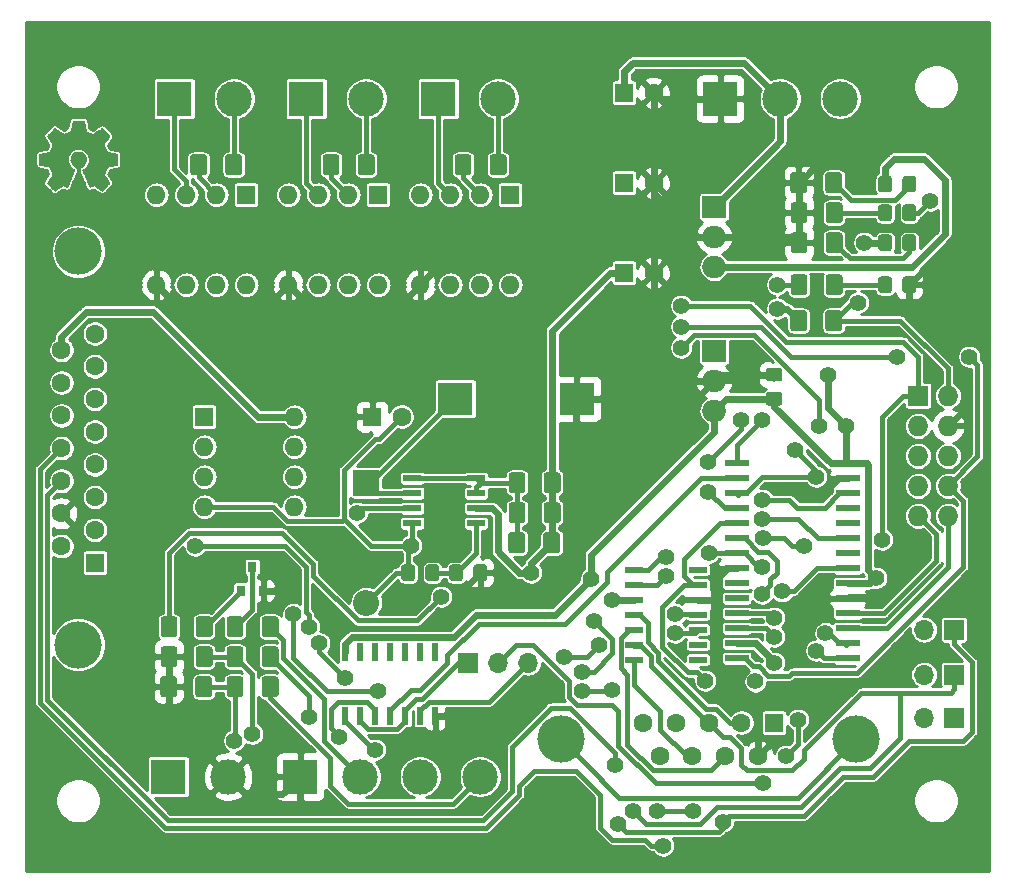
<source format=gbr>
G04 #@! TF.GenerationSoftware,KiCad,Pcbnew,(5.1.0)-1*
G04 #@! TF.CreationDate,2019-04-04T19:18:29+02:00*
G04 #@! TF.ProjectId,YAPSCO,59415053-434f-42e6-9b69-6361645f7063,rev?*
G04 #@! TF.SameCoordinates,PX6a95280PY86ae840*
G04 #@! TF.FileFunction,Copper,L1,Top*
G04 #@! TF.FilePolarity,Positive*
%FSLAX46Y46*%
G04 Gerber Fmt 4.6, Leading zero omitted, Abs format (unit mm)*
G04 Created by KiCad (PCBNEW (5.1.0)-1) date 2019-04-04 19:18:29*
%MOMM*%
%LPD*%
G04 APERTURE LIST*
%ADD10C,0.010000*%
%ADD11R,0.600000X1.500000*%
%ADD12C,1.600000*%
%ADD13R,1.600000X1.600000*%
%ADD14C,0.100000*%
%ADD15C,1.150000*%
%ADD16O,2.200000X2.200000*%
%ADD17R,2.200000X2.200000*%
%ADD18C,4.000000*%
%ADD19C,3.000000*%
%ADD20R,3.000000X3.000000*%
%ADD21O,1.700000X1.700000*%
%ADD22R,1.700000X1.700000*%
%ADD23R,3.000000X2.800000*%
%ADD24R,0.800000X0.900000*%
%ADD25C,1.425000*%
%ADD26O,2.000000X1.905000*%
%ADD27R,2.000000X1.905000*%
%ADD28R,2.000000X0.600000*%
%ADD29O,1.600000X1.600000*%
%ADD30R,1.500000X0.600000*%
%ADD31R,1.550000X0.600000*%
%ADD32R,1.727200X1.727200*%
%ADD33O,1.727200X1.727200*%
%ADD34C,1.397000*%
%ADD35C,0.600000*%
%ADD36C,0.400000*%
%ADD37C,0.254000*%
G04 APERTURE END LIST*
D10*
G36*
X5635814Y63745069D02*
G01*
X5719635Y63300445D01*
X6028920Y63172947D01*
X6338206Y63045449D01*
X6709246Y63297754D01*
X6813157Y63368004D01*
X6907087Y63430728D01*
X6986652Y63483062D01*
X7047470Y63522143D01*
X7085157Y63545107D01*
X7095421Y63550058D01*
X7113910Y63537324D01*
X7153420Y63502118D01*
X7209522Y63448938D01*
X7277787Y63382282D01*
X7353786Y63306646D01*
X7433092Y63226528D01*
X7511275Y63146426D01*
X7583907Y63070836D01*
X7646559Y63004255D01*
X7694803Y62951182D01*
X7724210Y62916113D01*
X7731241Y62904377D01*
X7721123Y62882740D01*
X7692759Y62835338D01*
X7649129Y62766807D01*
X7593218Y62681785D01*
X7528006Y62584907D01*
X7490219Y62529650D01*
X7421343Y62428752D01*
X7360140Y62337701D01*
X7309578Y62261030D01*
X7272628Y62203272D01*
X7252258Y62168957D01*
X7249197Y62161746D01*
X7256136Y62141252D01*
X7275051Y62093487D01*
X7303087Y62025168D01*
X7337391Y61943011D01*
X7375109Y61853730D01*
X7413387Y61764042D01*
X7449370Y61680662D01*
X7480206Y61610306D01*
X7503039Y61559690D01*
X7515017Y61535529D01*
X7515724Y61534578D01*
X7534531Y61529964D01*
X7584618Y61519672D01*
X7660793Y61504713D01*
X7757865Y61486099D01*
X7870643Y61464841D01*
X7936442Y61452582D01*
X8056950Y61429638D01*
X8165797Y61407805D01*
X8257476Y61388278D01*
X8326481Y61372252D01*
X8367304Y61360921D01*
X8375511Y61357326D01*
X8383548Y61332994D01*
X8390033Y61278041D01*
X8394970Y61198892D01*
X8398364Y61101974D01*
X8400218Y60993713D01*
X8400538Y60880535D01*
X8399327Y60768865D01*
X8396590Y60665132D01*
X8392331Y60575759D01*
X8386555Y60507174D01*
X8379267Y60465803D01*
X8374895Y60457190D01*
X8348764Y60446867D01*
X8293393Y60432108D01*
X8216107Y60414648D01*
X8124230Y60396220D01*
X8092158Y60390259D01*
X7937524Y60361934D01*
X7815375Y60339124D01*
X7721673Y60320920D01*
X7652384Y60306417D01*
X7603471Y60294708D01*
X7570897Y60284885D01*
X7550628Y60276044D01*
X7538626Y60267276D01*
X7536947Y60265543D01*
X7520184Y60237629D01*
X7494614Y60183305D01*
X7462788Y60109223D01*
X7427260Y60022035D01*
X7390583Y59928392D01*
X7355311Y59834948D01*
X7323996Y59748353D01*
X7299193Y59675260D01*
X7283454Y59622322D01*
X7279332Y59596189D01*
X7279676Y59595274D01*
X7293641Y59573914D01*
X7325322Y59526916D01*
X7371391Y59459173D01*
X7428518Y59375577D01*
X7493373Y59281018D01*
X7511843Y59254146D01*
X7577699Y59156725D01*
X7635650Y59067837D01*
X7682538Y58992588D01*
X7715207Y58936080D01*
X7730500Y58903419D01*
X7731241Y58899407D01*
X7718392Y58878316D01*
X7682888Y58836536D01*
X7629293Y58778555D01*
X7562171Y58708865D01*
X7486087Y58631955D01*
X7405604Y58552317D01*
X7325287Y58474439D01*
X7249699Y58402814D01*
X7183405Y58341930D01*
X7130969Y58296279D01*
X7096955Y58270350D01*
X7087545Y58266117D01*
X7065643Y58276088D01*
X7020800Y58302980D01*
X6960321Y58342264D01*
X6913789Y58373883D01*
X6829475Y58431902D01*
X6729626Y58500216D01*
X6629473Y58568421D01*
X6575627Y58604925D01*
X6393371Y58728200D01*
X6240381Y58645480D01*
X6170682Y58609241D01*
X6111414Y58581074D01*
X6071311Y58565009D01*
X6061103Y58562774D01*
X6048829Y58579278D01*
X6024613Y58625918D01*
X5990263Y58698391D01*
X5947588Y58792394D01*
X5898394Y58903626D01*
X5844490Y59027785D01*
X5787684Y59160568D01*
X5729782Y59297673D01*
X5672593Y59434798D01*
X5617924Y59567642D01*
X5567584Y59691902D01*
X5523380Y59803275D01*
X5487119Y59897461D01*
X5460609Y59970156D01*
X5445658Y60017059D01*
X5443254Y60033167D01*
X5462311Y60053714D01*
X5504036Y60087067D01*
X5559706Y60126298D01*
X5564378Y60129401D01*
X5708264Y60244577D01*
X5824283Y60378947D01*
X5911430Y60528216D01*
X5968699Y60688087D01*
X5995086Y60854263D01*
X5989585Y61022448D01*
X5951190Y61188345D01*
X5878895Y61347658D01*
X5857626Y61382513D01*
X5746996Y61523263D01*
X5616302Y61636286D01*
X5470064Y61720997D01*
X5312808Y61776806D01*
X5149057Y61803126D01*
X4983333Y61799370D01*
X4820162Y61764950D01*
X4664065Y61699277D01*
X4519567Y61601765D01*
X4474869Y61562187D01*
X4361112Y61438297D01*
X4278218Y61307876D01*
X4221356Y61161685D01*
X4189687Y61016912D01*
X4181869Y60854140D01*
X4207938Y60690560D01*
X4265245Y60531702D01*
X4351144Y60383094D01*
X4462986Y60250265D01*
X4598123Y60138744D01*
X4615883Y60126989D01*
X4672150Y60088492D01*
X4714923Y60055137D01*
X4735372Y60033840D01*
X4735669Y60033167D01*
X4731279Y60010129D01*
X4713876Y59957843D01*
X4685268Y59880610D01*
X4647265Y59782732D01*
X4601674Y59668509D01*
X4550303Y59542242D01*
X4494962Y59408233D01*
X4437458Y59270782D01*
X4379601Y59134192D01*
X4323198Y59002763D01*
X4270058Y58880795D01*
X4221990Y58772591D01*
X4180801Y58682451D01*
X4148301Y58614677D01*
X4126297Y58573570D01*
X4117436Y58562774D01*
X4090360Y58571181D01*
X4039697Y58593728D01*
X3974183Y58626387D01*
X3938159Y58645480D01*
X3785168Y58728200D01*
X3602912Y58604925D01*
X3509875Y58541772D01*
X3408015Y58472273D01*
X3312562Y58406835D01*
X3264750Y58373883D01*
X3197505Y58328727D01*
X3140564Y58292943D01*
X3101354Y58271062D01*
X3088619Y58266437D01*
X3070083Y58278915D01*
X3029059Y58313748D01*
X2969525Y58367322D01*
X2895458Y58436017D01*
X2810835Y58516219D01*
X2757315Y58567714D01*
X2663681Y58659714D01*
X2582759Y58742001D01*
X2517823Y58811055D01*
X2472142Y58863356D01*
X2448989Y58895384D01*
X2446768Y58901884D01*
X2457076Y58926606D01*
X2485561Y58976595D01*
X2529063Y59046788D01*
X2584423Y59132125D01*
X2648480Y59227544D01*
X2666697Y59254146D01*
X2733073Y59350833D01*
X2792622Y59437883D01*
X2842016Y59510405D01*
X2877925Y59563507D01*
X2897019Y59592297D01*
X2898864Y59595274D01*
X2896105Y59618218D01*
X2881462Y59668664D01*
X2857487Y59739959D01*
X2826734Y59825453D01*
X2791756Y59918493D01*
X2755107Y60012426D01*
X2719339Y60100601D01*
X2687006Y60176366D01*
X2660662Y60233069D01*
X2642858Y60264057D01*
X2641593Y60265543D01*
X2630706Y60274399D01*
X2612318Y60283157D01*
X2582394Y60292723D01*
X2536897Y60304004D01*
X2471791Y60317907D01*
X2383039Y60335337D01*
X2266607Y60357202D01*
X2118458Y60384409D01*
X2086382Y60390259D01*
X1991314Y60408626D01*
X1908435Y60426595D01*
X1845070Y60442431D01*
X1808542Y60454400D01*
X1803644Y60457190D01*
X1795573Y60481928D01*
X1789013Y60537210D01*
X1783967Y60616611D01*
X1780441Y60713704D01*
X1778439Y60822062D01*
X1777964Y60935260D01*
X1779023Y61046872D01*
X1781618Y61150471D01*
X1785754Y61239632D01*
X1791437Y61307928D01*
X1798669Y61348934D01*
X1803029Y61357326D01*
X1827302Y61365792D01*
X1882574Y61379565D01*
X1963338Y61397450D01*
X2064088Y61418252D01*
X2179317Y61440777D01*
X2242098Y61452582D01*
X2361213Y61474849D01*
X2467435Y61495021D01*
X2555573Y61512085D01*
X2620434Y61525031D01*
X2656826Y61532845D01*
X2662816Y61534578D01*
X2672939Y61554110D01*
X2694338Y61601157D01*
X2724161Y61668997D01*
X2759555Y61750909D01*
X2797668Y61840172D01*
X2835647Y61930065D01*
X2870640Y62013865D01*
X2899794Y62084853D01*
X2920257Y62136306D01*
X2929177Y62161503D01*
X2929343Y62162604D01*
X2919231Y62182481D01*
X2890883Y62228223D01*
X2847277Y62295283D01*
X2791394Y62379116D01*
X2726213Y62475174D01*
X2688321Y62530350D01*
X2619275Y62631519D01*
X2557950Y62723370D01*
X2507337Y62801256D01*
X2470429Y62860531D01*
X2450218Y62896549D01*
X2447299Y62904623D01*
X2459847Y62923416D01*
X2494537Y62963543D01*
X2546937Y63020507D01*
X2612616Y63089815D01*
X2687144Y63166969D01*
X2766087Y63247475D01*
X2845017Y63326837D01*
X2919500Y63400560D01*
X2985106Y63464148D01*
X3037404Y63513106D01*
X3071961Y63542939D01*
X3083522Y63550058D01*
X3102346Y63540047D01*
X3147369Y63511922D01*
X3214213Y63468546D01*
X3298501Y63412782D01*
X3395856Y63347494D01*
X3469293Y63297754D01*
X3840333Y63045449D01*
X4458905Y63300445D01*
X4542725Y63745069D01*
X4626546Y64189693D01*
X5551994Y64189693D01*
X5635814Y63745069D01*
X5635814Y63745069D01*
G37*
X5635814Y63745069D02*
X5719635Y63300445D01*
X6028920Y63172947D01*
X6338206Y63045449D01*
X6709246Y63297754D01*
X6813157Y63368004D01*
X6907087Y63430728D01*
X6986652Y63483062D01*
X7047470Y63522143D01*
X7085157Y63545107D01*
X7095421Y63550058D01*
X7113910Y63537324D01*
X7153420Y63502118D01*
X7209522Y63448938D01*
X7277787Y63382282D01*
X7353786Y63306646D01*
X7433092Y63226528D01*
X7511275Y63146426D01*
X7583907Y63070836D01*
X7646559Y63004255D01*
X7694803Y62951182D01*
X7724210Y62916113D01*
X7731241Y62904377D01*
X7721123Y62882740D01*
X7692759Y62835338D01*
X7649129Y62766807D01*
X7593218Y62681785D01*
X7528006Y62584907D01*
X7490219Y62529650D01*
X7421343Y62428752D01*
X7360140Y62337701D01*
X7309578Y62261030D01*
X7272628Y62203272D01*
X7252258Y62168957D01*
X7249197Y62161746D01*
X7256136Y62141252D01*
X7275051Y62093487D01*
X7303087Y62025168D01*
X7337391Y61943011D01*
X7375109Y61853730D01*
X7413387Y61764042D01*
X7449370Y61680662D01*
X7480206Y61610306D01*
X7503039Y61559690D01*
X7515017Y61535529D01*
X7515724Y61534578D01*
X7534531Y61529964D01*
X7584618Y61519672D01*
X7660793Y61504713D01*
X7757865Y61486099D01*
X7870643Y61464841D01*
X7936442Y61452582D01*
X8056950Y61429638D01*
X8165797Y61407805D01*
X8257476Y61388278D01*
X8326481Y61372252D01*
X8367304Y61360921D01*
X8375511Y61357326D01*
X8383548Y61332994D01*
X8390033Y61278041D01*
X8394970Y61198892D01*
X8398364Y61101974D01*
X8400218Y60993713D01*
X8400538Y60880535D01*
X8399327Y60768865D01*
X8396590Y60665132D01*
X8392331Y60575759D01*
X8386555Y60507174D01*
X8379267Y60465803D01*
X8374895Y60457190D01*
X8348764Y60446867D01*
X8293393Y60432108D01*
X8216107Y60414648D01*
X8124230Y60396220D01*
X8092158Y60390259D01*
X7937524Y60361934D01*
X7815375Y60339124D01*
X7721673Y60320920D01*
X7652384Y60306417D01*
X7603471Y60294708D01*
X7570897Y60284885D01*
X7550628Y60276044D01*
X7538626Y60267276D01*
X7536947Y60265543D01*
X7520184Y60237629D01*
X7494614Y60183305D01*
X7462788Y60109223D01*
X7427260Y60022035D01*
X7390583Y59928392D01*
X7355311Y59834948D01*
X7323996Y59748353D01*
X7299193Y59675260D01*
X7283454Y59622322D01*
X7279332Y59596189D01*
X7279676Y59595274D01*
X7293641Y59573914D01*
X7325322Y59526916D01*
X7371391Y59459173D01*
X7428518Y59375577D01*
X7493373Y59281018D01*
X7511843Y59254146D01*
X7577699Y59156725D01*
X7635650Y59067837D01*
X7682538Y58992588D01*
X7715207Y58936080D01*
X7730500Y58903419D01*
X7731241Y58899407D01*
X7718392Y58878316D01*
X7682888Y58836536D01*
X7629293Y58778555D01*
X7562171Y58708865D01*
X7486087Y58631955D01*
X7405604Y58552317D01*
X7325287Y58474439D01*
X7249699Y58402814D01*
X7183405Y58341930D01*
X7130969Y58296279D01*
X7096955Y58270350D01*
X7087545Y58266117D01*
X7065643Y58276088D01*
X7020800Y58302980D01*
X6960321Y58342264D01*
X6913789Y58373883D01*
X6829475Y58431902D01*
X6729626Y58500216D01*
X6629473Y58568421D01*
X6575627Y58604925D01*
X6393371Y58728200D01*
X6240381Y58645480D01*
X6170682Y58609241D01*
X6111414Y58581074D01*
X6071311Y58565009D01*
X6061103Y58562774D01*
X6048829Y58579278D01*
X6024613Y58625918D01*
X5990263Y58698391D01*
X5947588Y58792394D01*
X5898394Y58903626D01*
X5844490Y59027785D01*
X5787684Y59160568D01*
X5729782Y59297673D01*
X5672593Y59434798D01*
X5617924Y59567642D01*
X5567584Y59691902D01*
X5523380Y59803275D01*
X5487119Y59897461D01*
X5460609Y59970156D01*
X5445658Y60017059D01*
X5443254Y60033167D01*
X5462311Y60053714D01*
X5504036Y60087067D01*
X5559706Y60126298D01*
X5564378Y60129401D01*
X5708264Y60244577D01*
X5824283Y60378947D01*
X5911430Y60528216D01*
X5968699Y60688087D01*
X5995086Y60854263D01*
X5989585Y61022448D01*
X5951190Y61188345D01*
X5878895Y61347658D01*
X5857626Y61382513D01*
X5746996Y61523263D01*
X5616302Y61636286D01*
X5470064Y61720997D01*
X5312808Y61776806D01*
X5149057Y61803126D01*
X4983333Y61799370D01*
X4820162Y61764950D01*
X4664065Y61699277D01*
X4519567Y61601765D01*
X4474869Y61562187D01*
X4361112Y61438297D01*
X4278218Y61307876D01*
X4221356Y61161685D01*
X4189687Y61016912D01*
X4181869Y60854140D01*
X4207938Y60690560D01*
X4265245Y60531702D01*
X4351144Y60383094D01*
X4462986Y60250265D01*
X4598123Y60138744D01*
X4615883Y60126989D01*
X4672150Y60088492D01*
X4714923Y60055137D01*
X4735372Y60033840D01*
X4735669Y60033167D01*
X4731279Y60010129D01*
X4713876Y59957843D01*
X4685268Y59880610D01*
X4647265Y59782732D01*
X4601674Y59668509D01*
X4550303Y59542242D01*
X4494962Y59408233D01*
X4437458Y59270782D01*
X4379601Y59134192D01*
X4323198Y59002763D01*
X4270058Y58880795D01*
X4221990Y58772591D01*
X4180801Y58682451D01*
X4148301Y58614677D01*
X4126297Y58573570D01*
X4117436Y58562774D01*
X4090360Y58571181D01*
X4039697Y58593728D01*
X3974183Y58626387D01*
X3938159Y58645480D01*
X3785168Y58728200D01*
X3602912Y58604925D01*
X3509875Y58541772D01*
X3408015Y58472273D01*
X3312562Y58406835D01*
X3264750Y58373883D01*
X3197505Y58328727D01*
X3140564Y58292943D01*
X3101354Y58271062D01*
X3088619Y58266437D01*
X3070083Y58278915D01*
X3029059Y58313748D01*
X2969525Y58367322D01*
X2895458Y58436017D01*
X2810835Y58516219D01*
X2757315Y58567714D01*
X2663681Y58659714D01*
X2582759Y58742001D01*
X2517823Y58811055D01*
X2472142Y58863356D01*
X2448989Y58895384D01*
X2446768Y58901884D01*
X2457076Y58926606D01*
X2485561Y58976595D01*
X2529063Y59046788D01*
X2584423Y59132125D01*
X2648480Y59227544D01*
X2666697Y59254146D01*
X2733073Y59350833D01*
X2792622Y59437883D01*
X2842016Y59510405D01*
X2877925Y59563507D01*
X2897019Y59592297D01*
X2898864Y59595274D01*
X2896105Y59618218D01*
X2881462Y59668664D01*
X2857487Y59739959D01*
X2826734Y59825453D01*
X2791756Y59918493D01*
X2755107Y60012426D01*
X2719339Y60100601D01*
X2687006Y60176366D01*
X2660662Y60233069D01*
X2642858Y60264057D01*
X2641593Y60265543D01*
X2630706Y60274399D01*
X2612318Y60283157D01*
X2582394Y60292723D01*
X2536897Y60304004D01*
X2471791Y60317907D01*
X2383039Y60335337D01*
X2266607Y60357202D01*
X2118458Y60384409D01*
X2086382Y60390259D01*
X1991314Y60408626D01*
X1908435Y60426595D01*
X1845070Y60442431D01*
X1808542Y60454400D01*
X1803644Y60457190D01*
X1795573Y60481928D01*
X1789013Y60537210D01*
X1783967Y60616611D01*
X1780441Y60713704D01*
X1778439Y60822062D01*
X1777964Y60935260D01*
X1779023Y61046872D01*
X1781618Y61150471D01*
X1785754Y61239632D01*
X1791437Y61307928D01*
X1798669Y61348934D01*
X1803029Y61357326D01*
X1827302Y61365792D01*
X1882574Y61379565D01*
X1963338Y61397450D01*
X2064088Y61418252D01*
X2179317Y61440777D01*
X2242098Y61452582D01*
X2361213Y61474849D01*
X2467435Y61495021D01*
X2555573Y61512085D01*
X2620434Y61525031D01*
X2656826Y61532845D01*
X2662816Y61534578D01*
X2672939Y61554110D01*
X2694338Y61601157D01*
X2724161Y61668997D01*
X2759555Y61750909D01*
X2797668Y61840172D01*
X2835647Y61930065D01*
X2870640Y62013865D01*
X2899794Y62084853D01*
X2920257Y62136306D01*
X2929177Y62161503D01*
X2929343Y62162604D01*
X2919231Y62182481D01*
X2890883Y62228223D01*
X2847277Y62295283D01*
X2791394Y62379116D01*
X2726213Y62475174D01*
X2688321Y62530350D01*
X2619275Y62631519D01*
X2557950Y62723370D01*
X2507337Y62801256D01*
X2470429Y62860531D01*
X2450218Y62896549D01*
X2447299Y62904623D01*
X2459847Y62923416D01*
X2494537Y62963543D01*
X2546937Y63020507D01*
X2612616Y63089815D01*
X2687144Y63166969D01*
X2766087Y63247475D01*
X2845017Y63326837D01*
X2919500Y63400560D01*
X2985106Y63464148D01*
X3037404Y63513106D01*
X3071961Y63542939D01*
X3083522Y63550058D01*
X3102346Y63540047D01*
X3147369Y63511922D01*
X3214213Y63468546D01*
X3298501Y63412782D01*
X3395856Y63347494D01*
X3469293Y63297754D01*
X3840333Y63045449D01*
X4458905Y63300445D01*
X4542725Y63745069D01*
X4626546Y64189693D01*
X5551994Y64189693D01*
X5635814Y63745069D01*
D11*
X27686000Y19210000D03*
X28956000Y19210000D03*
X30226000Y19210000D03*
X31496000Y19210000D03*
X32766000Y19210000D03*
X34036000Y19210000D03*
X35306000Y19210000D03*
X35306000Y13810000D03*
X34036000Y13810000D03*
X32766000Y13810000D03*
X31496000Y13810000D03*
X30226000Y13810000D03*
X28956000Y13810000D03*
X27686000Y13810000D03*
D12*
X53808000Y51308000D03*
D13*
X51308000Y51308000D03*
D14*
G36*
X64482505Y43254796D02*
G01*
X64506773Y43251196D01*
X64530572Y43245235D01*
X64553671Y43236970D01*
X64575850Y43226480D01*
X64596893Y43213868D01*
X64616599Y43199253D01*
X64634777Y43182777D01*
X64651253Y43164599D01*
X64665868Y43144893D01*
X64678480Y43123850D01*
X64688970Y43101671D01*
X64697235Y43078572D01*
X64703196Y43054773D01*
X64706796Y43030505D01*
X64708000Y43006001D01*
X64708000Y42355999D01*
X64706796Y42331495D01*
X64703196Y42307227D01*
X64697235Y42283428D01*
X64688970Y42260329D01*
X64678480Y42238150D01*
X64665868Y42217107D01*
X64651253Y42197401D01*
X64634777Y42179223D01*
X64616599Y42162747D01*
X64596893Y42148132D01*
X64575850Y42135520D01*
X64553671Y42125030D01*
X64530572Y42116765D01*
X64506773Y42110804D01*
X64482505Y42107204D01*
X64458001Y42106000D01*
X63557999Y42106000D01*
X63533495Y42107204D01*
X63509227Y42110804D01*
X63485428Y42116765D01*
X63462329Y42125030D01*
X63440150Y42135520D01*
X63419107Y42148132D01*
X63399401Y42162747D01*
X63381223Y42179223D01*
X63364747Y42197401D01*
X63350132Y42217107D01*
X63337520Y42238150D01*
X63327030Y42260329D01*
X63318765Y42283428D01*
X63312804Y42307227D01*
X63309204Y42331495D01*
X63308000Y42355999D01*
X63308000Y43006001D01*
X63309204Y43030505D01*
X63312804Y43054773D01*
X63318765Y43078572D01*
X63327030Y43101671D01*
X63337520Y43123850D01*
X63350132Y43144893D01*
X63364747Y43164599D01*
X63381223Y43182777D01*
X63399401Y43199253D01*
X63419107Y43213868D01*
X63440150Y43226480D01*
X63462329Y43236970D01*
X63485428Y43245235D01*
X63509227Y43251196D01*
X63533495Y43254796D01*
X63557999Y43256000D01*
X64458001Y43256000D01*
X64482505Y43254796D01*
X64482505Y43254796D01*
G37*
D15*
X64008000Y42681000D03*
D14*
G36*
X64482505Y41204796D02*
G01*
X64506773Y41201196D01*
X64530572Y41195235D01*
X64553671Y41186970D01*
X64575850Y41176480D01*
X64596893Y41163868D01*
X64616599Y41149253D01*
X64634777Y41132777D01*
X64651253Y41114599D01*
X64665868Y41094893D01*
X64678480Y41073850D01*
X64688970Y41051671D01*
X64697235Y41028572D01*
X64703196Y41004773D01*
X64706796Y40980505D01*
X64708000Y40956001D01*
X64708000Y40305999D01*
X64706796Y40281495D01*
X64703196Y40257227D01*
X64697235Y40233428D01*
X64688970Y40210329D01*
X64678480Y40188150D01*
X64665868Y40167107D01*
X64651253Y40147401D01*
X64634777Y40129223D01*
X64616599Y40112747D01*
X64596893Y40098132D01*
X64575850Y40085520D01*
X64553671Y40075030D01*
X64530572Y40066765D01*
X64506773Y40060804D01*
X64482505Y40057204D01*
X64458001Y40056000D01*
X63557999Y40056000D01*
X63533495Y40057204D01*
X63509227Y40060804D01*
X63485428Y40066765D01*
X63462329Y40075030D01*
X63440150Y40085520D01*
X63419107Y40098132D01*
X63399401Y40112747D01*
X63381223Y40129223D01*
X63364747Y40147401D01*
X63350132Y40167107D01*
X63337520Y40188150D01*
X63327030Y40210329D01*
X63318765Y40233428D01*
X63312804Y40257227D01*
X63309204Y40281495D01*
X63308000Y40305999D01*
X63308000Y40956001D01*
X63309204Y40980505D01*
X63312804Y41004773D01*
X63318765Y41028572D01*
X63327030Y41051671D01*
X63337520Y41073850D01*
X63350132Y41094893D01*
X63364747Y41114599D01*
X63381223Y41132777D01*
X63399401Y41149253D01*
X63419107Y41163868D01*
X63440150Y41176480D01*
X63462329Y41186970D01*
X63485428Y41195235D01*
X63509227Y41201196D01*
X63533495Y41204796D01*
X63557999Y41206000D01*
X64458001Y41206000D01*
X64482505Y41204796D01*
X64482505Y41204796D01*
G37*
D15*
X64008000Y40631000D03*
D12*
X53808000Y66548000D03*
D13*
X51308000Y66548000D03*
D12*
X32472000Y39116000D03*
D13*
X29972000Y39116000D03*
D12*
X53808000Y58928000D03*
D13*
X51308000Y58928000D03*
D16*
X29464000Y23368000D03*
D17*
X29464000Y33528000D03*
D14*
G36*
X73746505Y59499796D02*
G01*
X73770773Y59496196D01*
X73794572Y59490235D01*
X73817671Y59481970D01*
X73839850Y59471480D01*
X73860893Y59458868D01*
X73880599Y59444253D01*
X73898777Y59427777D01*
X73915253Y59409599D01*
X73929868Y59389893D01*
X73942480Y59368850D01*
X73952970Y59346671D01*
X73961235Y59323572D01*
X73967196Y59299773D01*
X73970796Y59275505D01*
X73972000Y59251001D01*
X73972000Y58350999D01*
X73970796Y58326495D01*
X73967196Y58302227D01*
X73961235Y58278428D01*
X73952970Y58255329D01*
X73942480Y58233150D01*
X73929868Y58212107D01*
X73915253Y58192401D01*
X73898777Y58174223D01*
X73880599Y58157747D01*
X73860893Y58143132D01*
X73839850Y58130520D01*
X73817671Y58120030D01*
X73794572Y58111765D01*
X73770773Y58105804D01*
X73746505Y58102204D01*
X73722001Y58101000D01*
X73071999Y58101000D01*
X73047495Y58102204D01*
X73023227Y58105804D01*
X72999428Y58111765D01*
X72976329Y58120030D01*
X72954150Y58130520D01*
X72933107Y58143132D01*
X72913401Y58157747D01*
X72895223Y58174223D01*
X72878747Y58192401D01*
X72864132Y58212107D01*
X72851520Y58233150D01*
X72841030Y58255329D01*
X72832765Y58278428D01*
X72826804Y58302227D01*
X72823204Y58326495D01*
X72822000Y58350999D01*
X72822000Y59251001D01*
X72823204Y59275505D01*
X72826804Y59299773D01*
X72832765Y59323572D01*
X72841030Y59346671D01*
X72851520Y59368850D01*
X72864132Y59389893D01*
X72878747Y59409599D01*
X72895223Y59427777D01*
X72913401Y59444253D01*
X72933107Y59458868D01*
X72954150Y59471480D01*
X72976329Y59481970D01*
X72999428Y59490235D01*
X73023227Y59496196D01*
X73047495Y59499796D01*
X73071999Y59501000D01*
X73722001Y59501000D01*
X73746505Y59499796D01*
X73746505Y59499796D01*
G37*
D15*
X73397000Y58801000D03*
D14*
G36*
X75796505Y59499796D02*
G01*
X75820773Y59496196D01*
X75844572Y59490235D01*
X75867671Y59481970D01*
X75889850Y59471480D01*
X75910893Y59458868D01*
X75930599Y59444253D01*
X75948777Y59427777D01*
X75965253Y59409599D01*
X75979868Y59389893D01*
X75992480Y59368850D01*
X76002970Y59346671D01*
X76011235Y59323572D01*
X76017196Y59299773D01*
X76020796Y59275505D01*
X76022000Y59251001D01*
X76022000Y58350999D01*
X76020796Y58326495D01*
X76017196Y58302227D01*
X76011235Y58278428D01*
X76002970Y58255329D01*
X75992480Y58233150D01*
X75979868Y58212107D01*
X75965253Y58192401D01*
X75948777Y58174223D01*
X75930599Y58157747D01*
X75910893Y58143132D01*
X75889850Y58130520D01*
X75867671Y58120030D01*
X75844572Y58111765D01*
X75820773Y58105804D01*
X75796505Y58102204D01*
X75772001Y58101000D01*
X75121999Y58101000D01*
X75097495Y58102204D01*
X75073227Y58105804D01*
X75049428Y58111765D01*
X75026329Y58120030D01*
X75004150Y58130520D01*
X74983107Y58143132D01*
X74963401Y58157747D01*
X74945223Y58174223D01*
X74928747Y58192401D01*
X74914132Y58212107D01*
X74901520Y58233150D01*
X74891030Y58255329D01*
X74882765Y58278428D01*
X74876804Y58302227D01*
X74873204Y58326495D01*
X74872000Y58350999D01*
X74872000Y59251001D01*
X74873204Y59275505D01*
X74876804Y59299773D01*
X74882765Y59323572D01*
X74891030Y59346671D01*
X74901520Y59368850D01*
X74914132Y59389893D01*
X74928747Y59409599D01*
X74945223Y59427777D01*
X74963401Y59444253D01*
X74983107Y59458868D01*
X75004150Y59471480D01*
X75026329Y59481970D01*
X75049428Y59490235D01*
X75073227Y59496196D01*
X75097495Y59499796D01*
X75121999Y59501000D01*
X75772001Y59501000D01*
X75796505Y59499796D01*
X75796505Y59499796D01*
G37*
D15*
X75447000Y58801000D03*
D14*
G36*
X73746505Y57086796D02*
G01*
X73770773Y57083196D01*
X73794572Y57077235D01*
X73817671Y57068970D01*
X73839850Y57058480D01*
X73860893Y57045868D01*
X73880599Y57031253D01*
X73898777Y57014777D01*
X73915253Y56996599D01*
X73929868Y56976893D01*
X73942480Y56955850D01*
X73952970Y56933671D01*
X73961235Y56910572D01*
X73967196Y56886773D01*
X73970796Y56862505D01*
X73972000Y56838001D01*
X73972000Y55937999D01*
X73970796Y55913495D01*
X73967196Y55889227D01*
X73961235Y55865428D01*
X73952970Y55842329D01*
X73942480Y55820150D01*
X73929868Y55799107D01*
X73915253Y55779401D01*
X73898777Y55761223D01*
X73880599Y55744747D01*
X73860893Y55730132D01*
X73839850Y55717520D01*
X73817671Y55707030D01*
X73794572Y55698765D01*
X73770773Y55692804D01*
X73746505Y55689204D01*
X73722001Y55688000D01*
X73071999Y55688000D01*
X73047495Y55689204D01*
X73023227Y55692804D01*
X72999428Y55698765D01*
X72976329Y55707030D01*
X72954150Y55717520D01*
X72933107Y55730132D01*
X72913401Y55744747D01*
X72895223Y55761223D01*
X72878747Y55779401D01*
X72864132Y55799107D01*
X72851520Y55820150D01*
X72841030Y55842329D01*
X72832765Y55865428D01*
X72826804Y55889227D01*
X72823204Y55913495D01*
X72822000Y55937999D01*
X72822000Y56838001D01*
X72823204Y56862505D01*
X72826804Y56886773D01*
X72832765Y56910572D01*
X72841030Y56933671D01*
X72851520Y56955850D01*
X72864132Y56976893D01*
X72878747Y56996599D01*
X72895223Y57014777D01*
X72913401Y57031253D01*
X72933107Y57045868D01*
X72954150Y57058480D01*
X72976329Y57068970D01*
X72999428Y57077235D01*
X73023227Y57083196D01*
X73047495Y57086796D01*
X73071999Y57088000D01*
X73722001Y57088000D01*
X73746505Y57086796D01*
X73746505Y57086796D01*
G37*
D15*
X73397000Y56388000D03*
D14*
G36*
X75796505Y57086796D02*
G01*
X75820773Y57083196D01*
X75844572Y57077235D01*
X75867671Y57068970D01*
X75889850Y57058480D01*
X75910893Y57045868D01*
X75930599Y57031253D01*
X75948777Y57014777D01*
X75965253Y56996599D01*
X75979868Y56976893D01*
X75992480Y56955850D01*
X76002970Y56933671D01*
X76011235Y56910572D01*
X76017196Y56886773D01*
X76020796Y56862505D01*
X76022000Y56838001D01*
X76022000Y55937999D01*
X76020796Y55913495D01*
X76017196Y55889227D01*
X76011235Y55865428D01*
X76002970Y55842329D01*
X75992480Y55820150D01*
X75979868Y55799107D01*
X75965253Y55779401D01*
X75948777Y55761223D01*
X75930599Y55744747D01*
X75910893Y55730132D01*
X75889850Y55717520D01*
X75867671Y55707030D01*
X75844572Y55698765D01*
X75820773Y55692804D01*
X75796505Y55689204D01*
X75772001Y55688000D01*
X75121999Y55688000D01*
X75097495Y55689204D01*
X75073227Y55692804D01*
X75049428Y55698765D01*
X75026329Y55707030D01*
X75004150Y55717520D01*
X74983107Y55730132D01*
X74963401Y55744747D01*
X74945223Y55761223D01*
X74928747Y55779401D01*
X74914132Y55799107D01*
X74901520Y55820150D01*
X74891030Y55842329D01*
X74882765Y55865428D01*
X74876804Y55889227D01*
X74873204Y55913495D01*
X74872000Y55937999D01*
X74872000Y56838001D01*
X74873204Y56862505D01*
X74876804Y56886773D01*
X74882765Y56910572D01*
X74891030Y56933671D01*
X74901520Y56955850D01*
X74914132Y56976893D01*
X74928747Y56996599D01*
X74945223Y57014777D01*
X74963401Y57031253D01*
X74983107Y57045868D01*
X75004150Y57058480D01*
X75026329Y57068970D01*
X75049428Y57077235D01*
X75073227Y57083196D01*
X75097495Y57086796D01*
X75121999Y57088000D01*
X75772001Y57088000D01*
X75796505Y57086796D01*
X75796505Y57086796D01*
G37*
D15*
X75447000Y56388000D03*
D14*
G36*
X73746505Y54546796D02*
G01*
X73770773Y54543196D01*
X73794572Y54537235D01*
X73817671Y54528970D01*
X73839850Y54518480D01*
X73860893Y54505868D01*
X73880599Y54491253D01*
X73898777Y54474777D01*
X73915253Y54456599D01*
X73929868Y54436893D01*
X73942480Y54415850D01*
X73952970Y54393671D01*
X73961235Y54370572D01*
X73967196Y54346773D01*
X73970796Y54322505D01*
X73972000Y54298001D01*
X73972000Y53397999D01*
X73970796Y53373495D01*
X73967196Y53349227D01*
X73961235Y53325428D01*
X73952970Y53302329D01*
X73942480Y53280150D01*
X73929868Y53259107D01*
X73915253Y53239401D01*
X73898777Y53221223D01*
X73880599Y53204747D01*
X73860893Y53190132D01*
X73839850Y53177520D01*
X73817671Y53167030D01*
X73794572Y53158765D01*
X73770773Y53152804D01*
X73746505Y53149204D01*
X73722001Y53148000D01*
X73071999Y53148000D01*
X73047495Y53149204D01*
X73023227Y53152804D01*
X72999428Y53158765D01*
X72976329Y53167030D01*
X72954150Y53177520D01*
X72933107Y53190132D01*
X72913401Y53204747D01*
X72895223Y53221223D01*
X72878747Y53239401D01*
X72864132Y53259107D01*
X72851520Y53280150D01*
X72841030Y53302329D01*
X72832765Y53325428D01*
X72826804Y53349227D01*
X72823204Y53373495D01*
X72822000Y53397999D01*
X72822000Y54298001D01*
X72823204Y54322505D01*
X72826804Y54346773D01*
X72832765Y54370572D01*
X72841030Y54393671D01*
X72851520Y54415850D01*
X72864132Y54436893D01*
X72878747Y54456599D01*
X72895223Y54474777D01*
X72913401Y54491253D01*
X72933107Y54505868D01*
X72954150Y54518480D01*
X72976329Y54528970D01*
X72999428Y54537235D01*
X73023227Y54543196D01*
X73047495Y54546796D01*
X73071999Y54548000D01*
X73722001Y54548000D01*
X73746505Y54546796D01*
X73746505Y54546796D01*
G37*
D15*
X73397000Y53848000D03*
D14*
G36*
X75796505Y54546796D02*
G01*
X75820773Y54543196D01*
X75844572Y54537235D01*
X75867671Y54528970D01*
X75889850Y54518480D01*
X75910893Y54505868D01*
X75930599Y54491253D01*
X75948777Y54474777D01*
X75965253Y54456599D01*
X75979868Y54436893D01*
X75992480Y54415850D01*
X76002970Y54393671D01*
X76011235Y54370572D01*
X76017196Y54346773D01*
X76020796Y54322505D01*
X76022000Y54298001D01*
X76022000Y53397999D01*
X76020796Y53373495D01*
X76017196Y53349227D01*
X76011235Y53325428D01*
X76002970Y53302329D01*
X75992480Y53280150D01*
X75979868Y53259107D01*
X75965253Y53239401D01*
X75948777Y53221223D01*
X75930599Y53204747D01*
X75910893Y53190132D01*
X75889850Y53177520D01*
X75867671Y53167030D01*
X75844572Y53158765D01*
X75820773Y53152804D01*
X75796505Y53149204D01*
X75772001Y53148000D01*
X75121999Y53148000D01*
X75097495Y53149204D01*
X75073227Y53152804D01*
X75049428Y53158765D01*
X75026329Y53167030D01*
X75004150Y53177520D01*
X74983107Y53190132D01*
X74963401Y53204747D01*
X74945223Y53221223D01*
X74928747Y53239401D01*
X74914132Y53259107D01*
X74901520Y53280150D01*
X74891030Y53302329D01*
X74882765Y53325428D01*
X74876804Y53349227D01*
X74873204Y53373495D01*
X74872000Y53397999D01*
X74872000Y54298001D01*
X74873204Y54322505D01*
X74876804Y54346773D01*
X74882765Y54370572D01*
X74891030Y54393671D01*
X74901520Y54415850D01*
X74914132Y54436893D01*
X74928747Y54456599D01*
X74945223Y54474777D01*
X74963401Y54491253D01*
X74983107Y54505868D01*
X75004150Y54518480D01*
X75026329Y54528970D01*
X75049428Y54537235D01*
X75073227Y54543196D01*
X75097495Y54546796D01*
X75121999Y54548000D01*
X75772001Y54548000D01*
X75796505Y54546796D01*
X75796505Y54546796D01*
G37*
D15*
X75447000Y53848000D03*
D14*
G36*
X73746505Y50990796D02*
G01*
X73770773Y50987196D01*
X73794572Y50981235D01*
X73817671Y50972970D01*
X73839850Y50962480D01*
X73860893Y50949868D01*
X73880599Y50935253D01*
X73898777Y50918777D01*
X73915253Y50900599D01*
X73929868Y50880893D01*
X73942480Y50859850D01*
X73952970Y50837671D01*
X73961235Y50814572D01*
X73967196Y50790773D01*
X73970796Y50766505D01*
X73972000Y50742001D01*
X73972000Y49841999D01*
X73970796Y49817495D01*
X73967196Y49793227D01*
X73961235Y49769428D01*
X73952970Y49746329D01*
X73942480Y49724150D01*
X73929868Y49703107D01*
X73915253Y49683401D01*
X73898777Y49665223D01*
X73880599Y49648747D01*
X73860893Y49634132D01*
X73839850Y49621520D01*
X73817671Y49611030D01*
X73794572Y49602765D01*
X73770773Y49596804D01*
X73746505Y49593204D01*
X73722001Y49592000D01*
X73071999Y49592000D01*
X73047495Y49593204D01*
X73023227Y49596804D01*
X72999428Y49602765D01*
X72976329Y49611030D01*
X72954150Y49621520D01*
X72933107Y49634132D01*
X72913401Y49648747D01*
X72895223Y49665223D01*
X72878747Y49683401D01*
X72864132Y49703107D01*
X72851520Y49724150D01*
X72841030Y49746329D01*
X72832765Y49769428D01*
X72826804Y49793227D01*
X72823204Y49817495D01*
X72822000Y49841999D01*
X72822000Y50742001D01*
X72823204Y50766505D01*
X72826804Y50790773D01*
X72832765Y50814572D01*
X72841030Y50837671D01*
X72851520Y50859850D01*
X72864132Y50880893D01*
X72878747Y50900599D01*
X72895223Y50918777D01*
X72913401Y50935253D01*
X72933107Y50949868D01*
X72954150Y50962480D01*
X72976329Y50972970D01*
X72999428Y50981235D01*
X73023227Y50987196D01*
X73047495Y50990796D01*
X73071999Y50992000D01*
X73722001Y50992000D01*
X73746505Y50990796D01*
X73746505Y50990796D01*
G37*
D15*
X73397000Y50292000D03*
D14*
G36*
X75796505Y50990796D02*
G01*
X75820773Y50987196D01*
X75844572Y50981235D01*
X75867671Y50972970D01*
X75889850Y50962480D01*
X75910893Y50949868D01*
X75930599Y50935253D01*
X75948777Y50918777D01*
X75965253Y50900599D01*
X75979868Y50880893D01*
X75992480Y50859850D01*
X76002970Y50837671D01*
X76011235Y50814572D01*
X76017196Y50790773D01*
X76020796Y50766505D01*
X76022000Y50742001D01*
X76022000Y49841999D01*
X76020796Y49817495D01*
X76017196Y49793227D01*
X76011235Y49769428D01*
X76002970Y49746329D01*
X75992480Y49724150D01*
X75979868Y49703107D01*
X75965253Y49683401D01*
X75948777Y49665223D01*
X75930599Y49648747D01*
X75910893Y49634132D01*
X75889850Y49621520D01*
X75867671Y49611030D01*
X75844572Y49602765D01*
X75820773Y49596804D01*
X75796505Y49593204D01*
X75772001Y49592000D01*
X75121999Y49592000D01*
X75097495Y49593204D01*
X75073227Y49596804D01*
X75049428Y49602765D01*
X75026329Y49611030D01*
X75004150Y49621520D01*
X74983107Y49634132D01*
X74963401Y49648747D01*
X74945223Y49665223D01*
X74928747Y49683401D01*
X74914132Y49703107D01*
X74901520Y49724150D01*
X74891030Y49746329D01*
X74882765Y49769428D01*
X74876804Y49793227D01*
X74873204Y49817495D01*
X74872000Y49841999D01*
X74872000Y50742001D01*
X74873204Y50766505D01*
X74876804Y50790773D01*
X74882765Y50814572D01*
X74891030Y50837671D01*
X74901520Y50859850D01*
X74914132Y50880893D01*
X74928747Y50900599D01*
X74945223Y50918777D01*
X74963401Y50935253D01*
X74983107Y50949868D01*
X75004150Y50962480D01*
X75026329Y50972970D01*
X75049428Y50981235D01*
X75073227Y50987196D01*
X75097495Y50990796D01*
X75121999Y50992000D01*
X75772001Y50992000D01*
X75796505Y50990796D01*
X75796505Y50990796D01*
G37*
D15*
X75447000Y50292000D03*
D18*
X5080000Y19812000D03*
X5080000Y53112000D03*
D12*
X3660000Y44772000D03*
X3660000Y42002000D03*
X3660000Y39232000D03*
X3660000Y36462000D03*
X3660000Y33692000D03*
X3660000Y30922000D03*
X3660000Y28152000D03*
X6500000Y46157000D03*
X6500000Y43387000D03*
X6500000Y40617000D03*
X6500000Y37847000D03*
X6500000Y35077000D03*
X6500000Y32307000D03*
X6500000Y29537000D03*
D13*
X6500000Y26767000D03*
D18*
X70968000Y11788000D03*
X45968000Y11788000D03*
D12*
X54313000Y10368000D03*
X57083000Y10368000D03*
X59853000Y10368000D03*
X62623000Y10368000D03*
X52928000Y13208000D03*
X55698000Y13208000D03*
X58468000Y13208000D03*
X61238000Y13208000D03*
D13*
X64008000Y13208000D03*
D19*
X69596000Y66040000D03*
X64516000Y66040000D03*
D20*
X59436000Y66040000D03*
D21*
X43180000Y18288000D03*
X40640000Y18288000D03*
D22*
X38100000Y18288000D03*
D23*
X47314000Y40640000D03*
X37014000Y40640000D03*
D19*
X40640000Y66040000D03*
D20*
X35560000Y66040000D03*
D19*
X29464000Y66040000D03*
D20*
X24384000Y66040000D03*
D19*
X18288000Y66040000D03*
D20*
X13208000Y66040000D03*
D19*
X17780000Y8636000D03*
D20*
X12700000Y8636000D03*
D19*
X39116000Y8636000D03*
D20*
X23876000Y8636000D03*
D19*
X34036000Y8636000D03*
X28956000Y8636000D03*
D21*
X76708000Y13589000D03*
D22*
X79248000Y13589000D03*
D21*
X76708000Y17272000D03*
D22*
X79248000Y17272000D03*
D21*
X76708000Y21082000D03*
D22*
X79248000Y21082000D03*
D24*
X19812000Y26400000D03*
X20762000Y24400000D03*
X18862000Y24400000D03*
D14*
G36*
X69538504Y59801796D02*
G01*
X69562773Y59798196D01*
X69586571Y59792235D01*
X69609671Y59783970D01*
X69631849Y59773480D01*
X69652893Y59760867D01*
X69672598Y59746253D01*
X69690777Y59729777D01*
X69707253Y59711598D01*
X69721867Y59691893D01*
X69734480Y59670849D01*
X69744970Y59648671D01*
X69753235Y59625571D01*
X69759196Y59601773D01*
X69762796Y59577504D01*
X69764000Y59553000D01*
X69764000Y58303000D01*
X69762796Y58278496D01*
X69759196Y58254227D01*
X69753235Y58230429D01*
X69744970Y58207329D01*
X69734480Y58185151D01*
X69721867Y58164107D01*
X69707253Y58144402D01*
X69690777Y58126223D01*
X69672598Y58109747D01*
X69652893Y58095133D01*
X69631849Y58082520D01*
X69609671Y58072030D01*
X69586571Y58063765D01*
X69562773Y58057804D01*
X69538504Y58054204D01*
X69514000Y58053000D01*
X68589000Y58053000D01*
X68564496Y58054204D01*
X68540227Y58057804D01*
X68516429Y58063765D01*
X68493329Y58072030D01*
X68471151Y58082520D01*
X68450107Y58095133D01*
X68430402Y58109747D01*
X68412223Y58126223D01*
X68395747Y58144402D01*
X68381133Y58164107D01*
X68368520Y58185151D01*
X68358030Y58207329D01*
X68349765Y58230429D01*
X68343804Y58254227D01*
X68340204Y58278496D01*
X68339000Y58303000D01*
X68339000Y59553000D01*
X68340204Y59577504D01*
X68343804Y59601773D01*
X68349765Y59625571D01*
X68358030Y59648671D01*
X68368520Y59670849D01*
X68381133Y59691893D01*
X68395747Y59711598D01*
X68412223Y59729777D01*
X68430402Y59746253D01*
X68450107Y59760867D01*
X68471151Y59773480D01*
X68493329Y59783970D01*
X68516429Y59792235D01*
X68540227Y59798196D01*
X68564496Y59801796D01*
X68589000Y59803000D01*
X69514000Y59803000D01*
X69538504Y59801796D01*
X69538504Y59801796D01*
G37*
D25*
X69051500Y58928000D03*
D14*
G36*
X66563504Y59801796D02*
G01*
X66587773Y59798196D01*
X66611571Y59792235D01*
X66634671Y59783970D01*
X66656849Y59773480D01*
X66677893Y59760867D01*
X66697598Y59746253D01*
X66715777Y59729777D01*
X66732253Y59711598D01*
X66746867Y59691893D01*
X66759480Y59670849D01*
X66769970Y59648671D01*
X66778235Y59625571D01*
X66784196Y59601773D01*
X66787796Y59577504D01*
X66789000Y59553000D01*
X66789000Y58303000D01*
X66787796Y58278496D01*
X66784196Y58254227D01*
X66778235Y58230429D01*
X66769970Y58207329D01*
X66759480Y58185151D01*
X66746867Y58164107D01*
X66732253Y58144402D01*
X66715777Y58126223D01*
X66697598Y58109747D01*
X66677893Y58095133D01*
X66656849Y58082520D01*
X66634671Y58072030D01*
X66611571Y58063765D01*
X66587773Y58057804D01*
X66563504Y58054204D01*
X66539000Y58053000D01*
X65614000Y58053000D01*
X65589496Y58054204D01*
X65565227Y58057804D01*
X65541429Y58063765D01*
X65518329Y58072030D01*
X65496151Y58082520D01*
X65475107Y58095133D01*
X65455402Y58109747D01*
X65437223Y58126223D01*
X65420747Y58144402D01*
X65406133Y58164107D01*
X65393520Y58185151D01*
X65383030Y58207329D01*
X65374765Y58230429D01*
X65368804Y58254227D01*
X65365204Y58278496D01*
X65364000Y58303000D01*
X65364000Y59553000D01*
X65365204Y59577504D01*
X65368804Y59601773D01*
X65374765Y59625571D01*
X65383030Y59648671D01*
X65393520Y59670849D01*
X65406133Y59691893D01*
X65420747Y59711598D01*
X65437223Y59729777D01*
X65455402Y59746253D01*
X65475107Y59760867D01*
X65496151Y59773480D01*
X65518329Y59783970D01*
X65541429Y59792235D01*
X65565227Y59798196D01*
X65589496Y59801796D01*
X65614000Y59803000D01*
X66539000Y59803000D01*
X66563504Y59801796D01*
X66563504Y59801796D01*
G37*
D25*
X66076500Y58928000D03*
D14*
G36*
X69575004Y57261796D02*
G01*
X69599273Y57258196D01*
X69623071Y57252235D01*
X69646171Y57243970D01*
X69668349Y57233480D01*
X69689393Y57220867D01*
X69709098Y57206253D01*
X69727277Y57189777D01*
X69743753Y57171598D01*
X69758367Y57151893D01*
X69770980Y57130849D01*
X69781470Y57108671D01*
X69789735Y57085571D01*
X69795696Y57061773D01*
X69799296Y57037504D01*
X69800500Y57013000D01*
X69800500Y55763000D01*
X69799296Y55738496D01*
X69795696Y55714227D01*
X69789735Y55690429D01*
X69781470Y55667329D01*
X69770980Y55645151D01*
X69758367Y55624107D01*
X69743753Y55604402D01*
X69727277Y55586223D01*
X69709098Y55569747D01*
X69689393Y55555133D01*
X69668349Y55542520D01*
X69646171Y55532030D01*
X69623071Y55523765D01*
X69599273Y55517804D01*
X69575004Y55514204D01*
X69550500Y55513000D01*
X68625500Y55513000D01*
X68600996Y55514204D01*
X68576727Y55517804D01*
X68552929Y55523765D01*
X68529829Y55532030D01*
X68507651Y55542520D01*
X68486607Y55555133D01*
X68466902Y55569747D01*
X68448723Y55586223D01*
X68432247Y55604402D01*
X68417633Y55624107D01*
X68405020Y55645151D01*
X68394530Y55667329D01*
X68386265Y55690429D01*
X68380304Y55714227D01*
X68376704Y55738496D01*
X68375500Y55763000D01*
X68375500Y57013000D01*
X68376704Y57037504D01*
X68380304Y57061773D01*
X68386265Y57085571D01*
X68394530Y57108671D01*
X68405020Y57130849D01*
X68417633Y57151893D01*
X68432247Y57171598D01*
X68448723Y57189777D01*
X68466902Y57206253D01*
X68486607Y57220867D01*
X68507651Y57233480D01*
X68529829Y57243970D01*
X68552929Y57252235D01*
X68576727Y57258196D01*
X68600996Y57261796D01*
X68625500Y57263000D01*
X69550500Y57263000D01*
X69575004Y57261796D01*
X69575004Y57261796D01*
G37*
D25*
X69088000Y56388000D03*
D14*
G36*
X66600004Y57261796D02*
G01*
X66624273Y57258196D01*
X66648071Y57252235D01*
X66671171Y57243970D01*
X66693349Y57233480D01*
X66714393Y57220867D01*
X66734098Y57206253D01*
X66752277Y57189777D01*
X66768753Y57171598D01*
X66783367Y57151893D01*
X66795980Y57130849D01*
X66806470Y57108671D01*
X66814735Y57085571D01*
X66820696Y57061773D01*
X66824296Y57037504D01*
X66825500Y57013000D01*
X66825500Y55763000D01*
X66824296Y55738496D01*
X66820696Y55714227D01*
X66814735Y55690429D01*
X66806470Y55667329D01*
X66795980Y55645151D01*
X66783367Y55624107D01*
X66768753Y55604402D01*
X66752277Y55586223D01*
X66734098Y55569747D01*
X66714393Y55555133D01*
X66693349Y55542520D01*
X66671171Y55532030D01*
X66648071Y55523765D01*
X66624273Y55517804D01*
X66600004Y55514204D01*
X66575500Y55513000D01*
X65650500Y55513000D01*
X65625996Y55514204D01*
X65601727Y55517804D01*
X65577929Y55523765D01*
X65554829Y55532030D01*
X65532651Y55542520D01*
X65511607Y55555133D01*
X65491902Y55569747D01*
X65473723Y55586223D01*
X65457247Y55604402D01*
X65442633Y55624107D01*
X65430020Y55645151D01*
X65419530Y55667329D01*
X65411265Y55690429D01*
X65405304Y55714227D01*
X65401704Y55738496D01*
X65400500Y55763000D01*
X65400500Y57013000D01*
X65401704Y57037504D01*
X65405304Y57061773D01*
X65411265Y57085571D01*
X65419530Y57108671D01*
X65430020Y57130849D01*
X65442633Y57151893D01*
X65457247Y57171598D01*
X65473723Y57189777D01*
X65491902Y57206253D01*
X65511607Y57220867D01*
X65532651Y57233480D01*
X65554829Y57243970D01*
X65577929Y57252235D01*
X65601727Y57258196D01*
X65625996Y57261796D01*
X65650500Y57263000D01*
X66575500Y57263000D01*
X66600004Y57261796D01*
X66600004Y57261796D01*
G37*
D25*
X66113000Y56388000D03*
D14*
G36*
X66600004Y54721796D02*
G01*
X66624273Y54718196D01*
X66648071Y54712235D01*
X66671171Y54703970D01*
X66693349Y54693480D01*
X66714393Y54680867D01*
X66734098Y54666253D01*
X66752277Y54649777D01*
X66768753Y54631598D01*
X66783367Y54611893D01*
X66795980Y54590849D01*
X66806470Y54568671D01*
X66814735Y54545571D01*
X66820696Y54521773D01*
X66824296Y54497504D01*
X66825500Y54473000D01*
X66825500Y53223000D01*
X66824296Y53198496D01*
X66820696Y53174227D01*
X66814735Y53150429D01*
X66806470Y53127329D01*
X66795980Y53105151D01*
X66783367Y53084107D01*
X66768753Y53064402D01*
X66752277Y53046223D01*
X66734098Y53029747D01*
X66714393Y53015133D01*
X66693349Y53002520D01*
X66671171Y52992030D01*
X66648071Y52983765D01*
X66624273Y52977804D01*
X66600004Y52974204D01*
X66575500Y52973000D01*
X65650500Y52973000D01*
X65625996Y52974204D01*
X65601727Y52977804D01*
X65577929Y52983765D01*
X65554829Y52992030D01*
X65532651Y53002520D01*
X65511607Y53015133D01*
X65491902Y53029747D01*
X65473723Y53046223D01*
X65457247Y53064402D01*
X65442633Y53084107D01*
X65430020Y53105151D01*
X65419530Y53127329D01*
X65411265Y53150429D01*
X65405304Y53174227D01*
X65401704Y53198496D01*
X65400500Y53223000D01*
X65400500Y54473000D01*
X65401704Y54497504D01*
X65405304Y54521773D01*
X65411265Y54545571D01*
X65419530Y54568671D01*
X65430020Y54590849D01*
X65442633Y54611893D01*
X65457247Y54631598D01*
X65473723Y54649777D01*
X65491902Y54666253D01*
X65511607Y54680867D01*
X65532651Y54693480D01*
X65554829Y54703970D01*
X65577929Y54712235D01*
X65601727Y54718196D01*
X65625996Y54721796D01*
X65650500Y54723000D01*
X66575500Y54723000D01*
X66600004Y54721796D01*
X66600004Y54721796D01*
G37*
D25*
X66113000Y53848000D03*
D14*
G36*
X69575004Y54721796D02*
G01*
X69599273Y54718196D01*
X69623071Y54712235D01*
X69646171Y54703970D01*
X69668349Y54693480D01*
X69689393Y54680867D01*
X69709098Y54666253D01*
X69727277Y54649777D01*
X69743753Y54631598D01*
X69758367Y54611893D01*
X69770980Y54590849D01*
X69781470Y54568671D01*
X69789735Y54545571D01*
X69795696Y54521773D01*
X69799296Y54497504D01*
X69800500Y54473000D01*
X69800500Y53223000D01*
X69799296Y53198496D01*
X69795696Y53174227D01*
X69789735Y53150429D01*
X69781470Y53127329D01*
X69770980Y53105151D01*
X69758367Y53084107D01*
X69743753Y53064402D01*
X69727277Y53046223D01*
X69709098Y53029747D01*
X69689393Y53015133D01*
X69668349Y53002520D01*
X69646171Y52992030D01*
X69623071Y52983765D01*
X69599273Y52977804D01*
X69575004Y52974204D01*
X69550500Y52973000D01*
X68625500Y52973000D01*
X68600996Y52974204D01*
X68576727Y52977804D01*
X68552929Y52983765D01*
X68529829Y52992030D01*
X68507651Y53002520D01*
X68486607Y53015133D01*
X68466902Y53029747D01*
X68448723Y53046223D01*
X68432247Y53064402D01*
X68417633Y53084107D01*
X68405020Y53105151D01*
X68394530Y53127329D01*
X68386265Y53150429D01*
X68380304Y53174227D01*
X68376704Y53198496D01*
X68375500Y53223000D01*
X68375500Y54473000D01*
X68376704Y54497504D01*
X68380304Y54521773D01*
X68386265Y54545571D01*
X68394530Y54568671D01*
X68405020Y54590849D01*
X68417633Y54611893D01*
X68432247Y54631598D01*
X68448723Y54649777D01*
X68466902Y54666253D01*
X68486607Y54680867D01*
X68507651Y54693480D01*
X68529829Y54703970D01*
X68552929Y54712235D01*
X68576727Y54718196D01*
X68600996Y54721796D01*
X68625500Y54723000D01*
X69550500Y54723000D01*
X69575004Y54721796D01*
X69575004Y54721796D01*
G37*
D25*
X69088000Y53848000D03*
D14*
G36*
X69575004Y51165796D02*
G01*
X69599273Y51162196D01*
X69623071Y51156235D01*
X69646171Y51147970D01*
X69668349Y51137480D01*
X69689393Y51124867D01*
X69709098Y51110253D01*
X69727277Y51093777D01*
X69743753Y51075598D01*
X69758367Y51055893D01*
X69770980Y51034849D01*
X69781470Y51012671D01*
X69789735Y50989571D01*
X69795696Y50965773D01*
X69799296Y50941504D01*
X69800500Y50917000D01*
X69800500Y49667000D01*
X69799296Y49642496D01*
X69795696Y49618227D01*
X69789735Y49594429D01*
X69781470Y49571329D01*
X69770980Y49549151D01*
X69758367Y49528107D01*
X69743753Y49508402D01*
X69727277Y49490223D01*
X69709098Y49473747D01*
X69689393Y49459133D01*
X69668349Y49446520D01*
X69646171Y49436030D01*
X69623071Y49427765D01*
X69599273Y49421804D01*
X69575004Y49418204D01*
X69550500Y49417000D01*
X68625500Y49417000D01*
X68600996Y49418204D01*
X68576727Y49421804D01*
X68552929Y49427765D01*
X68529829Y49436030D01*
X68507651Y49446520D01*
X68486607Y49459133D01*
X68466902Y49473747D01*
X68448723Y49490223D01*
X68432247Y49508402D01*
X68417633Y49528107D01*
X68405020Y49549151D01*
X68394530Y49571329D01*
X68386265Y49594429D01*
X68380304Y49618227D01*
X68376704Y49642496D01*
X68375500Y49667000D01*
X68375500Y50917000D01*
X68376704Y50941504D01*
X68380304Y50965773D01*
X68386265Y50989571D01*
X68394530Y51012671D01*
X68405020Y51034849D01*
X68417633Y51055893D01*
X68432247Y51075598D01*
X68448723Y51093777D01*
X68466902Y51110253D01*
X68486607Y51124867D01*
X68507651Y51137480D01*
X68529829Y51147970D01*
X68552929Y51156235D01*
X68576727Y51162196D01*
X68600996Y51165796D01*
X68625500Y51167000D01*
X69550500Y51167000D01*
X69575004Y51165796D01*
X69575004Y51165796D01*
G37*
D25*
X69088000Y50292000D03*
D14*
G36*
X66600004Y51165796D02*
G01*
X66624273Y51162196D01*
X66648071Y51156235D01*
X66671171Y51147970D01*
X66693349Y51137480D01*
X66714393Y51124867D01*
X66734098Y51110253D01*
X66752277Y51093777D01*
X66768753Y51075598D01*
X66783367Y51055893D01*
X66795980Y51034849D01*
X66806470Y51012671D01*
X66814735Y50989571D01*
X66820696Y50965773D01*
X66824296Y50941504D01*
X66825500Y50917000D01*
X66825500Y49667000D01*
X66824296Y49642496D01*
X66820696Y49618227D01*
X66814735Y49594429D01*
X66806470Y49571329D01*
X66795980Y49549151D01*
X66783367Y49528107D01*
X66768753Y49508402D01*
X66752277Y49490223D01*
X66734098Y49473747D01*
X66714393Y49459133D01*
X66693349Y49446520D01*
X66671171Y49436030D01*
X66648071Y49427765D01*
X66624273Y49421804D01*
X66600004Y49418204D01*
X66575500Y49417000D01*
X65650500Y49417000D01*
X65625996Y49418204D01*
X65601727Y49421804D01*
X65577929Y49427765D01*
X65554829Y49436030D01*
X65532651Y49446520D01*
X65511607Y49459133D01*
X65491902Y49473747D01*
X65473723Y49490223D01*
X65457247Y49508402D01*
X65442633Y49528107D01*
X65430020Y49549151D01*
X65419530Y49571329D01*
X65411265Y49594429D01*
X65405304Y49618227D01*
X65401704Y49642496D01*
X65400500Y49667000D01*
X65400500Y50917000D01*
X65401704Y50941504D01*
X65405304Y50965773D01*
X65411265Y50989571D01*
X65419530Y51012671D01*
X65430020Y51034849D01*
X65442633Y51055893D01*
X65457247Y51075598D01*
X65473723Y51093777D01*
X65491902Y51110253D01*
X65511607Y51124867D01*
X65532651Y51137480D01*
X65554829Y51147970D01*
X65577929Y51156235D01*
X65601727Y51162196D01*
X65625996Y51165796D01*
X65650500Y51167000D01*
X66575500Y51167000D01*
X66600004Y51165796D01*
X66600004Y51165796D01*
G37*
D25*
X66113000Y50292000D03*
D14*
G36*
X69538504Y48117796D02*
G01*
X69562773Y48114196D01*
X69586571Y48108235D01*
X69609671Y48099970D01*
X69631849Y48089480D01*
X69652893Y48076867D01*
X69672598Y48062253D01*
X69690777Y48045777D01*
X69707253Y48027598D01*
X69721867Y48007893D01*
X69734480Y47986849D01*
X69744970Y47964671D01*
X69753235Y47941571D01*
X69759196Y47917773D01*
X69762796Y47893504D01*
X69764000Y47869000D01*
X69764000Y46619000D01*
X69762796Y46594496D01*
X69759196Y46570227D01*
X69753235Y46546429D01*
X69744970Y46523329D01*
X69734480Y46501151D01*
X69721867Y46480107D01*
X69707253Y46460402D01*
X69690777Y46442223D01*
X69672598Y46425747D01*
X69652893Y46411133D01*
X69631849Y46398520D01*
X69609671Y46388030D01*
X69586571Y46379765D01*
X69562773Y46373804D01*
X69538504Y46370204D01*
X69514000Y46369000D01*
X68589000Y46369000D01*
X68564496Y46370204D01*
X68540227Y46373804D01*
X68516429Y46379765D01*
X68493329Y46388030D01*
X68471151Y46398520D01*
X68450107Y46411133D01*
X68430402Y46425747D01*
X68412223Y46442223D01*
X68395747Y46460402D01*
X68381133Y46480107D01*
X68368520Y46501151D01*
X68358030Y46523329D01*
X68349765Y46546429D01*
X68343804Y46570227D01*
X68340204Y46594496D01*
X68339000Y46619000D01*
X68339000Y47869000D01*
X68340204Y47893504D01*
X68343804Y47917773D01*
X68349765Y47941571D01*
X68358030Y47964671D01*
X68368520Y47986849D01*
X68381133Y48007893D01*
X68395747Y48027598D01*
X68412223Y48045777D01*
X68430402Y48062253D01*
X68450107Y48076867D01*
X68471151Y48089480D01*
X68493329Y48099970D01*
X68516429Y48108235D01*
X68540227Y48114196D01*
X68564496Y48117796D01*
X68589000Y48119000D01*
X69514000Y48119000D01*
X69538504Y48117796D01*
X69538504Y48117796D01*
G37*
D25*
X69051500Y47244000D03*
D14*
G36*
X66563504Y48117796D02*
G01*
X66587773Y48114196D01*
X66611571Y48108235D01*
X66634671Y48099970D01*
X66656849Y48089480D01*
X66677893Y48076867D01*
X66697598Y48062253D01*
X66715777Y48045777D01*
X66732253Y48027598D01*
X66746867Y48007893D01*
X66759480Y47986849D01*
X66769970Y47964671D01*
X66778235Y47941571D01*
X66784196Y47917773D01*
X66787796Y47893504D01*
X66789000Y47869000D01*
X66789000Y46619000D01*
X66787796Y46594496D01*
X66784196Y46570227D01*
X66778235Y46546429D01*
X66769970Y46523329D01*
X66759480Y46501151D01*
X66746867Y46480107D01*
X66732253Y46460402D01*
X66715777Y46442223D01*
X66697598Y46425747D01*
X66677893Y46411133D01*
X66656849Y46398520D01*
X66634671Y46388030D01*
X66611571Y46379765D01*
X66587773Y46373804D01*
X66563504Y46370204D01*
X66539000Y46369000D01*
X65614000Y46369000D01*
X65589496Y46370204D01*
X65565227Y46373804D01*
X65541429Y46379765D01*
X65518329Y46388030D01*
X65496151Y46398520D01*
X65475107Y46411133D01*
X65455402Y46425747D01*
X65437223Y46442223D01*
X65420747Y46460402D01*
X65406133Y46480107D01*
X65393520Y46501151D01*
X65383030Y46523329D01*
X65374765Y46546429D01*
X65368804Y46570227D01*
X65365204Y46594496D01*
X65364000Y46619000D01*
X65364000Y47869000D01*
X65365204Y47893504D01*
X65368804Y47917773D01*
X65374765Y47941571D01*
X65383030Y47964671D01*
X65393520Y47986849D01*
X65406133Y48007893D01*
X65420747Y48027598D01*
X65437223Y48045777D01*
X65455402Y48062253D01*
X65475107Y48076867D01*
X65496151Y48089480D01*
X65518329Y48099970D01*
X65541429Y48108235D01*
X65565227Y48114196D01*
X65589496Y48117796D01*
X65614000Y48119000D01*
X66539000Y48119000D01*
X66563504Y48117796D01*
X66563504Y48117796D01*
G37*
D25*
X66076500Y47244000D03*
D14*
G36*
X41127004Y61325796D02*
G01*
X41151273Y61322196D01*
X41175071Y61316235D01*
X41198171Y61307970D01*
X41220349Y61297480D01*
X41241393Y61284867D01*
X41261098Y61270253D01*
X41279277Y61253777D01*
X41295753Y61235598D01*
X41310367Y61215893D01*
X41322980Y61194849D01*
X41333470Y61172671D01*
X41341735Y61149571D01*
X41347696Y61125773D01*
X41351296Y61101504D01*
X41352500Y61077000D01*
X41352500Y59827000D01*
X41351296Y59802496D01*
X41347696Y59778227D01*
X41341735Y59754429D01*
X41333470Y59731329D01*
X41322980Y59709151D01*
X41310367Y59688107D01*
X41295753Y59668402D01*
X41279277Y59650223D01*
X41261098Y59633747D01*
X41241393Y59619133D01*
X41220349Y59606520D01*
X41198171Y59596030D01*
X41175071Y59587765D01*
X41151273Y59581804D01*
X41127004Y59578204D01*
X41102500Y59577000D01*
X40177500Y59577000D01*
X40152996Y59578204D01*
X40128727Y59581804D01*
X40104929Y59587765D01*
X40081829Y59596030D01*
X40059651Y59606520D01*
X40038607Y59619133D01*
X40018902Y59633747D01*
X40000723Y59650223D01*
X39984247Y59668402D01*
X39969633Y59688107D01*
X39957020Y59709151D01*
X39946530Y59731329D01*
X39938265Y59754429D01*
X39932304Y59778227D01*
X39928704Y59802496D01*
X39927500Y59827000D01*
X39927500Y61077000D01*
X39928704Y61101504D01*
X39932304Y61125773D01*
X39938265Y61149571D01*
X39946530Y61172671D01*
X39957020Y61194849D01*
X39969633Y61215893D01*
X39984247Y61235598D01*
X40000723Y61253777D01*
X40018902Y61270253D01*
X40038607Y61284867D01*
X40059651Y61297480D01*
X40081829Y61307970D01*
X40104929Y61316235D01*
X40128727Y61322196D01*
X40152996Y61325796D01*
X40177500Y61327000D01*
X41102500Y61327000D01*
X41127004Y61325796D01*
X41127004Y61325796D01*
G37*
D25*
X40640000Y60452000D03*
D14*
G36*
X38152004Y61325796D02*
G01*
X38176273Y61322196D01*
X38200071Y61316235D01*
X38223171Y61307970D01*
X38245349Y61297480D01*
X38266393Y61284867D01*
X38286098Y61270253D01*
X38304277Y61253777D01*
X38320753Y61235598D01*
X38335367Y61215893D01*
X38347980Y61194849D01*
X38358470Y61172671D01*
X38366735Y61149571D01*
X38372696Y61125773D01*
X38376296Y61101504D01*
X38377500Y61077000D01*
X38377500Y59827000D01*
X38376296Y59802496D01*
X38372696Y59778227D01*
X38366735Y59754429D01*
X38358470Y59731329D01*
X38347980Y59709151D01*
X38335367Y59688107D01*
X38320753Y59668402D01*
X38304277Y59650223D01*
X38286098Y59633747D01*
X38266393Y59619133D01*
X38245349Y59606520D01*
X38223171Y59596030D01*
X38200071Y59587765D01*
X38176273Y59581804D01*
X38152004Y59578204D01*
X38127500Y59577000D01*
X37202500Y59577000D01*
X37177996Y59578204D01*
X37153727Y59581804D01*
X37129929Y59587765D01*
X37106829Y59596030D01*
X37084651Y59606520D01*
X37063607Y59619133D01*
X37043902Y59633747D01*
X37025723Y59650223D01*
X37009247Y59668402D01*
X36994633Y59688107D01*
X36982020Y59709151D01*
X36971530Y59731329D01*
X36963265Y59754429D01*
X36957304Y59778227D01*
X36953704Y59802496D01*
X36952500Y59827000D01*
X36952500Y61077000D01*
X36953704Y61101504D01*
X36957304Y61125773D01*
X36963265Y61149571D01*
X36971530Y61172671D01*
X36982020Y61194849D01*
X36994633Y61215893D01*
X37009247Y61235598D01*
X37025723Y61253777D01*
X37043902Y61270253D01*
X37063607Y61284867D01*
X37084651Y61297480D01*
X37106829Y61307970D01*
X37129929Y61316235D01*
X37153727Y61322196D01*
X37177996Y61325796D01*
X37202500Y61327000D01*
X38127500Y61327000D01*
X38152004Y61325796D01*
X38152004Y61325796D01*
G37*
D25*
X37665000Y60452000D03*
D14*
G36*
X29951004Y61325796D02*
G01*
X29975273Y61322196D01*
X29999071Y61316235D01*
X30022171Y61307970D01*
X30044349Y61297480D01*
X30065393Y61284867D01*
X30085098Y61270253D01*
X30103277Y61253777D01*
X30119753Y61235598D01*
X30134367Y61215893D01*
X30146980Y61194849D01*
X30157470Y61172671D01*
X30165735Y61149571D01*
X30171696Y61125773D01*
X30175296Y61101504D01*
X30176500Y61077000D01*
X30176500Y59827000D01*
X30175296Y59802496D01*
X30171696Y59778227D01*
X30165735Y59754429D01*
X30157470Y59731329D01*
X30146980Y59709151D01*
X30134367Y59688107D01*
X30119753Y59668402D01*
X30103277Y59650223D01*
X30085098Y59633747D01*
X30065393Y59619133D01*
X30044349Y59606520D01*
X30022171Y59596030D01*
X29999071Y59587765D01*
X29975273Y59581804D01*
X29951004Y59578204D01*
X29926500Y59577000D01*
X29001500Y59577000D01*
X28976996Y59578204D01*
X28952727Y59581804D01*
X28928929Y59587765D01*
X28905829Y59596030D01*
X28883651Y59606520D01*
X28862607Y59619133D01*
X28842902Y59633747D01*
X28824723Y59650223D01*
X28808247Y59668402D01*
X28793633Y59688107D01*
X28781020Y59709151D01*
X28770530Y59731329D01*
X28762265Y59754429D01*
X28756304Y59778227D01*
X28752704Y59802496D01*
X28751500Y59827000D01*
X28751500Y61077000D01*
X28752704Y61101504D01*
X28756304Y61125773D01*
X28762265Y61149571D01*
X28770530Y61172671D01*
X28781020Y61194849D01*
X28793633Y61215893D01*
X28808247Y61235598D01*
X28824723Y61253777D01*
X28842902Y61270253D01*
X28862607Y61284867D01*
X28883651Y61297480D01*
X28905829Y61307970D01*
X28928929Y61316235D01*
X28952727Y61322196D01*
X28976996Y61325796D01*
X29001500Y61327000D01*
X29926500Y61327000D01*
X29951004Y61325796D01*
X29951004Y61325796D01*
G37*
D25*
X29464000Y60452000D03*
D14*
G36*
X26976004Y61325796D02*
G01*
X27000273Y61322196D01*
X27024071Y61316235D01*
X27047171Y61307970D01*
X27069349Y61297480D01*
X27090393Y61284867D01*
X27110098Y61270253D01*
X27128277Y61253777D01*
X27144753Y61235598D01*
X27159367Y61215893D01*
X27171980Y61194849D01*
X27182470Y61172671D01*
X27190735Y61149571D01*
X27196696Y61125773D01*
X27200296Y61101504D01*
X27201500Y61077000D01*
X27201500Y59827000D01*
X27200296Y59802496D01*
X27196696Y59778227D01*
X27190735Y59754429D01*
X27182470Y59731329D01*
X27171980Y59709151D01*
X27159367Y59688107D01*
X27144753Y59668402D01*
X27128277Y59650223D01*
X27110098Y59633747D01*
X27090393Y59619133D01*
X27069349Y59606520D01*
X27047171Y59596030D01*
X27024071Y59587765D01*
X27000273Y59581804D01*
X26976004Y59578204D01*
X26951500Y59577000D01*
X26026500Y59577000D01*
X26001996Y59578204D01*
X25977727Y59581804D01*
X25953929Y59587765D01*
X25930829Y59596030D01*
X25908651Y59606520D01*
X25887607Y59619133D01*
X25867902Y59633747D01*
X25849723Y59650223D01*
X25833247Y59668402D01*
X25818633Y59688107D01*
X25806020Y59709151D01*
X25795530Y59731329D01*
X25787265Y59754429D01*
X25781304Y59778227D01*
X25777704Y59802496D01*
X25776500Y59827000D01*
X25776500Y61077000D01*
X25777704Y61101504D01*
X25781304Y61125773D01*
X25787265Y61149571D01*
X25795530Y61172671D01*
X25806020Y61194849D01*
X25818633Y61215893D01*
X25833247Y61235598D01*
X25849723Y61253777D01*
X25867902Y61270253D01*
X25887607Y61284867D01*
X25908651Y61297480D01*
X25930829Y61307970D01*
X25953929Y61316235D01*
X25977727Y61322196D01*
X26001996Y61325796D01*
X26026500Y61327000D01*
X26951500Y61327000D01*
X26976004Y61325796D01*
X26976004Y61325796D01*
G37*
D25*
X26489000Y60452000D03*
D14*
G36*
X18738504Y61325796D02*
G01*
X18762773Y61322196D01*
X18786571Y61316235D01*
X18809671Y61307970D01*
X18831849Y61297480D01*
X18852893Y61284867D01*
X18872598Y61270253D01*
X18890777Y61253777D01*
X18907253Y61235598D01*
X18921867Y61215893D01*
X18934480Y61194849D01*
X18944970Y61172671D01*
X18953235Y61149571D01*
X18959196Y61125773D01*
X18962796Y61101504D01*
X18964000Y61077000D01*
X18964000Y59827000D01*
X18962796Y59802496D01*
X18959196Y59778227D01*
X18953235Y59754429D01*
X18944970Y59731329D01*
X18934480Y59709151D01*
X18921867Y59688107D01*
X18907253Y59668402D01*
X18890777Y59650223D01*
X18872598Y59633747D01*
X18852893Y59619133D01*
X18831849Y59606520D01*
X18809671Y59596030D01*
X18786571Y59587765D01*
X18762773Y59581804D01*
X18738504Y59578204D01*
X18714000Y59577000D01*
X17789000Y59577000D01*
X17764496Y59578204D01*
X17740227Y59581804D01*
X17716429Y59587765D01*
X17693329Y59596030D01*
X17671151Y59606520D01*
X17650107Y59619133D01*
X17630402Y59633747D01*
X17612223Y59650223D01*
X17595747Y59668402D01*
X17581133Y59688107D01*
X17568520Y59709151D01*
X17558030Y59731329D01*
X17549765Y59754429D01*
X17543804Y59778227D01*
X17540204Y59802496D01*
X17539000Y59827000D01*
X17539000Y61077000D01*
X17540204Y61101504D01*
X17543804Y61125773D01*
X17549765Y61149571D01*
X17558030Y61172671D01*
X17568520Y61194849D01*
X17581133Y61215893D01*
X17595747Y61235598D01*
X17612223Y61253777D01*
X17630402Y61270253D01*
X17650107Y61284867D01*
X17671151Y61297480D01*
X17693329Y61307970D01*
X17716429Y61316235D01*
X17740227Y61322196D01*
X17764496Y61325796D01*
X17789000Y61327000D01*
X18714000Y61327000D01*
X18738504Y61325796D01*
X18738504Y61325796D01*
G37*
D25*
X18251500Y60452000D03*
D14*
G36*
X15763504Y61325796D02*
G01*
X15787773Y61322196D01*
X15811571Y61316235D01*
X15834671Y61307970D01*
X15856849Y61297480D01*
X15877893Y61284867D01*
X15897598Y61270253D01*
X15915777Y61253777D01*
X15932253Y61235598D01*
X15946867Y61215893D01*
X15959480Y61194849D01*
X15969970Y61172671D01*
X15978235Y61149571D01*
X15984196Y61125773D01*
X15987796Y61101504D01*
X15989000Y61077000D01*
X15989000Y59827000D01*
X15987796Y59802496D01*
X15984196Y59778227D01*
X15978235Y59754429D01*
X15969970Y59731329D01*
X15959480Y59709151D01*
X15946867Y59688107D01*
X15932253Y59668402D01*
X15915777Y59650223D01*
X15897598Y59633747D01*
X15877893Y59619133D01*
X15856849Y59606520D01*
X15834671Y59596030D01*
X15811571Y59587765D01*
X15787773Y59581804D01*
X15763504Y59578204D01*
X15739000Y59577000D01*
X14814000Y59577000D01*
X14789496Y59578204D01*
X14765227Y59581804D01*
X14741429Y59587765D01*
X14718329Y59596030D01*
X14696151Y59606520D01*
X14675107Y59619133D01*
X14655402Y59633747D01*
X14637223Y59650223D01*
X14620747Y59668402D01*
X14606133Y59688107D01*
X14593520Y59709151D01*
X14583030Y59731329D01*
X14574765Y59754429D01*
X14568804Y59778227D01*
X14565204Y59802496D01*
X14564000Y59827000D01*
X14564000Y61077000D01*
X14565204Y61101504D01*
X14568804Y61125773D01*
X14574765Y61149571D01*
X14583030Y61172671D01*
X14593520Y61194849D01*
X14606133Y61215893D01*
X14620747Y61235598D01*
X14637223Y61253777D01*
X14655402Y61270253D01*
X14675107Y61284867D01*
X14696151Y61297480D01*
X14718329Y61307970D01*
X14741429Y61316235D01*
X14765227Y61322196D01*
X14789496Y61325796D01*
X14814000Y61327000D01*
X15739000Y61327000D01*
X15763504Y61325796D01*
X15763504Y61325796D01*
G37*
D25*
X15276500Y60452000D03*
D14*
G36*
X21823004Y17129796D02*
G01*
X21847273Y17126196D01*
X21871071Y17120235D01*
X21894171Y17111970D01*
X21916349Y17101480D01*
X21937393Y17088867D01*
X21957098Y17074253D01*
X21975277Y17057777D01*
X21991753Y17039598D01*
X22006367Y17019893D01*
X22018980Y16998849D01*
X22029470Y16976671D01*
X22037735Y16953571D01*
X22043696Y16929773D01*
X22047296Y16905504D01*
X22048500Y16881000D01*
X22048500Y15631000D01*
X22047296Y15606496D01*
X22043696Y15582227D01*
X22037735Y15558429D01*
X22029470Y15535329D01*
X22018980Y15513151D01*
X22006367Y15492107D01*
X21991753Y15472402D01*
X21975277Y15454223D01*
X21957098Y15437747D01*
X21937393Y15423133D01*
X21916349Y15410520D01*
X21894171Y15400030D01*
X21871071Y15391765D01*
X21847273Y15385804D01*
X21823004Y15382204D01*
X21798500Y15381000D01*
X20873500Y15381000D01*
X20848996Y15382204D01*
X20824727Y15385804D01*
X20800929Y15391765D01*
X20777829Y15400030D01*
X20755651Y15410520D01*
X20734607Y15423133D01*
X20714902Y15437747D01*
X20696723Y15454223D01*
X20680247Y15472402D01*
X20665633Y15492107D01*
X20653020Y15513151D01*
X20642530Y15535329D01*
X20634265Y15558429D01*
X20628304Y15582227D01*
X20624704Y15606496D01*
X20623500Y15631000D01*
X20623500Y16881000D01*
X20624704Y16905504D01*
X20628304Y16929773D01*
X20634265Y16953571D01*
X20642530Y16976671D01*
X20653020Y16998849D01*
X20665633Y17019893D01*
X20680247Y17039598D01*
X20696723Y17057777D01*
X20714902Y17074253D01*
X20734607Y17088867D01*
X20755651Y17101480D01*
X20777829Y17111970D01*
X20800929Y17120235D01*
X20824727Y17126196D01*
X20848996Y17129796D01*
X20873500Y17131000D01*
X21798500Y17131000D01*
X21823004Y17129796D01*
X21823004Y17129796D01*
G37*
D25*
X21336000Y16256000D03*
D14*
G36*
X18848004Y17129796D02*
G01*
X18872273Y17126196D01*
X18896071Y17120235D01*
X18919171Y17111970D01*
X18941349Y17101480D01*
X18962393Y17088867D01*
X18982098Y17074253D01*
X19000277Y17057777D01*
X19016753Y17039598D01*
X19031367Y17019893D01*
X19043980Y16998849D01*
X19054470Y16976671D01*
X19062735Y16953571D01*
X19068696Y16929773D01*
X19072296Y16905504D01*
X19073500Y16881000D01*
X19073500Y15631000D01*
X19072296Y15606496D01*
X19068696Y15582227D01*
X19062735Y15558429D01*
X19054470Y15535329D01*
X19043980Y15513151D01*
X19031367Y15492107D01*
X19016753Y15472402D01*
X19000277Y15454223D01*
X18982098Y15437747D01*
X18962393Y15423133D01*
X18941349Y15410520D01*
X18919171Y15400030D01*
X18896071Y15391765D01*
X18872273Y15385804D01*
X18848004Y15382204D01*
X18823500Y15381000D01*
X17898500Y15381000D01*
X17873996Y15382204D01*
X17849727Y15385804D01*
X17825929Y15391765D01*
X17802829Y15400030D01*
X17780651Y15410520D01*
X17759607Y15423133D01*
X17739902Y15437747D01*
X17721723Y15454223D01*
X17705247Y15472402D01*
X17690633Y15492107D01*
X17678020Y15513151D01*
X17667530Y15535329D01*
X17659265Y15558429D01*
X17653304Y15582227D01*
X17649704Y15606496D01*
X17648500Y15631000D01*
X17648500Y16881000D01*
X17649704Y16905504D01*
X17653304Y16929773D01*
X17659265Y16953571D01*
X17667530Y16976671D01*
X17678020Y16998849D01*
X17690633Y17019893D01*
X17705247Y17039598D01*
X17721723Y17057777D01*
X17739902Y17074253D01*
X17759607Y17088867D01*
X17780651Y17101480D01*
X17802829Y17111970D01*
X17825929Y17120235D01*
X17849727Y17126196D01*
X17873996Y17129796D01*
X17898500Y17131000D01*
X18823500Y17131000D01*
X18848004Y17129796D01*
X18848004Y17129796D01*
G37*
D25*
X18361000Y16256000D03*
D14*
G36*
X21823004Y19669796D02*
G01*
X21847273Y19666196D01*
X21871071Y19660235D01*
X21894171Y19651970D01*
X21916349Y19641480D01*
X21937393Y19628867D01*
X21957098Y19614253D01*
X21975277Y19597777D01*
X21991753Y19579598D01*
X22006367Y19559893D01*
X22018980Y19538849D01*
X22029470Y19516671D01*
X22037735Y19493571D01*
X22043696Y19469773D01*
X22047296Y19445504D01*
X22048500Y19421000D01*
X22048500Y18171000D01*
X22047296Y18146496D01*
X22043696Y18122227D01*
X22037735Y18098429D01*
X22029470Y18075329D01*
X22018980Y18053151D01*
X22006367Y18032107D01*
X21991753Y18012402D01*
X21975277Y17994223D01*
X21957098Y17977747D01*
X21937393Y17963133D01*
X21916349Y17950520D01*
X21894171Y17940030D01*
X21871071Y17931765D01*
X21847273Y17925804D01*
X21823004Y17922204D01*
X21798500Y17921000D01*
X20873500Y17921000D01*
X20848996Y17922204D01*
X20824727Y17925804D01*
X20800929Y17931765D01*
X20777829Y17940030D01*
X20755651Y17950520D01*
X20734607Y17963133D01*
X20714902Y17977747D01*
X20696723Y17994223D01*
X20680247Y18012402D01*
X20665633Y18032107D01*
X20653020Y18053151D01*
X20642530Y18075329D01*
X20634265Y18098429D01*
X20628304Y18122227D01*
X20624704Y18146496D01*
X20623500Y18171000D01*
X20623500Y19421000D01*
X20624704Y19445504D01*
X20628304Y19469773D01*
X20634265Y19493571D01*
X20642530Y19516671D01*
X20653020Y19538849D01*
X20665633Y19559893D01*
X20680247Y19579598D01*
X20696723Y19597777D01*
X20714902Y19614253D01*
X20734607Y19628867D01*
X20755651Y19641480D01*
X20777829Y19651970D01*
X20800929Y19660235D01*
X20824727Y19666196D01*
X20848996Y19669796D01*
X20873500Y19671000D01*
X21798500Y19671000D01*
X21823004Y19669796D01*
X21823004Y19669796D01*
G37*
D25*
X21336000Y18796000D03*
D14*
G36*
X18848004Y19669796D02*
G01*
X18872273Y19666196D01*
X18896071Y19660235D01*
X18919171Y19651970D01*
X18941349Y19641480D01*
X18962393Y19628867D01*
X18982098Y19614253D01*
X19000277Y19597777D01*
X19016753Y19579598D01*
X19031367Y19559893D01*
X19043980Y19538849D01*
X19054470Y19516671D01*
X19062735Y19493571D01*
X19068696Y19469773D01*
X19072296Y19445504D01*
X19073500Y19421000D01*
X19073500Y18171000D01*
X19072296Y18146496D01*
X19068696Y18122227D01*
X19062735Y18098429D01*
X19054470Y18075329D01*
X19043980Y18053151D01*
X19031367Y18032107D01*
X19016753Y18012402D01*
X19000277Y17994223D01*
X18982098Y17977747D01*
X18962393Y17963133D01*
X18941349Y17950520D01*
X18919171Y17940030D01*
X18896071Y17931765D01*
X18872273Y17925804D01*
X18848004Y17922204D01*
X18823500Y17921000D01*
X17898500Y17921000D01*
X17873996Y17922204D01*
X17849727Y17925804D01*
X17825929Y17931765D01*
X17802829Y17940030D01*
X17780651Y17950520D01*
X17759607Y17963133D01*
X17739902Y17977747D01*
X17721723Y17994223D01*
X17705247Y18012402D01*
X17690633Y18032107D01*
X17678020Y18053151D01*
X17667530Y18075329D01*
X17659265Y18098429D01*
X17653304Y18122227D01*
X17649704Y18146496D01*
X17648500Y18171000D01*
X17648500Y19421000D01*
X17649704Y19445504D01*
X17653304Y19469773D01*
X17659265Y19493571D01*
X17667530Y19516671D01*
X17678020Y19538849D01*
X17690633Y19559893D01*
X17705247Y19579598D01*
X17721723Y19597777D01*
X17739902Y19614253D01*
X17759607Y19628867D01*
X17780651Y19641480D01*
X17802829Y19651970D01*
X17825929Y19660235D01*
X17849727Y19666196D01*
X17873996Y19669796D01*
X17898500Y19671000D01*
X18823500Y19671000D01*
X18848004Y19669796D01*
X18848004Y19669796D01*
G37*
D25*
X18361000Y18796000D03*
D14*
G36*
X21823004Y22209796D02*
G01*
X21847273Y22206196D01*
X21871071Y22200235D01*
X21894171Y22191970D01*
X21916349Y22181480D01*
X21937393Y22168867D01*
X21957098Y22154253D01*
X21975277Y22137777D01*
X21991753Y22119598D01*
X22006367Y22099893D01*
X22018980Y22078849D01*
X22029470Y22056671D01*
X22037735Y22033571D01*
X22043696Y22009773D01*
X22047296Y21985504D01*
X22048500Y21961000D01*
X22048500Y20711000D01*
X22047296Y20686496D01*
X22043696Y20662227D01*
X22037735Y20638429D01*
X22029470Y20615329D01*
X22018980Y20593151D01*
X22006367Y20572107D01*
X21991753Y20552402D01*
X21975277Y20534223D01*
X21957098Y20517747D01*
X21937393Y20503133D01*
X21916349Y20490520D01*
X21894171Y20480030D01*
X21871071Y20471765D01*
X21847273Y20465804D01*
X21823004Y20462204D01*
X21798500Y20461000D01*
X20873500Y20461000D01*
X20848996Y20462204D01*
X20824727Y20465804D01*
X20800929Y20471765D01*
X20777829Y20480030D01*
X20755651Y20490520D01*
X20734607Y20503133D01*
X20714902Y20517747D01*
X20696723Y20534223D01*
X20680247Y20552402D01*
X20665633Y20572107D01*
X20653020Y20593151D01*
X20642530Y20615329D01*
X20634265Y20638429D01*
X20628304Y20662227D01*
X20624704Y20686496D01*
X20623500Y20711000D01*
X20623500Y21961000D01*
X20624704Y21985504D01*
X20628304Y22009773D01*
X20634265Y22033571D01*
X20642530Y22056671D01*
X20653020Y22078849D01*
X20665633Y22099893D01*
X20680247Y22119598D01*
X20696723Y22137777D01*
X20714902Y22154253D01*
X20734607Y22168867D01*
X20755651Y22181480D01*
X20777829Y22191970D01*
X20800929Y22200235D01*
X20824727Y22206196D01*
X20848996Y22209796D01*
X20873500Y22211000D01*
X21798500Y22211000D01*
X21823004Y22209796D01*
X21823004Y22209796D01*
G37*
D25*
X21336000Y21336000D03*
D14*
G36*
X18848004Y22209796D02*
G01*
X18872273Y22206196D01*
X18896071Y22200235D01*
X18919171Y22191970D01*
X18941349Y22181480D01*
X18962393Y22168867D01*
X18982098Y22154253D01*
X19000277Y22137777D01*
X19016753Y22119598D01*
X19031367Y22099893D01*
X19043980Y22078849D01*
X19054470Y22056671D01*
X19062735Y22033571D01*
X19068696Y22009773D01*
X19072296Y21985504D01*
X19073500Y21961000D01*
X19073500Y20711000D01*
X19072296Y20686496D01*
X19068696Y20662227D01*
X19062735Y20638429D01*
X19054470Y20615329D01*
X19043980Y20593151D01*
X19031367Y20572107D01*
X19016753Y20552402D01*
X19000277Y20534223D01*
X18982098Y20517747D01*
X18962393Y20503133D01*
X18941349Y20490520D01*
X18919171Y20480030D01*
X18896071Y20471765D01*
X18872273Y20465804D01*
X18848004Y20462204D01*
X18823500Y20461000D01*
X17898500Y20461000D01*
X17873996Y20462204D01*
X17849727Y20465804D01*
X17825929Y20471765D01*
X17802829Y20480030D01*
X17780651Y20490520D01*
X17759607Y20503133D01*
X17739902Y20517747D01*
X17721723Y20534223D01*
X17705247Y20552402D01*
X17690633Y20572107D01*
X17678020Y20593151D01*
X17667530Y20615329D01*
X17659265Y20638429D01*
X17653304Y20662227D01*
X17649704Y20686496D01*
X17648500Y20711000D01*
X17648500Y21961000D01*
X17649704Y21985504D01*
X17653304Y22009773D01*
X17659265Y22033571D01*
X17667530Y22056671D01*
X17678020Y22078849D01*
X17690633Y22099893D01*
X17705247Y22119598D01*
X17721723Y22137777D01*
X17739902Y22154253D01*
X17759607Y22168867D01*
X17780651Y22181480D01*
X17802829Y22191970D01*
X17825929Y22200235D01*
X17849727Y22206196D01*
X17873996Y22209796D01*
X17898500Y22211000D01*
X18823500Y22211000D01*
X18848004Y22209796D01*
X18848004Y22209796D01*
G37*
D25*
X18361000Y21336000D03*
D14*
G36*
X16198504Y17129796D02*
G01*
X16222773Y17126196D01*
X16246571Y17120235D01*
X16269671Y17111970D01*
X16291849Y17101480D01*
X16312893Y17088867D01*
X16332598Y17074253D01*
X16350777Y17057777D01*
X16367253Y17039598D01*
X16381867Y17019893D01*
X16394480Y16998849D01*
X16404970Y16976671D01*
X16413235Y16953571D01*
X16419196Y16929773D01*
X16422796Y16905504D01*
X16424000Y16881000D01*
X16424000Y15631000D01*
X16422796Y15606496D01*
X16419196Y15582227D01*
X16413235Y15558429D01*
X16404970Y15535329D01*
X16394480Y15513151D01*
X16381867Y15492107D01*
X16367253Y15472402D01*
X16350777Y15454223D01*
X16332598Y15437747D01*
X16312893Y15423133D01*
X16291849Y15410520D01*
X16269671Y15400030D01*
X16246571Y15391765D01*
X16222773Y15385804D01*
X16198504Y15382204D01*
X16174000Y15381000D01*
X15249000Y15381000D01*
X15224496Y15382204D01*
X15200227Y15385804D01*
X15176429Y15391765D01*
X15153329Y15400030D01*
X15131151Y15410520D01*
X15110107Y15423133D01*
X15090402Y15437747D01*
X15072223Y15454223D01*
X15055747Y15472402D01*
X15041133Y15492107D01*
X15028520Y15513151D01*
X15018030Y15535329D01*
X15009765Y15558429D01*
X15003804Y15582227D01*
X15000204Y15606496D01*
X14999000Y15631000D01*
X14999000Y16881000D01*
X15000204Y16905504D01*
X15003804Y16929773D01*
X15009765Y16953571D01*
X15018030Y16976671D01*
X15028520Y16998849D01*
X15041133Y17019893D01*
X15055747Y17039598D01*
X15072223Y17057777D01*
X15090402Y17074253D01*
X15110107Y17088867D01*
X15131151Y17101480D01*
X15153329Y17111970D01*
X15176429Y17120235D01*
X15200227Y17126196D01*
X15224496Y17129796D01*
X15249000Y17131000D01*
X16174000Y17131000D01*
X16198504Y17129796D01*
X16198504Y17129796D01*
G37*
D25*
X15711500Y16256000D03*
D14*
G36*
X13223504Y17129796D02*
G01*
X13247773Y17126196D01*
X13271571Y17120235D01*
X13294671Y17111970D01*
X13316849Y17101480D01*
X13337893Y17088867D01*
X13357598Y17074253D01*
X13375777Y17057777D01*
X13392253Y17039598D01*
X13406867Y17019893D01*
X13419480Y16998849D01*
X13429970Y16976671D01*
X13438235Y16953571D01*
X13444196Y16929773D01*
X13447796Y16905504D01*
X13449000Y16881000D01*
X13449000Y15631000D01*
X13447796Y15606496D01*
X13444196Y15582227D01*
X13438235Y15558429D01*
X13429970Y15535329D01*
X13419480Y15513151D01*
X13406867Y15492107D01*
X13392253Y15472402D01*
X13375777Y15454223D01*
X13357598Y15437747D01*
X13337893Y15423133D01*
X13316849Y15410520D01*
X13294671Y15400030D01*
X13271571Y15391765D01*
X13247773Y15385804D01*
X13223504Y15382204D01*
X13199000Y15381000D01*
X12274000Y15381000D01*
X12249496Y15382204D01*
X12225227Y15385804D01*
X12201429Y15391765D01*
X12178329Y15400030D01*
X12156151Y15410520D01*
X12135107Y15423133D01*
X12115402Y15437747D01*
X12097223Y15454223D01*
X12080747Y15472402D01*
X12066133Y15492107D01*
X12053520Y15513151D01*
X12043030Y15535329D01*
X12034765Y15558429D01*
X12028804Y15582227D01*
X12025204Y15606496D01*
X12024000Y15631000D01*
X12024000Y16881000D01*
X12025204Y16905504D01*
X12028804Y16929773D01*
X12034765Y16953571D01*
X12043030Y16976671D01*
X12053520Y16998849D01*
X12066133Y17019893D01*
X12080747Y17039598D01*
X12097223Y17057777D01*
X12115402Y17074253D01*
X12135107Y17088867D01*
X12156151Y17101480D01*
X12178329Y17111970D01*
X12201429Y17120235D01*
X12225227Y17126196D01*
X12249496Y17129796D01*
X12274000Y17131000D01*
X13199000Y17131000D01*
X13223504Y17129796D01*
X13223504Y17129796D01*
G37*
D25*
X12736500Y16256000D03*
D14*
G36*
X16235004Y19669796D02*
G01*
X16259273Y19666196D01*
X16283071Y19660235D01*
X16306171Y19651970D01*
X16328349Y19641480D01*
X16349393Y19628867D01*
X16369098Y19614253D01*
X16387277Y19597777D01*
X16403753Y19579598D01*
X16418367Y19559893D01*
X16430980Y19538849D01*
X16441470Y19516671D01*
X16449735Y19493571D01*
X16455696Y19469773D01*
X16459296Y19445504D01*
X16460500Y19421000D01*
X16460500Y18171000D01*
X16459296Y18146496D01*
X16455696Y18122227D01*
X16449735Y18098429D01*
X16441470Y18075329D01*
X16430980Y18053151D01*
X16418367Y18032107D01*
X16403753Y18012402D01*
X16387277Y17994223D01*
X16369098Y17977747D01*
X16349393Y17963133D01*
X16328349Y17950520D01*
X16306171Y17940030D01*
X16283071Y17931765D01*
X16259273Y17925804D01*
X16235004Y17922204D01*
X16210500Y17921000D01*
X15285500Y17921000D01*
X15260996Y17922204D01*
X15236727Y17925804D01*
X15212929Y17931765D01*
X15189829Y17940030D01*
X15167651Y17950520D01*
X15146607Y17963133D01*
X15126902Y17977747D01*
X15108723Y17994223D01*
X15092247Y18012402D01*
X15077633Y18032107D01*
X15065020Y18053151D01*
X15054530Y18075329D01*
X15046265Y18098429D01*
X15040304Y18122227D01*
X15036704Y18146496D01*
X15035500Y18171000D01*
X15035500Y19421000D01*
X15036704Y19445504D01*
X15040304Y19469773D01*
X15046265Y19493571D01*
X15054530Y19516671D01*
X15065020Y19538849D01*
X15077633Y19559893D01*
X15092247Y19579598D01*
X15108723Y19597777D01*
X15126902Y19614253D01*
X15146607Y19628867D01*
X15167651Y19641480D01*
X15189829Y19651970D01*
X15212929Y19660235D01*
X15236727Y19666196D01*
X15260996Y19669796D01*
X15285500Y19671000D01*
X16210500Y19671000D01*
X16235004Y19669796D01*
X16235004Y19669796D01*
G37*
D25*
X15748000Y18796000D03*
D14*
G36*
X13260004Y19669796D02*
G01*
X13284273Y19666196D01*
X13308071Y19660235D01*
X13331171Y19651970D01*
X13353349Y19641480D01*
X13374393Y19628867D01*
X13394098Y19614253D01*
X13412277Y19597777D01*
X13428753Y19579598D01*
X13443367Y19559893D01*
X13455980Y19538849D01*
X13466470Y19516671D01*
X13474735Y19493571D01*
X13480696Y19469773D01*
X13484296Y19445504D01*
X13485500Y19421000D01*
X13485500Y18171000D01*
X13484296Y18146496D01*
X13480696Y18122227D01*
X13474735Y18098429D01*
X13466470Y18075329D01*
X13455980Y18053151D01*
X13443367Y18032107D01*
X13428753Y18012402D01*
X13412277Y17994223D01*
X13394098Y17977747D01*
X13374393Y17963133D01*
X13353349Y17950520D01*
X13331171Y17940030D01*
X13308071Y17931765D01*
X13284273Y17925804D01*
X13260004Y17922204D01*
X13235500Y17921000D01*
X12310500Y17921000D01*
X12285996Y17922204D01*
X12261727Y17925804D01*
X12237929Y17931765D01*
X12214829Y17940030D01*
X12192651Y17950520D01*
X12171607Y17963133D01*
X12151902Y17977747D01*
X12133723Y17994223D01*
X12117247Y18012402D01*
X12102633Y18032107D01*
X12090020Y18053151D01*
X12079530Y18075329D01*
X12071265Y18098429D01*
X12065304Y18122227D01*
X12061704Y18146496D01*
X12060500Y18171000D01*
X12060500Y19421000D01*
X12061704Y19445504D01*
X12065304Y19469773D01*
X12071265Y19493571D01*
X12079530Y19516671D01*
X12090020Y19538849D01*
X12102633Y19559893D01*
X12117247Y19579598D01*
X12133723Y19597777D01*
X12151902Y19614253D01*
X12171607Y19628867D01*
X12192651Y19641480D01*
X12214829Y19651970D01*
X12237929Y19660235D01*
X12261727Y19666196D01*
X12285996Y19669796D01*
X12310500Y19671000D01*
X13235500Y19671000D01*
X13260004Y19669796D01*
X13260004Y19669796D01*
G37*
D25*
X12773000Y18796000D03*
D14*
G36*
X16235004Y22209796D02*
G01*
X16259273Y22206196D01*
X16283071Y22200235D01*
X16306171Y22191970D01*
X16328349Y22181480D01*
X16349393Y22168867D01*
X16369098Y22154253D01*
X16387277Y22137777D01*
X16403753Y22119598D01*
X16418367Y22099893D01*
X16430980Y22078849D01*
X16441470Y22056671D01*
X16449735Y22033571D01*
X16455696Y22009773D01*
X16459296Y21985504D01*
X16460500Y21961000D01*
X16460500Y20711000D01*
X16459296Y20686496D01*
X16455696Y20662227D01*
X16449735Y20638429D01*
X16441470Y20615329D01*
X16430980Y20593151D01*
X16418367Y20572107D01*
X16403753Y20552402D01*
X16387277Y20534223D01*
X16369098Y20517747D01*
X16349393Y20503133D01*
X16328349Y20490520D01*
X16306171Y20480030D01*
X16283071Y20471765D01*
X16259273Y20465804D01*
X16235004Y20462204D01*
X16210500Y20461000D01*
X15285500Y20461000D01*
X15260996Y20462204D01*
X15236727Y20465804D01*
X15212929Y20471765D01*
X15189829Y20480030D01*
X15167651Y20490520D01*
X15146607Y20503133D01*
X15126902Y20517747D01*
X15108723Y20534223D01*
X15092247Y20552402D01*
X15077633Y20572107D01*
X15065020Y20593151D01*
X15054530Y20615329D01*
X15046265Y20638429D01*
X15040304Y20662227D01*
X15036704Y20686496D01*
X15035500Y20711000D01*
X15035500Y21961000D01*
X15036704Y21985504D01*
X15040304Y22009773D01*
X15046265Y22033571D01*
X15054530Y22056671D01*
X15065020Y22078849D01*
X15077633Y22099893D01*
X15092247Y22119598D01*
X15108723Y22137777D01*
X15126902Y22154253D01*
X15146607Y22168867D01*
X15167651Y22181480D01*
X15189829Y22191970D01*
X15212929Y22200235D01*
X15236727Y22206196D01*
X15260996Y22209796D01*
X15285500Y22211000D01*
X16210500Y22211000D01*
X16235004Y22209796D01*
X16235004Y22209796D01*
G37*
D25*
X15748000Y21336000D03*
D14*
G36*
X13260004Y22209796D02*
G01*
X13284273Y22206196D01*
X13308071Y22200235D01*
X13331171Y22191970D01*
X13353349Y22181480D01*
X13374393Y22168867D01*
X13394098Y22154253D01*
X13412277Y22137777D01*
X13428753Y22119598D01*
X13443367Y22099893D01*
X13455980Y22078849D01*
X13466470Y22056671D01*
X13474735Y22033571D01*
X13480696Y22009773D01*
X13484296Y21985504D01*
X13485500Y21961000D01*
X13485500Y20711000D01*
X13484296Y20686496D01*
X13480696Y20662227D01*
X13474735Y20638429D01*
X13466470Y20615329D01*
X13455980Y20593151D01*
X13443367Y20572107D01*
X13428753Y20552402D01*
X13412277Y20534223D01*
X13394098Y20517747D01*
X13374393Y20503133D01*
X13353349Y20490520D01*
X13331171Y20480030D01*
X13308071Y20471765D01*
X13284273Y20465804D01*
X13260004Y20462204D01*
X13235500Y20461000D01*
X12310500Y20461000D01*
X12285996Y20462204D01*
X12261727Y20465804D01*
X12237929Y20471765D01*
X12214829Y20480030D01*
X12192651Y20490520D01*
X12171607Y20503133D01*
X12151902Y20517747D01*
X12133723Y20534223D01*
X12117247Y20552402D01*
X12102633Y20572107D01*
X12090020Y20593151D01*
X12079530Y20615329D01*
X12071265Y20638429D01*
X12065304Y20662227D01*
X12061704Y20686496D01*
X12060500Y20711000D01*
X12060500Y21961000D01*
X12061704Y21985504D01*
X12065304Y22009773D01*
X12071265Y22033571D01*
X12079530Y22056671D01*
X12090020Y22078849D01*
X12102633Y22099893D01*
X12117247Y22119598D01*
X12133723Y22137777D01*
X12151902Y22154253D01*
X12171607Y22168867D01*
X12192651Y22181480D01*
X12214829Y22191970D01*
X12237929Y22200235D01*
X12261727Y22206196D01*
X12285996Y22209796D01*
X12310500Y22211000D01*
X13235500Y22211000D01*
X13260004Y22209796D01*
X13260004Y22209796D01*
G37*
D25*
X12773000Y21336000D03*
D14*
G36*
X39474505Y26606796D02*
G01*
X39498773Y26603196D01*
X39522572Y26597235D01*
X39545671Y26588970D01*
X39567850Y26578480D01*
X39588893Y26565868D01*
X39608599Y26551253D01*
X39626777Y26534777D01*
X39643253Y26516599D01*
X39657868Y26496893D01*
X39670480Y26475850D01*
X39680970Y26453671D01*
X39689235Y26430572D01*
X39695196Y26406773D01*
X39698796Y26382505D01*
X39700000Y26358001D01*
X39700000Y25457999D01*
X39698796Y25433495D01*
X39695196Y25409227D01*
X39689235Y25385428D01*
X39680970Y25362329D01*
X39670480Y25340150D01*
X39657868Y25319107D01*
X39643253Y25299401D01*
X39626777Y25281223D01*
X39608599Y25264747D01*
X39588893Y25250132D01*
X39567850Y25237520D01*
X39545671Y25227030D01*
X39522572Y25218765D01*
X39498773Y25212804D01*
X39474505Y25209204D01*
X39450001Y25208000D01*
X38799999Y25208000D01*
X38775495Y25209204D01*
X38751227Y25212804D01*
X38727428Y25218765D01*
X38704329Y25227030D01*
X38682150Y25237520D01*
X38661107Y25250132D01*
X38641401Y25264747D01*
X38623223Y25281223D01*
X38606747Y25299401D01*
X38592132Y25319107D01*
X38579520Y25340150D01*
X38569030Y25362329D01*
X38560765Y25385428D01*
X38554804Y25409227D01*
X38551204Y25433495D01*
X38550000Y25457999D01*
X38550000Y26358001D01*
X38551204Y26382505D01*
X38554804Y26406773D01*
X38560765Y26430572D01*
X38569030Y26453671D01*
X38579520Y26475850D01*
X38592132Y26496893D01*
X38606747Y26516599D01*
X38623223Y26534777D01*
X38641401Y26551253D01*
X38661107Y26565868D01*
X38682150Y26578480D01*
X38704329Y26588970D01*
X38727428Y26597235D01*
X38751227Y26603196D01*
X38775495Y26606796D01*
X38799999Y26608000D01*
X39450001Y26608000D01*
X39474505Y26606796D01*
X39474505Y26606796D01*
G37*
D15*
X39125000Y25908000D03*
D14*
G36*
X37424505Y26606796D02*
G01*
X37448773Y26603196D01*
X37472572Y26597235D01*
X37495671Y26588970D01*
X37517850Y26578480D01*
X37538893Y26565868D01*
X37558599Y26551253D01*
X37576777Y26534777D01*
X37593253Y26516599D01*
X37607868Y26496893D01*
X37620480Y26475850D01*
X37630970Y26453671D01*
X37639235Y26430572D01*
X37645196Y26406773D01*
X37648796Y26382505D01*
X37650000Y26358001D01*
X37650000Y25457999D01*
X37648796Y25433495D01*
X37645196Y25409227D01*
X37639235Y25385428D01*
X37630970Y25362329D01*
X37620480Y25340150D01*
X37607868Y25319107D01*
X37593253Y25299401D01*
X37576777Y25281223D01*
X37558599Y25264747D01*
X37538893Y25250132D01*
X37517850Y25237520D01*
X37495671Y25227030D01*
X37472572Y25218765D01*
X37448773Y25212804D01*
X37424505Y25209204D01*
X37400001Y25208000D01*
X36749999Y25208000D01*
X36725495Y25209204D01*
X36701227Y25212804D01*
X36677428Y25218765D01*
X36654329Y25227030D01*
X36632150Y25237520D01*
X36611107Y25250132D01*
X36591401Y25264747D01*
X36573223Y25281223D01*
X36556747Y25299401D01*
X36542132Y25319107D01*
X36529520Y25340150D01*
X36519030Y25362329D01*
X36510765Y25385428D01*
X36504804Y25409227D01*
X36501204Y25433495D01*
X36500000Y25457999D01*
X36500000Y26358001D01*
X36501204Y26382505D01*
X36504804Y26406773D01*
X36510765Y26430572D01*
X36519030Y26453671D01*
X36529520Y26475850D01*
X36542132Y26496893D01*
X36556747Y26516599D01*
X36573223Y26534777D01*
X36591401Y26551253D01*
X36611107Y26565868D01*
X36632150Y26578480D01*
X36654329Y26588970D01*
X36677428Y26597235D01*
X36701227Y26603196D01*
X36725495Y26606796D01*
X36749999Y26608000D01*
X37400001Y26608000D01*
X37424505Y26606796D01*
X37424505Y26606796D01*
G37*
D15*
X37075000Y25908000D03*
D14*
G36*
X33360505Y26606796D02*
G01*
X33384773Y26603196D01*
X33408572Y26597235D01*
X33431671Y26588970D01*
X33453850Y26578480D01*
X33474893Y26565868D01*
X33494599Y26551253D01*
X33512777Y26534777D01*
X33529253Y26516599D01*
X33543868Y26496893D01*
X33556480Y26475850D01*
X33566970Y26453671D01*
X33575235Y26430572D01*
X33581196Y26406773D01*
X33584796Y26382505D01*
X33586000Y26358001D01*
X33586000Y25457999D01*
X33584796Y25433495D01*
X33581196Y25409227D01*
X33575235Y25385428D01*
X33566970Y25362329D01*
X33556480Y25340150D01*
X33543868Y25319107D01*
X33529253Y25299401D01*
X33512777Y25281223D01*
X33494599Y25264747D01*
X33474893Y25250132D01*
X33453850Y25237520D01*
X33431671Y25227030D01*
X33408572Y25218765D01*
X33384773Y25212804D01*
X33360505Y25209204D01*
X33336001Y25208000D01*
X32685999Y25208000D01*
X32661495Y25209204D01*
X32637227Y25212804D01*
X32613428Y25218765D01*
X32590329Y25227030D01*
X32568150Y25237520D01*
X32547107Y25250132D01*
X32527401Y25264747D01*
X32509223Y25281223D01*
X32492747Y25299401D01*
X32478132Y25319107D01*
X32465520Y25340150D01*
X32455030Y25362329D01*
X32446765Y25385428D01*
X32440804Y25409227D01*
X32437204Y25433495D01*
X32436000Y25457999D01*
X32436000Y26358001D01*
X32437204Y26382505D01*
X32440804Y26406773D01*
X32446765Y26430572D01*
X32455030Y26453671D01*
X32465520Y26475850D01*
X32478132Y26496893D01*
X32492747Y26516599D01*
X32509223Y26534777D01*
X32527401Y26551253D01*
X32547107Y26565868D01*
X32568150Y26578480D01*
X32590329Y26588970D01*
X32613428Y26597235D01*
X32637227Y26603196D01*
X32661495Y26606796D01*
X32685999Y26608000D01*
X33336001Y26608000D01*
X33360505Y26606796D01*
X33360505Y26606796D01*
G37*
D15*
X33011000Y25908000D03*
D14*
G36*
X35410505Y26606796D02*
G01*
X35434773Y26603196D01*
X35458572Y26597235D01*
X35481671Y26588970D01*
X35503850Y26578480D01*
X35524893Y26565868D01*
X35544599Y26551253D01*
X35562777Y26534777D01*
X35579253Y26516599D01*
X35593868Y26496893D01*
X35606480Y26475850D01*
X35616970Y26453671D01*
X35625235Y26430572D01*
X35631196Y26406773D01*
X35634796Y26382505D01*
X35636000Y26358001D01*
X35636000Y25457999D01*
X35634796Y25433495D01*
X35631196Y25409227D01*
X35625235Y25385428D01*
X35616970Y25362329D01*
X35606480Y25340150D01*
X35593868Y25319107D01*
X35579253Y25299401D01*
X35562777Y25281223D01*
X35544599Y25264747D01*
X35524893Y25250132D01*
X35503850Y25237520D01*
X35481671Y25227030D01*
X35458572Y25218765D01*
X35434773Y25212804D01*
X35410505Y25209204D01*
X35386001Y25208000D01*
X34735999Y25208000D01*
X34711495Y25209204D01*
X34687227Y25212804D01*
X34663428Y25218765D01*
X34640329Y25227030D01*
X34618150Y25237520D01*
X34597107Y25250132D01*
X34577401Y25264747D01*
X34559223Y25281223D01*
X34542747Y25299401D01*
X34528132Y25319107D01*
X34515520Y25340150D01*
X34505030Y25362329D01*
X34496765Y25385428D01*
X34490804Y25409227D01*
X34487204Y25433495D01*
X34486000Y25457999D01*
X34486000Y26358001D01*
X34487204Y26382505D01*
X34490804Y26406773D01*
X34496765Y26430572D01*
X34505030Y26453671D01*
X34515520Y26475850D01*
X34528132Y26496893D01*
X34542747Y26516599D01*
X34559223Y26534777D01*
X34577401Y26551253D01*
X34597107Y26565868D01*
X34618150Y26578480D01*
X34640329Y26588970D01*
X34663428Y26597235D01*
X34687227Y26603196D01*
X34711495Y26606796D01*
X34735999Y26608000D01*
X35386001Y26608000D01*
X35410505Y26606796D01*
X35410505Y26606796D01*
G37*
D15*
X35061000Y25908000D03*
D14*
G36*
X45699004Y34401796D02*
G01*
X45723273Y34398196D01*
X45747071Y34392235D01*
X45770171Y34383970D01*
X45792349Y34373480D01*
X45813393Y34360867D01*
X45833098Y34346253D01*
X45851277Y34329777D01*
X45867753Y34311598D01*
X45882367Y34291893D01*
X45894980Y34270849D01*
X45905470Y34248671D01*
X45913735Y34225571D01*
X45919696Y34201773D01*
X45923296Y34177504D01*
X45924500Y34153000D01*
X45924500Y32903000D01*
X45923296Y32878496D01*
X45919696Y32854227D01*
X45913735Y32830429D01*
X45905470Y32807329D01*
X45894980Y32785151D01*
X45882367Y32764107D01*
X45867753Y32744402D01*
X45851277Y32726223D01*
X45833098Y32709747D01*
X45813393Y32695133D01*
X45792349Y32682520D01*
X45770171Y32672030D01*
X45747071Y32663765D01*
X45723273Y32657804D01*
X45699004Y32654204D01*
X45674500Y32653000D01*
X44749500Y32653000D01*
X44724996Y32654204D01*
X44700727Y32657804D01*
X44676929Y32663765D01*
X44653829Y32672030D01*
X44631651Y32682520D01*
X44610607Y32695133D01*
X44590902Y32709747D01*
X44572723Y32726223D01*
X44556247Y32744402D01*
X44541633Y32764107D01*
X44529020Y32785151D01*
X44518530Y32807329D01*
X44510265Y32830429D01*
X44504304Y32854227D01*
X44500704Y32878496D01*
X44499500Y32903000D01*
X44499500Y34153000D01*
X44500704Y34177504D01*
X44504304Y34201773D01*
X44510265Y34225571D01*
X44518530Y34248671D01*
X44529020Y34270849D01*
X44541633Y34291893D01*
X44556247Y34311598D01*
X44572723Y34329777D01*
X44590902Y34346253D01*
X44610607Y34360867D01*
X44631651Y34373480D01*
X44653829Y34383970D01*
X44676929Y34392235D01*
X44700727Y34398196D01*
X44724996Y34401796D01*
X44749500Y34403000D01*
X45674500Y34403000D01*
X45699004Y34401796D01*
X45699004Y34401796D01*
G37*
D25*
X45212000Y33528000D03*
D14*
G36*
X42724004Y34401796D02*
G01*
X42748273Y34398196D01*
X42772071Y34392235D01*
X42795171Y34383970D01*
X42817349Y34373480D01*
X42838393Y34360867D01*
X42858098Y34346253D01*
X42876277Y34329777D01*
X42892753Y34311598D01*
X42907367Y34291893D01*
X42919980Y34270849D01*
X42930470Y34248671D01*
X42938735Y34225571D01*
X42944696Y34201773D01*
X42948296Y34177504D01*
X42949500Y34153000D01*
X42949500Y32903000D01*
X42948296Y32878496D01*
X42944696Y32854227D01*
X42938735Y32830429D01*
X42930470Y32807329D01*
X42919980Y32785151D01*
X42907367Y32764107D01*
X42892753Y32744402D01*
X42876277Y32726223D01*
X42858098Y32709747D01*
X42838393Y32695133D01*
X42817349Y32682520D01*
X42795171Y32672030D01*
X42772071Y32663765D01*
X42748273Y32657804D01*
X42724004Y32654204D01*
X42699500Y32653000D01*
X41774500Y32653000D01*
X41749996Y32654204D01*
X41725727Y32657804D01*
X41701929Y32663765D01*
X41678829Y32672030D01*
X41656651Y32682520D01*
X41635607Y32695133D01*
X41615902Y32709747D01*
X41597723Y32726223D01*
X41581247Y32744402D01*
X41566633Y32764107D01*
X41554020Y32785151D01*
X41543530Y32807329D01*
X41535265Y32830429D01*
X41529304Y32854227D01*
X41525704Y32878496D01*
X41524500Y32903000D01*
X41524500Y34153000D01*
X41525704Y34177504D01*
X41529304Y34201773D01*
X41535265Y34225571D01*
X41543530Y34248671D01*
X41554020Y34270849D01*
X41566633Y34291893D01*
X41581247Y34311598D01*
X41597723Y34329777D01*
X41615902Y34346253D01*
X41635607Y34360867D01*
X41656651Y34373480D01*
X41678829Y34383970D01*
X41701929Y34392235D01*
X41725727Y34398196D01*
X41749996Y34401796D01*
X41774500Y34403000D01*
X42699500Y34403000D01*
X42724004Y34401796D01*
X42724004Y34401796D01*
G37*
D25*
X42237000Y33528000D03*
D14*
G36*
X45699004Y31861796D02*
G01*
X45723273Y31858196D01*
X45747071Y31852235D01*
X45770171Y31843970D01*
X45792349Y31833480D01*
X45813393Y31820867D01*
X45833098Y31806253D01*
X45851277Y31789777D01*
X45867753Y31771598D01*
X45882367Y31751893D01*
X45894980Y31730849D01*
X45905470Y31708671D01*
X45913735Y31685571D01*
X45919696Y31661773D01*
X45923296Y31637504D01*
X45924500Y31613000D01*
X45924500Y30363000D01*
X45923296Y30338496D01*
X45919696Y30314227D01*
X45913735Y30290429D01*
X45905470Y30267329D01*
X45894980Y30245151D01*
X45882367Y30224107D01*
X45867753Y30204402D01*
X45851277Y30186223D01*
X45833098Y30169747D01*
X45813393Y30155133D01*
X45792349Y30142520D01*
X45770171Y30132030D01*
X45747071Y30123765D01*
X45723273Y30117804D01*
X45699004Y30114204D01*
X45674500Y30113000D01*
X44749500Y30113000D01*
X44724996Y30114204D01*
X44700727Y30117804D01*
X44676929Y30123765D01*
X44653829Y30132030D01*
X44631651Y30142520D01*
X44610607Y30155133D01*
X44590902Y30169747D01*
X44572723Y30186223D01*
X44556247Y30204402D01*
X44541633Y30224107D01*
X44529020Y30245151D01*
X44518530Y30267329D01*
X44510265Y30290429D01*
X44504304Y30314227D01*
X44500704Y30338496D01*
X44499500Y30363000D01*
X44499500Y31613000D01*
X44500704Y31637504D01*
X44504304Y31661773D01*
X44510265Y31685571D01*
X44518530Y31708671D01*
X44529020Y31730849D01*
X44541633Y31751893D01*
X44556247Y31771598D01*
X44572723Y31789777D01*
X44590902Y31806253D01*
X44610607Y31820867D01*
X44631651Y31833480D01*
X44653829Y31843970D01*
X44676929Y31852235D01*
X44700727Y31858196D01*
X44724996Y31861796D01*
X44749500Y31863000D01*
X45674500Y31863000D01*
X45699004Y31861796D01*
X45699004Y31861796D01*
G37*
D25*
X45212000Y30988000D03*
D14*
G36*
X42724004Y31861796D02*
G01*
X42748273Y31858196D01*
X42772071Y31852235D01*
X42795171Y31843970D01*
X42817349Y31833480D01*
X42838393Y31820867D01*
X42858098Y31806253D01*
X42876277Y31789777D01*
X42892753Y31771598D01*
X42907367Y31751893D01*
X42919980Y31730849D01*
X42930470Y31708671D01*
X42938735Y31685571D01*
X42944696Y31661773D01*
X42948296Y31637504D01*
X42949500Y31613000D01*
X42949500Y30363000D01*
X42948296Y30338496D01*
X42944696Y30314227D01*
X42938735Y30290429D01*
X42930470Y30267329D01*
X42919980Y30245151D01*
X42907367Y30224107D01*
X42892753Y30204402D01*
X42876277Y30186223D01*
X42858098Y30169747D01*
X42838393Y30155133D01*
X42817349Y30142520D01*
X42795171Y30132030D01*
X42772071Y30123765D01*
X42748273Y30117804D01*
X42724004Y30114204D01*
X42699500Y30113000D01*
X41774500Y30113000D01*
X41749996Y30114204D01*
X41725727Y30117804D01*
X41701929Y30123765D01*
X41678829Y30132030D01*
X41656651Y30142520D01*
X41635607Y30155133D01*
X41615902Y30169747D01*
X41597723Y30186223D01*
X41581247Y30204402D01*
X41566633Y30224107D01*
X41554020Y30245151D01*
X41543530Y30267329D01*
X41535265Y30290429D01*
X41529304Y30314227D01*
X41525704Y30338496D01*
X41524500Y30363000D01*
X41524500Y31613000D01*
X41525704Y31637504D01*
X41529304Y31661773D01*
X41535265Y31685571D01*
X41543530Y31708671D01*
X41554020Y31730849D01*
X41566633Y31751893D01*
X41581247Y31771598D01*
X41597723Y31789777D01*
X41615902Y31806253D01*
X41635607Y31820867D01*
X41656651Y31833480D01*
X41678829Y31843970D01*
X41701929Y31852235D01*
X41725727Y31858196D01*
X41749996Y31861796D01*
X41774500Y31863000D01*
X42699500Y31863000D01*
X42724004Y31861796D01*
X42724004Y31861796D01*
G37*
D25*
X42237000Y30988000D03*
D14*
G36*
X45662504Y29321796D02*
G01*
X45686773Y29318196D01*
X45710571Y29312235D01*
X45733671Y29303970D01*
X45755849Y29293480D01*
X45776893Y29280867D01*
X45796598Y29266253D01*
X45814777Y29249777D01*
X45831253Y29231598D01*
X45845867Y29211893D01*
X45858480Y29190849D01*
X45868970Y29168671D01*
X45877235Y29145571D01*
X45883196Y29121773D01*
X45886796Y29097504D01*
X45888000Y29073000D01*
X45888000Y27823000D01*
X45886796Y27798496D01*
X45883196Y27774227D01*
X45877235Y27750429D01*
X45868970Y27727329D01*
X45858480Y27705151D01*
X45845867Y27684107D01*
X45831253Y27664402D01*
X45814777Y27646223D01*
X45796598Y27629747D01*
X45776893Y27615133D01*
X45755849Y27602520D01*
X45733671Y27592030D01*
X45710571Y27583765D01*
X45686773Y27577804D01*
X45662504Y27574204D01*
X45638000Y27573000D01*
X44713000Y27573000D01*
X44688496Y27574204D01*
X44664227Y27577804D01*
X44640429Y27583765D01*
X44617329Y27592030D01*
X44595151Y27602520D01*
X44574107Y27615133D01*
X44554402Y27629747D01*
X44536223Y27646223D01*
X44519747Y27664402D01*
X44505133Y27684107D01*
X44492520Y27705151D01*
X44482030Y27727329D01*
X44473765Y27750429D01*
X44467804Y27774227D01*
X44464204Y27798496D01*
X44463000Y27823000D01*
X44463000Y29073000D01*
X44464204Y29097504D01*
X44467804Y29121773D01*
X44473765Y29145571D01*
X44482030Y29168671D01*
X44492520Y29190849D01*
X44505133Y29211893D01*
X44519747Y29231598D01*
X44536223Y29249777D01*
X44554402Y29266253D01*
X44574107Y29280867D01*
X44595151Y29293480D01*
X44617329Y29303970D01*
X44640429Y29312235D01*
X44664227Y29318196D01*
X44688496Y29321796D01*
X44713000Y29323000D01*
X45638000Y29323000D01*
X45662504Y29321796D01*
X45662504Y29321796D01*
G37*
D25*
X45175500Y28448000D03*
D14*
G36*
X42687504Y29321796D02*
G01*
X42711773Y29318196D01*
X42735571Y29312235D01*
X42758671Y29303970D01*
X42780849Y29293480D01*
X42801893Y29280867D01*
X42821598Y29266253D01*
X42839777Y29249777D01*
X42856253Y29231598D01*
X42870867Y29211893D01*
X42883480Y29190849D01*
X42893970Y29168671D01*
X42902235Y29145571D01*
X42908196Y29121773D01*
X42911796Y29097504D01*
X42913000Y29073000D01*
X42913000Y27823000D01*
X42911796Y27798496D01*
X42908196Y27774227D01*
X42902235Y27750429D01*
X42893970Y27727329D01*
X42883480Y27705151D01*
X42870867Y27684107D01*
X42856253Y27664402D01*
X42839777Y27646223D01*
X42821598Y27629747D01*
X42801893Y27615133D01*
X42780849Y27602520D01*
X42758671Y27592030D01*
X42735571Y27583765D01*
X42711773Y27577804D01*
X42687504Y27574204D01*
X42663000Y27573000D01*
X41738000Y27573000D01*
X41713496Y27574204D01*
X41689227Y27577804D01*
X41665429Y27583765D01*
X41642329Y27592030D01*
X41620151Y27602520D01*
X41599107Y27615133D01*
X41579402Y27629747D01*
X41561223Y27646223D01*
X41544747Y27664402D01*
X41530133Y27684107D01*
X41517520Y27705151D01*
X41507030Y27727329D01*
X41498765Y27750429D01*
X41492804Y27774227D01*
X41489204Y27798496D01*
X41488000Y27823000D01*
X41488000Y29073000D01*
X41489204Y29097504D01*
X41492804Y29121773D01*
X41498765Y29145571D01*
X41507030Y29168671D01*
X41517520Y29190849D01*
X41530133Y29211893D01*
X41544747Y29231598D01*
X41561223Y29249777D01*
X41579402Y29266253D01*
X41599107Y29280867D01*
X41620151Y29293480D01*
X41642329Y29303970D01*
X41665429Y29312235D01*
X41689227Y29318196D01*
X41713496Y29321796D01*
X41738000Y29323000D01*
X42663000Y29323000D01*
X42687504Y29321796D01*
X42687504Y29321796D01*
G37*
D25*
X42200500Y28448000D03*
D26*
X58928000Y39624000D03*
X58928000Y42164000D03*
D27*
X58928000Y44704000D03*
D28*
X70232000Y35179000D03*
X70232000Y33909000D03*
X70232000Y32639000D03*
X70232000Y31369000D03*
X70232000Y30099000D03*
X70232000Y28829000D03*
X70232000Y27559000D03*
X70232000Y26289000D03*
X70232000Y25019000D03*
X70232000Y23749000D03*
X70232000Y22479000D03*
X70232000Y21209000D03*
X70232000Y19939000D03*
X70232000Y18669000D03*
X60832000Y18669000D03*
X60832000Y19939000D03*
X60832000Y21209000D03*
X60832000Y22479000D03*
X60832000Y23749000D03*
X60832000Y25019000D03*
X60832000Y26289000D03*
X60832000Y27559000D03*
X60832000Y28829000D03*
X60832000Y30099000D03*
X60832000Y31369000D03*
X60832000Y32639000D03*
X60832000Y33909000D03*
X60832000Y35179000D03*
D29*
X41656000Y50292000D03*
X34036000Y57912000D03*
X39116000Y50292000D03*
X36576000Y57912000D03*
X36576000Y50292000D03*
X39116000Y57912000D03*
X34036000Y50292000D03*
D13*
X41656000Y57912000D03*
D29*
X30480000Y50292000D03*
X22860000Y57912000D03*
X27940000Y50292000D03*
X25400000Y57912000D03*
X25400000Y50292000D03*
X27940000Y57912000D03*
X22860000Y50292000D03*
D13*
X30480000Y57912000D03*
X19304000Y57912000D03*
D29*
X11684000Y50292000D03*
X16764000Y57912000D03*
X14224000Y50292000D03*
X14224000Y57912000D03*
X16764000Y50292000D03*
X11684000Y57912000D03*
X19304000Y50292000D03*
X23368000Y39116000D03*
X15748000Y31496000D03*
X23368000Y36576000D03*
X15748000Y34036000D03*
X23368000Y34036000D03*
X15748000Y36576000D03*
X23368000Y31496000D03*
D13*
X15748000Y39116000D03*
D30*
X57564000Y26162000D03*
X57564000Y24892000D03*
X57564000Y23622000D03*
X57564000Y22352000D03*
X57564000Y21082000D03*
X57564000Y19812000D03*
X57564000Y18542000D03*
X52164000Y18542000D03*
X52164000Y19812000D03*
X52164000Y21082000D03*
X52164000Y22352000D03*
X52164000Y23622000D03*
X52164000Y24892000D03*
X52164000Y26162000D03*
D26*
X58928000Y51816000D03*
X58928000Y54356000D03*
D27*
X58928000Y56896000D03*
D31*
X38768000Y33909000D03*
X38768000Y32639000D03*
X38768000Y31369000D03*
X38768000Y30099000D03*
X33368000Y30099000D03*
X33368000Y31369000D03*
X33368000Y32639000D03*
X33368000Y33909000D03*
D32*
X76200000Y40894000D03*
D33*
X78740000Y40894000D03*
X76200000Y38354000D03*
X78740000Y38354000D03*
X76200000Y35814000D03*
X78740000Y35814000D03*
X76200000Y33274000D03*
X78740000Y33274000D03*
X76200000Y30734000D03*
X78740000Y30734000D03*
D34*
X72644000Y23876000D03*
X74930000Y28956000D03*
X38100000Y23876000D03*
X23285500Y25654000D03*
X74561138Y19418862D03*
X47244000Y36068000D03*
X66802000Y32512000D03*
X43434000Y25907994D03*
X33274000Y28194000D03*
X77216000Y57404000D03*
X28702000Y30988000D03*
X71628000Y53848000D03*
X70104000Y38354000D03*
X72644000Y25476203D03*
X64262000Y48260020D03*
X68580000Y42672000D03*
X50291974Y23622000D03*
X48514000Y25400000D03*
X64008010Y18288000D03*
X14986000Y28194000D03*
X24638000Y21336000D03*
X55626000Y20828000D03*
X50783218Y4661000D03*
X59690000Y4826000D03*
X52070000Y5759500D03*
X54102000Y5759500D03*
X57150000Y5759500D03*
X55626000Y22428203D03*
X50546000Y9652000D03*
X54610000Y2794000D03*
X65024000Y10414000D03*
X63056668Y8069489D03*
X66040000Y13462000D03*
X68340339Y20798226D03*
X67564000Y19304000D03*
X73152000Y28702000D03*
X56134000Y48514000D03*
X62992000Y38862000D03*
X71120000Y48768000D03*
X64008000Y22098000D03*
X64008000Y20500987D03*
X56134000Y44958000D03*
X67818000Y38354000D03*
X65771235Y36336763D03*
X67564000Y34035990D03*
X56134000Y46736000D03*
X74422000Y44196000D03*
X80518000Y44195990D03*
X24638000Y13716000D03*
X64262000Y50292000D03*
X58420000Y35306000D03*
X58420000Y32766000D03*
X61214000Y38862000D03*
X27686000Y17018000D03*
X62992000Y30479982D03*
X47752000Y17526000D03*
X25482510Y19941225D03*
X48767984Y21844000D03*
X23294475Y22437691D03*
X30434286Y15885507D03*
X47752000Y15928997D03*
X50292000Y16002000D03*
X64687500Y24342703D03*
X18288000Y11684000D03*
X30226002Y10922000D03*
X27192757Y12020500D03*
X19812000Y12263490D03*
X35814000Y23876000D03*
X46228000Y18796000D03*
X49193500Y19812000D03*
X62992000Y32076985D03*
X54864000Y25653994D03*
X62992000Y24130000D03*
X58496257Y27609743D03*
X54864000Y27251013D03*
X62992000Y26416000D03*
X66548000Y28194000D03*
X63042945Y28883787D03*
X58166000Y16764000D03*
X62415460Y16701229D03*
D35*
X54316000Y66040000D02*
X53808000Y66548000D01*
X59436000Y66040000D02*
X54316000Y66040000D01*
X53808000Y66548000D02*
X53808000Y58928000D01*
X53808000Y58928000D02*
X53808000Y51308000D01*
X53808000Y58928000D02*
X53808000Y55412000D01*
X53808000Y58076000D02*
X53808000Y58928000D01*
X57528000Y54356000D02*
X53808000Y58076000D01*
X58928000Y54356000D02*
X57528000Y54356000D01*
X65605000Y54356000D02*
X66113000Y53848000D01*
X58928000Y54356000D02*
X65605000Y54356000D01*
X66076500Y56424500D02*
X66113000Y56388000D01*
X66076500Y58928000D02*
X66076500Y56424500D01*
X66113000Y56388000D02*
X66113000Y53848000D01*
X59445000Y42681000D02*
X58928000Y42164000D01*
X64008000Y42681000D02*
X59445000Y42681000D01*
X58880500Y42164000D02*
X58928000Y42164000D01*
X57528000Y40811500D02*
X58880500Y42164000D01*
X57528000Y40764000D02*
X57528000Y40811500D01*
X57404000Y40640000D02*
X57528000Y40764000D01*
X47314000Y40640000D02*
X57404000Y40640000D01*
X12736500Y13679500D02*
X12736500Y16256000D01*
X17780000Y8636000D02*
X12736500Y13679500D01*
X12736500Y18759500D02*
X12773000Y18796000D01*
X12736500Y16256000D02*
X12736500Y18759500D01*
X53808000Y45284000D02*
X53808000Y51308000D01*
X56928000Y42164000D02*
X53808000Y45284000D01*
X58928000Y42164000D02*
X56928000Y42164000D01*
X23659999Y49492001D02*
X22860000Y50292000D01*
X24063201Y49088799D02*
X23659999Y49492001D01*
X34036000Y50292000D02*
X32832799Y49088799D01*
X12483999Y49492001D02*
X11684000Y50292000D01*
X12887201Y49088799D02*
X12483999Y49492001D01*
X22860000Y50292000D02*
X21656799Y49088799D01*
X34036000Y50292000D02*
X35239201Y51495201D01*
X62623000Y10368000D02*
X62623000Y14852238D01*
X60832000Y26289000D02*
X60076238Y26289000D01*
X19279999Y7136001D02*
X17780000Y8636000D01*
X22376001Y7136001D02*
X19279999Y7136001D01*
X23876000Y8636000D02*
X22376001Y7136001D01*
X70359000Y23876000D02*
X70232000Y23749000D01*
X72644000Y23876000D02*
X70359000Y23876000D01*
X46950000Y52070000D02*
X53808000Y58928000D01*
X46736000Y52070000D02*
X46950000Y52070000D01*
X35814000Y52070000D02*
X46736000Y52070000D01*
X35239201Y51495201D02*
X35814000Y52070000D01*
X24384000Y48768000D02*
X24063201Y49088799D01*
X32832799Y49088799D02*
X32512000Y48768000D01*
X32512000Y48768000D02*
X24384000Y48768000D01*
X13208000Y48768000D02*
X12887201Y49088799D01*
X21656799Y49088799D02*
X21336000Y48768000D01*
X21336000Y48768000D02*
X13208000Y48768000D01*
X58923468Y23622000D02*
X57564000Y23622000D01*
X58923607Y23622139D02*
X58923468Y23622000D01*
X58717201Y23618799D02*
X58720541Y23622139D01*
X58720541Y23622139D02*
X58923607Y23622139D01*
X58923607Y23825205D02*
X58717201Y23618799D01*
X60076238Y26289000D02*
X58923607Y25136369D01*
X58923607Y25136369D02*
X58923607Y23825205D01*
X36902002Y13810000D02*
X36206000Y13810000D01*
X41116001Y9596001D02*
X36902002Y13810000D01*
X41116001Y7675999D02*
X41116001Y9596001D01*
X39089992Y5649990D02*
X41116001Y7675999D01*
X24762010Y5649990D02*
X39089992Y5649990D01*
X23876000Y6536000D02*
X24762010Y5649990D01*
X36206000Y13810000D02*
X35306000Y13810000D01*
X23876000Y8636000D02*
X23876000Y6536000D01*
X74930000Y25174172D02*
X74930000Y28956000D01*
X72644000Y23876000D02*
X73631828Y23876000D01*
X73631828Y23876000D02*
X74930000Y25174172D01*
X75447000Y47493218D02*
X75447000Y49492000D01*
X80264000Y42676218D02*
X75447000Y47493218D01*
X78740000Y38354000D02*
X80264000Y39878000D01*
X80264000Y39878000D02*
X80264000Y42676218D01*
X75447000Y49492000D02*
X75447000Y50292000D01*
X38100000Y24883000D02*
X39125000Y25908000D01*
X38100000Y23876000D02*
X38100000Y24883000D01*
X20762000Y24400000D02*
X22031500Y24400000D01*
X22031500Y24400000D02*
X23285500Y25654000D01*
X47244000Y40570000D02*
X47314000Y40640000D01*
X47244000Y36068000D02*
X47244000Y40570000D01*
X47244000Y35080172D02*
X47244000Y36068000D01*
X47244000Y26166218D02*
X47244000Y35080172D01*
X44953782Y23876000D02*
X47244000Y26166218D01*
X38100000Y23876000D02*
X44953782Y23876000D01*
X67789828Y32512000D02*
X66802000Y32512000D01*
X68043828Y32512000D02*
X67789828Y32512000D01*
X69440828Y33909000D02*
X68043828Y32512000D01*
X70232000Y33909000D02*
X69440828Y33909000D01*
X65816554Y16718807D02*
X71861083Y16718807D01*
X62490669Y14852238D02*
X58928000Y18414907D01*
X58928000Y18414907D02*
X58928000Y23408000D01*
X71861083Y16718807D02*
X73862639Y18720363D01*
X63949985Y14852238D02*
X65816554Y16718807D01*
X73862639Y18720363D02*
X74561138Y19418862D01*
X62623000Y14852238D02*
X63949985Y14852238D01*
X62623000Y14852238D02*
X62490669Y14852238D01*
X58928000Y23408000D02*
X58717201Y23618799D01*
X68911710Y61763210D02*
X66847847Y59699347D01*
X77040700Y61763210D02*
X68911710Y61763210D01*
X66847847Y59699347D02*
X66076500Y58928000D01*
X79286011Y59517899D02*
X77040700Y61763210D01*
X75447000Y50292000D02*
X79286011Y54131011D01*
X79286011Y54131011D02*
X79286011Y59517899D01*
X45175500Y30951500D02*
X45212000Y30988000D01*
X45175500Y28448000D02*
X45175500Y30951500D01*
X45212000Y30988000D02*
X45212000Y33528000D01*
X50108000Y51308000D02*
X51308000Y51308000D01*
X45212000Y46412000D02*
X50108000Y51308000D01*
X45212000Y33528000D02*
X45212000Y46412000D01*
X3660000Y45903370D02*
X3660000Y44772000D01*
X5762630Y48006000D02*
X3660000Y45903370D01*
X11430000Y48006000D02*
X5762630Y48006000D01*
X23368000Y39116000D02*
X20320000Y39116000D01*
X20320000Y39116000D02*
X11430000Y48006000D01*
X40640000Y27714166D02*
X42446172Y25907994D01*
X42446172Y25907994D02*
X43434000Y25907994D01*
X40640000Y30872000D02*
X40640000Y27714166D01*
X38768000Y31369000D02*
X40143000Y31369000D01*
X43434000Y26706500D02*
X43434000Y25907994D01*
X45175500Y28448000D02*
X43434000Y26706500D01*
X40143000Y31369000D02*
X40640000Y30872000D01*
X78486000Y59182000D02*
X78486000Y54610000D01*
X76708000Y60960000D02*
X78486000Y59182000D01*
X74168000Y60960000D02*
X76708000Y60960000D01*
X60328000Y51816000D02*
X58928000Y51816000D01*
X73397000Y60189000D02*
X74168000Y60960000D01*
X75692000Y51816000D02*
X60328000Y51816000D01*
X78486000Y54610000D02*
X75692000Y51816000D01*
X73397000Y58801000D02*
X73397000Y60189000D01*
D36*
X33011000Y25908000D02*
X33011000Y27931000D01*
X33368000Y30099000D02*
X33368000Y28288000D01*
X33368000Y28288000D02*
X33274000Y28194000D01*
X33011000Y27931000D02*
X33274000Y28194000D01*
X31672001Y38316001D02*
X32472000Y39116000D01*
X29865482Y28194000D02*
X27600299Y30459183D01*
X33274000Y28194000D02*
X29865482Y28194000D01*
X27600299Y30459183D02*
X27600299Y34590061D01*
X27600299Y34590061D02*
X30241238Y37231000D01*
X30241238Y37231000D02*
X30587000Y37231000D01*
X30587000Y37231000D02*
X31672001Y38316001D01*
X27433915Y30292799D02*
X27600299Y30459183D01*
X22790463Y30292799D02*
X27433915Y30292799D01*
X21587262Y31496000D02*
X22790463Y30292799D01*
X15748000Y31496000D02*
X21587262Y31496000D01*
X32004000Y25908000D02*
X33011000Y25908000D01*
X29464000Y23368000D02*
X32004000Y25908000D01*
X76517501Y56705501D02*
X77216000Y57404000D01*
X75447000Y56388000D02*
X76200000Y56388000D01*
X76200000Y56388000D02*
X76517501Y56705501D01*
D35*
X58975500Y56896000D02*
X58928000Y56896000D01*
X64516000Y62436500D02*
X58975500Y56896000D01*
X64516000Y66040000D02*
X64516000Y62436500D01*
X51308000Y68348000D02*
X51308000Y66548000D01*
X52048000Y69088000D02*
X51308000Y68348000D01*
X61468000Y69088000D02*
X52048000Y69088000D01*
X64516000Y66040000D02*
X61468000Y69088000D01*
D36*
X33368000Y31369000D02*
X29083000Y31369000D01*
X29083000Y31369000D02*
X28702000Y30988000D01*
D35*
X71628000Y53848000D02*
X73397000Y53848000D01*
X59935000Y40631000D02*
X58928000Y39624000D01*
X64008000Y40631000D02*
X59935000Y40631000D01*
X68832000Y35179000D02*
X70232000Y35179000D01*
X68785000Y35179000D02*
X68832000Y35179000D01*
X64008000Y39956000D02*
X68785000Y35179000D01*
X64008000Y40631000D02*
X64008000Y39956000D01*
X70104000Y35307000D02*
X70232000Y35179000D01*
X70104000Y38354000D02*
X70104000Y35307000D01*
X72085203Y25019000D02*
X70232000Y25019000D01*
X72542406Y25476203D02*
X72085203Y25019000D01*
X72644000Y25476203D02*
X72542406Y25476203D01*
X72644000Y25476203D02*
X71945501Y26174702D01*
X71945501Y26174702D02*
X71945501Y35065499D01*
X71832000Y35179000D02*
X70232000Y35179000D01*
X71945501Y35065499D02*
X71832000Y35179000D01*
X66076500Y47244000D02*
X65060480Y48260020D01*
X65060480Y48260020D02*
X64262000Y48260020D01*
X68580000Y39878000D02*
X70104000Y38354000D01*
X68580000Y42672000D02*
X68580000Y39878000D01*
X52164000Y23622000D02*
X50291974Y23622000D01*
X58928000Y38071500D02*
X58928000Y39624000D01*
X58928000Y37850218D02*
X58928000Y38071500D01*
X48514000Y27436218D02*
X58928000Y37850218D01*
X48514000Y25400000D02*
X48514000Y27436218D01*
X45466000Y22352000D02*
X48514000Y25400000D01*
X38754035Y22352000D02*
X45466000Y22352000D01*
X36862036Y20460001D02*
X38754035Y22352000D01*
X28255999Y20460001D02*
X36862036Y20460001D01*
X27686000Y19210000D02*
X27686000Y19890002D01*
X27686000Y19890002D02*
X28255999Y20460001D01*
X60832000Y19939000D02*
X62432000Y19939000D01*
X62432000Y19939000D02*
X64008010Y18362990D01*
X64008010Y18362990D02*
X64008010Y18288000D01*
D36*
X24638000Y22323828D02*
X24638000Y21336000D01*
X22606000Y28194000D02*
X24384000Y26416000D01*
X14986000Y28194000D02*
X22606000Y28194000D01*
X24384000Y26416000D02*
X24384000Y22577828D01*
X24384000Y22577828D02*
X24638000Y22323828D01*
X30353000Y32639000D02*
X29464000Y33528000D01*
X33368000Y32639000D02*
X30353000Y32639000D01*
X36914000Y40640000D02*
X37014000Y40640000D01*
X29802000Y33528000D02*
X36914000Y40640000D01*
X29464000Y33528000D02*
X29802000Y33528000D01*
X69822847Y58156653D02*
X69051500Y58928000D01*
X70488290Y57491210D02*
X69822847Y58156653D01*
X74255210Y57491210D02*
X70488290Y57491210D01*
X75447000Y58683000D02*
X74255210Y57491210D01*
X75447000Y58801000D02*
X75447000Y58683000D01*
X73397000Y56388000D02*
X69088000Y56388000D01*
X69859347Y53076653D02*
X69088000Y53848000D01*
X70391210Y52544790D02*
X69859347Y53076653D01*
X74943790Y52544790D02*
X70391210Y52544790D01*
X75447000Y53048000D02*
X74943790Y52544790D01*
X75447000Y53848000D02*
X75447000Y53048000D01*
X73397000Y50292000D02*
X69088000Y50292000D01*
X57310000Y20828000D02*
X57564000Y21082000D01*
X55626000Y20828000D02*
X57310000Y20828000D01*
X51481717Y3962501D02*
X59334501Y3962501D01*
X50783218Y4661000D02*
X51481717Y3962501D01*
X59334501Y3962501D02*
X59690000Y4318000D01*
X59690000Y4318000D02*
X59690000Y4826000D01*
X60198000Y5334000D02*
X59690000Y4826000D01*
X66548000Y5334000D02*
X60198000Y5334000D01*
X69850000Y8636000D02*
X66548000Y5334000D01*
X72390000Y8636000D02*
X69850000Y8636000D01*
X79248000Y19832000D02*
X80772000Y18308000D01*
X79248000Y21082000D02*
X79248000Y19832000D01*
X80772000Y18308000D02*
X80772000Y12446000D01*
X80772000Y12446000D02*
X80010000Y11684000D01*
X80010000Y11684000D02*
X75438000Y11684000D01*
X75438000Y11684000D02*
X72390000Y8636000D01*
X52164000Y19718000D02*
X52164000Y19812000D01*
X52758002Y19718000D02*
X52164000Y19718000D01*
X53594000Y18882002D02*
X52758002Y19718000D01*
X53594000Y18034000D02*
X53594000Y18882002D01*
X58468000Y13208000D02*
X58420000Y13208000D01*
X58420000Y13208000D02*
X53594000Y18034000D01*
X79248000Y16022000D02*
X79248000Y17272000D01*
X78974000Y15748000D02*
X79248000Y16022000D01*
X74765362Y15748000D02*
X78974000Y15748000D01*
X59681827Y11994173D02*
X58468000Y13208000D01*
X60254173Y11994173D02*
X59681827Y11994173D01*
X61214000Y11034346D02*
X60254173Y11994173D01*
X61214000Y9652000D02*
X61214000Y11034346D01*
X71371262Y15748000D02*
X66548000Y10924738D01*
X66548000Y10924738D02*
X66548000Y10160000D01*
X66548000Y10160000D02*
X65555999Y9167999D01*
X65555999Y9167999D02*
X61698001Y9167999D01*
X74765362Y15748000D02*
X71371262Y15748000D01*
X61698001Y9167999D02*
X61214000Y9652000D01*
X74692799Y15675437D02*
X74765362Y15748000D01*
X72141936Y9398000D02*
X74692799Y11948863D01*
X72120001Y9387999D02*
X72130002Y9398000D01*
X69815999Y9387999D02*
X72120001Y9387999D01*
X69805998Y9398000D02*
X69815999Y9387999D01*
X74692799Y11948863D02*
X74692799Y15675437D01*
X53168501Y4660999D02*
X57746999Y4660999D01*
X57746999Y4660999D02*
X59182000Y6096000D01*
X72130002Y9398000D02*
X72141936Y9398000D01*
X59182000Y6096000D02*
X66294000Y6096000D01*
X52070000Y5759500D02*
X53168501Y4660999D01*
X66294000Y6096000D02*
X69596000Y9398000D01*
X69596000Y9398000D02*
X69805998Y9398000D01*
X54102000Y5759500D02*
X57150000Y5759500D01*
X52164000Y16416000D02*
X52164000Y18542000D01*
X54367267Y14212733D02*
X52164000Y16416000D01*
X54367267Y12621237D02*
X54367267Y14212733D01*
X57083000Y10368000D02*
X56620504Y10368000D01*
X56620504Y10368000D02*
X54367267Y12621237D01*
X52614000Y22352000D02*
X52164000Y22352000D01*
X53317201Y21648799D02*
X52614000Y22352000D01*
X60244002Y13208000D02*
X59044001Y14408001D01*
X61238000Y13208000D02*
X60244002Y13208000D01*
X59044001Y14408001D02*
X58235999Y14408001D01*
X58235999Y14408001D02*
X54194010Y18449990D01*
X53317201Y20007343D02*
X53317201Y21648799D01*
X54194010Y18449990D02*
X54194009Y19130535D01*
X54194009Y19130535D02*
X53317201Y20007343D01*
X57487797Y22428203D02*
X57564000Y22352000D01*
X55626000Y22428203D02*
X57487797Y22428203D01*
X41816011Y11188013D02*
X45105998Y14478000D01*
X2459999Y32491999D02*
X2459999Y15155999D01*
X3660000Y33692000D02*
X2459999Y32491999D01*
X2459999Y15155999D02*
X12666018Y4949980D01*
X12666018Y4949980D02*
X39379945Y4949980D01*
X39379945Y4949980D02*
X41816011Y7386046D01*
X41816011Y7386046D02*
X41816011Y11188013D01*
X50546000Y10652653D02*
X50546000Y9652000D01*
X45105998Y14478000D02*
X46720653Y14478000D01*
X46720653Y14478000D02*
X50546000Y10652653D01*
X51714000Y21082000D02*
X52164000Y21082000D01*
X51010799Y20378799D02*
X51714000Y21082000D01*
X58649799Y9164799D02*
X53735463Y9164799D01*
X59853000Y10368000D02*
X58649799Y9164799D01*
X53735463Y9164799D02*
X51562000Y11338262D01*
X51562000Y11338262D02*
X51562000Y17272000D01*
X51562000Y17272000D02*
X51010799Y17823201D01*
X51010799Y17823201D02*
X51010799Y20378799D01*
X53622172Y2794000D02*
X54610000Y2794000D01*
X49276000Y4318000D02*
X50292000Y3302000D01*
X49276000Y7112000D02*
X49276000Y4318000D01*
X53114172Y3302000D02*
X53622172Y2794000D01*
X47244000Y9144000D02*
X49276000Y7112000D01*
X43688000Y9144000D02*
X47244000Y9144000D01*
X42418000Y7874000D02*
X43688000Y9144000D01*
X1859989Y34661989D02*
X1859990Y14907466D01*
X3660000Y36462000D02*
X1859989Y34661989D01*
X50292000Y3302000D02*
X53114172Y3302000D01*
X1859990Y14907466D02*
X12449456Y4318000D01*
X12449456Y4318000D02*
X39624000Y4318000D01*
X39624000Y4318000D02*
X42418000Y7112000D01*
X42418000Y7112000D02*
X42418000Y7874000D01*
X47967999Y9788001D02*
X45968000Y11788000D01*
X47967999Y9785247D02*
X47967999Y9788001D01*
X50895246Y6858000D02*
X47967999Y9785247D01*
X70968000Y11788000D02*
X66038000Y6858000D01*
X66038000Y6858000D02*
X50895246Y6858000D01*
X32766000Y13360000D02*
X32766000Y13810000D01*
X32065996Y12659996D02*
X32766000Y13360000D01*
X29656005Y12659996D02*
X32065996Y12659996D01*
X28956000Y13360000D02*
X29656005Y12659996D01*
X28956000Y13810000D02*
X28956000Y13360000D01*
X37215458Y18288000D02*
X38100000Y18288000D01*
X34167458Y15240000D02*
X37215458Y18288000D01*
X33695998Y15240000D02*
X34167458Y15240000D01*
X32766000Y14310002D02*
X33695998Y15240000D01*
X32766000Y13810000D02*
X32766000Y14310002D01*
X70105000Y19812000D02*
X70232000Y19939000D01*
X66040000Y12474172D02*
X66040000Y13462000D01*
X66040000Y11430000D02*
X66040000Y12474172D01*
X65024000Y10414000D02*
X66040000Y11430000D01*
X68672774Y20798226D02*
X68340339Y20798226D01*
X70232000Y19939000D02*
X69532000Y19939000D01*
X69532000Y19939000D02*
X68672774Y20798226D01*
X50800000Y11247195D02*
X53977706Y8069489D01*
X50292000Y14732000D02*
X50800000Y14224000D01*
X50800000Y14224000D02*
X50800000Y11247195D01*
X42164000Y19812000D02*
X43586216Y19812000D01*
X40640000Y18288000D02*
X42164000Y19812000D01*
X62068840Y8069489D02*
X63056668Y8069489D01*
X53977706Y8069489D02*
X62068840Y8069489D01*
X43586216Y19812000D02*
X46644597Y16753619D01*
X46644597Y16753619D02*
X46644598Y15402597D01*
X46644598Y15402597D02*
X47315195Y14732000D01*
X47315195Y14732000D02*
X50292000Y14732000D01*
X34036000Y14260000D02*
X34036000Y13810000D01*
X34762000Y14986000D02*
X34036000Y14260000D01*
X39878000Y14986000D02*
X34762000Y14986000D01*
X43180000Y18288000D02*
X39878000Y14986000D01*
X40640000Y63918680D02*
X40640000Y60452000D01*
X40640000Y66040000D02*
X40640000Y63918680D01*
X35560000Y58928000D02*
X36576000Y57912000D01*
X35560000Y66040000D02*
X35560000Y58928000D01*
X24384000Y58928000D02*
X25400000Y57912000D01*
X24384000Y66040000D02*
X24384000Y58928000D01*
X29464000Y63918680D02*
X29464000Y60452000D01*
X29464000Y66040000D02*
X29464000Y63918680D01*
X70232000Y18669000D02*
X68199000Y18669000D01*
X68199000Y18669000D02*
X67564000Y19304000D01*
X74936400Y40894000D02*
X73152000Y39109600D01*
X76200000Y40894000D02*
X74936400Y40894000D01*
X73152000Y29689828D02*
X73152000Y28702000D01*
X73152000Y39109600D02*
X73152000Y29689828D01*
X61976000Y48514000D02*
X65024000Y45466000D01*
X56134000Y48514000D02*
X61976000Y48514000D01*
X65024000Y45466000D02*
X74930000Y45466000D01*
X76200000Y44196000D02*
X76200000Y40894000D01*
X74930000Y45466000D02*
X76200000Y44196000D01*
X78740000Y43206036D02*
X78740000Y42115314D01*
X78740000Y42115314D02*
X78740000Y40894000D01*
X74702036Y47244000D02*
X78740000Y43206036D01*
X69051500Y47244000D02*
X74702036Y47244000D01*
X60832000Y35179000D02*
X60832000Y36702000D01*
X60832000Y36702000D02*
X62992000Y38862000D01*
X70575500Y48768000D02*
X69051500Y47244000D01*
X71120000Y48768000D02*
X70575500Y48768000D01*
X60832000Y22479000D02*
X63627000Y22479000D01*
X63627000Y22479000D02*
X64008000Y22098000D01*
X63309501Y21199486D02*
X64008000Y20500987D01*
X60832000Y21209000D02*
X63299987Y21209000D01*
X63299987Y21209000D02*
X63309501Y21199486D01*
X60959000Y32512000D02*
X60832000Y32639000D01*
X67818000Y40565256D02*
X67818000Y38354000D01*
X62326755Y46056501D02*
X67818000Y40565256D01*
X56134000Y44958000D02*
X57232501Y46056501D01*
X57232501Y46056501D02*
X62326755Y46056501D01*
X65771235Y36336763D02*
X67564000Y34543998D01*
X67564000Y34543998D02*
X67564000Y34035990D01*
X66576172Y34035990D02*
X67564000Y34035990D01*
X62991990Y34035990D02*
X66576172Y34035990D01*
X60832000Y32639000D02*
X61595000Y32639000D01*
X61595000Y32639000D02*
X62991990Y34035990D01*
X56134000Y46736000D02*
X57121828Y46736000D01*
X65445458Y44196000D02*
X74422000Y44196000D01*
X57121828Y46736000D02*
X62905458Y46736000D01*
X62905458Y46736000D02*
X65445458Y44196000D01*
X81216499Y43497491D02*
X80518000Y44195990D01*
X81216499Y35750499D02*
X81216499Y43497491D01*
X78740000Y33274000D02*
X81216499Y35750499D01*
X65297282Y17189499D02*
X63480717Y17189499D01*
X78740000Y33274000D02*
X80006801Y32007199D01*
X71032261Y17443499D02*
X65551282Y17443499D01*
X80006801Y32007199D02*
X80006801Y26418039D01*
X63480717Y17189499D02*
X62701216Y17969000D01*
X62701216Y17969000D02*
X62232000Y17969000D01*
X62232000Y17969000D02*
X61532000Y18669000D01*
X61532000Y18669000D02*
X60832000Y18669000D01*
X65551282Y17443499D02*
X65297282Y17189499D01*
X80006801Y26418039D02*
X71032261Y17443499D01*
X73279000Y22479000D02*
X70232000Y22479000D01*
X77724000Y26924000D02*
X73279000Y22479000D01*
X76200000Y30734000D02*
X77724000Y29210000D01*
X77724000Y29210000D02*
X77724000Y26924000D01*
X78740000Y26416000D02*
X78740000Y30734000D01*
X70232000Y21209000D02*
X73533000Y21209000D01*
X73533000Y21209000D02*
X78740000Y26416000D01*
X18288000Y60488500D02*
X18251500Y60452000D01*
X18288000Y66040000D02*
X18288000Y60488500D01*
X13208000Y64140000D02*
X13208000Y66040000D01*
X13208000Y60059370D02*
X13208000Y64140000D01*
X14224000Y59043370D02*
X13208000Y60059370D01*
X14224000Y57912000D02*
X14224000Y59043370D01*
X22107347Y20564653D02*
X21336000Y21336000D01*
X22448510Y20223490D02*
X22107347Y20564653D01*
X22448510Y18699490D02*
X22448510Y20223490D01*
X25893799Y15254201D02*
X22448510Y18699490D01*
X28956000Y8636000D02*
X25893799Y11698201D01*
X25893799Y11698201D02*
X25893799Y15254201D01*
X24638000Y15494000D02*
X21336000Y18796000D01*
X24638000Y13716000D02*
X24638000Y15494000D01*
X21336000Y15281000D02*
X21336000Y16256000D01*
X26416000Y10201000D02*
X21336000Y15281000D01*
X26416000Y7874000D02*
X26416000Y10201000D01*
X27940000Y6350000D02*
X26416000Y7874000D01*
X39116000Y8636000D02*
X36830000Y6350000D01*
X36830000Y6350000D02*
X27940000Y6350000D01*
X15848000Y21336000D02*
X15748000Y21336000D01*
X18862000Y24350000D02*
X15848000Y21336000D01*
X18862000Y24400000D02*
X18862000Y24350000D01*
X19812000Y22787000D02*
X19812000Y26400000D01*
X18361000Y21336000D02*
X19812000Y22787000D01*
X66113000Y50292000D02*
X64262000Y50292000D01*
X59817000Y31369000D02*
X60832000Y31369000D01*
X58420000Y32766000D02*
X59817000Y31369000D01*
X61214000Y38100000D02*
X61214000Y38862000D01*
X58420000Y35306000D02*
X61214000Y38100000D01*
X37665000Y59363000D02*
X39116000Y57912000D01*
X37665000Y60452000D02*
X37665000Y59363000D01*
X26489000Y59363000D02*
X27940000Y57912000D01*
X26489000Y60452000D02*
X26489000Y59363000D01*
X15276500Y59399500D02*
X16764000Y57912000D01*
X15276500Y60452000D02*
X15276500Y59399500D01*
X63979828Y30479982D02*
X62992000Y30479982D01*
X66040018Y30479982D02*
X63979828Y30479982D01*
X70232000Y28829000D02*
X67691000Y28829000D01*
X67691000Y28829000D02*
X66040018Y30479982D01*
X25482510Y19221490D02*
X25482510Y19941225D01*
X27686000Y17018000D02*
X25482510Y19221490D01*
X47752000Y17526000D02*
X48739828Y17526000D01*
X48739828Y17526000D02*
X50292000Y19078172D01*
X50292000Y20319984D02*
X49466483Y21145501D01*
X50292000Y19078172D02*
X50292000Y20319984D01*
X49466483Y21145501D02*
X48767984Y21844000D01*
X47752000Y15928997D02*
X50218997Y15928997D01*
X50218997Y15928997D02*
X50292000Y16002000D01*
X68832000Y26289000D02*
X70232000Y26289000D01*
X67621625Y26289000D02*
X68832000Y26289000D01*
X65675328Y24342703D02*
X67621625Y26289000D01*
X64687500Y24342703D02*
X65675328Y24342703D01*
X26111035Y15885507D02*
X30434286Y15885507D01*
X23294475Y22437691D02*
X23294475Y18702067D01*
X23294475Y18702067D02*
X26111035Y15885507D01*
X18361000Y16256000D02*
X15711500Y16256000D01*
X18361000Y11757000D02*
X18288000Y11684000D01*
X18361000Y16256000D02*
X18361000Y11757000D01*
X30124000Y10922000D02*
X30226002Y10922000D01*
X27686000Y13360000D02*
X30124000Y10922000D01*
X27686000Y13810000D02*
X27686000Y13360000D01*
X18361000Y18796000D02*
X15748000Y18796000D01*
X30226000Y14260000D02*
X30226000Y13810000D01*
X29526000Y14960000D02*
X30226000Y14260000D01*
X27065999Y14960001D02*
X29526000Y14960000D01*
X26494258Y14388260D02*
X27065999Y14960001D01*
X26494258Y12718999D02*
X26494258Y14388260D01*
X27192757Y12020500D02*
X26494258Y12718999D01*
X19812000Y13251318D02*
X19812000Y12263490D01*
X18361000Y18796000D02*
X19812000Y17345000D01*
X19812000Y17345000D02*
X19812000Y13251318D01*
X28743999Y21867999D02*
X33805999Y21867999D01*
X12773000Y21336000D02*
X12773000Y27606782D01*
X12773000Y27606782D02*
X14458719Y29292501D01*
X14458719Y29292501D02*
X22356041Y29292501D01*
X22356041Y29292501D02*
X24984010Y26664532D01*
X24984010Y26664532D02*
X24984010Y25627988D01*
X33805999Y21867999D02*
X35814000Y23876000D01*
X24984010Y25627988D02*
X28743999Y21867999D01*
X46228000Y18796000D02*
X48177500Y18796000D01*
X48177500Y18796000D02*
X49193500Y19812000D01*
X69532000Y32639000D02*
X70232000Y32639000D01*
X68306499Y31413499D02*
X69532000Y32639000D01*
X65955043Y31413499D02*
X68306499Y31413499D01*
X65291557Y32076985D02*
X65955043Y31413499D01*
X62992000Y32076985D02*
X65291557Y32076985D01*
X52164000Y24892000D02*
X54102006Y24892000D01*
X54102006Y24892000D02*
X54165501Y24955495D01*
X54165501Y24955495D02*
X54864000Y25653994D01*
X63690499Y24828499D02*
X62992000Y24130000D01*
X63690499Y25336499D02*
X63690499Y24828499D01*
X61532000Y28829000D02*
X62675000Y27686000D01*
X60832000Y28829000D02*
X61532000Y28829000D01*
X62675000Y27686000D02*
X63500000Y27686000D01*
X63500000Y27686000D02*
X64262000Y26924000D01*
X64262000Y26924000D02*
X64262000Y25908000D01*
X64262000Y25908000D02*
X63690499Y25336499D01*
X60781257Y27609743D02*
X60832000Y27559000D01*
X58496257Y27609743D02*
X60781257Y27609743D01*
X53314000Y26162000D02*
X54330010Y27178010D01*
X54864000Y27178010D02*
X54864000Y27251013D01*
X54330010Y27178010D02*
X54864000Y27178010D01*
X52164000Y26162000D02*
X53314000Y26162000D01*
X62675000Y26416000D02*
X62992000Y26416000D01*
X61532000Y27559000D02*
X62675000Y26416000D01*
X60832000Y27559000D02*
X61532000Y27559000D01*
X65560172Y28194000D02*
X64870385Y28883787D01*
X66548000Y28194000D02*
X65560172Y28194000D01*
X64030773Y28883787D02*
X63042945Y28883787D01*
X64870385Y28883787D02*
X64030773Y28883787D01*
X59432000Y30099000D02*
X60832000Y30099000D01*
X56413999Y27080999D02*
X59432000Y30099000D01*
X56413999Y25592001D02*
X56413999Y27080999D01*
X57114000Y24892000D02*
X56413999Y25592001D01*
X57564000Y24892000D02*
X57114000Y24892000D01*
X56414000Y24892000D02*
X57564000Y24892000D01*
X54527499Y23005499D02*
X56414000Y24892000D01*
X54527499Y19645587D02*
X54527499Y23005499D01*
X56710587Y17462499D02*
X54527499Y19645587D01*
X57467501Y17462499D02*
X56710587Y17462499D01*
X58166000Y16764000D02*
X57467501Y17462499D01*
X38768000Y27601000D02*
X37075000Y25908000D01*
X38768000Y30099000D02*
X38768000Y27601000D01*
X37075000Y25908000D02*
X35061000Y25908000D01*
X42200500Y30951500D02*
X42237000Y30988000D01*
X42200500Y28448000D02*
X42200500Y30951500D01*
X42237000Y30988000D02*
X42237000Y33528000D01*
X39149000Y33528000D02*
X38768000Y33909000D01*
X42237000Y33528000D02*
X39149000Y33528000D01*
X38768000Y33147000D02*
X39149000Y33528000D01*
X38768000Y32639000D02*
X38768000Y33147000D01*
X38768000Y33909000D02*
X33368000Y33909000D01*
X57785000Y33909000D02*
X59432000Y33909000D01*
X49866501Y25990501D02*
X57785000Y33909000D01*
X49866501Y25126719D02*
X49866501Y25990501D01*
X31496000Y14260000D02*
X33238000Y16002000D01*
X31496000Y13810000D02*
X31496000Y14260000D01*
X59432000Y33909000D02*
X60832000Y33909000D01*
X38981998Y21590000D02*
X46329782Y21590000D01*
X33238000Y16002000D02*
X34036000Y16002000D01*
X34036000Y16002000D02*
X36322000Y18288000D01*
X46329782Y21590000D02*
X49866501Y25126719D01*
X36322000Y18288000D02*
X36322000Y18930002D01*
X36322000Y18930002D02*
X38981998Y21590000D01*
D37*
G36*
X82169000Y635000D02*
G01*
X635000Y635000D01*
X635000Y6793793D01*
X3153000Y6793793D01*
X3153000Y6414207D01*
X3227053Y6041915D01*
X3372315Y5691223D01*
X3583201Y5375609D01*
X3851609Y5107201D01*
X4167223Y4896315D01*
X4517915Y4751053D01*
X4890207Y4677000D01*
X5269793Y4677000D01*
X5642085Y4751053D01*
X5992777Y4896315D01*
X6308391Y5107201D01*
X6576799Y5375609D01*
X6787685Y5691223D01*
X6932947Y6041915D01*
X7007000Y6414207D01*
X7007000Y6793793D01*
X6932947Y7166085D01*
X6787685Y7516777D01*
X6576799Y7832391D01*
X6308391Y8100799D01*
X5992777Y8311685D01*
X5642085Y8456947D01*
X5269793Y8531000D01*
X4890207Y8531000D01*
X4517915Y8456947D01*
X4167223Y8311685D01*
X3851609Y8100799D01*
X3583201Y7832391D01*
X3372315Y7516777D01*
X3227053Y7166085D01*
X3153000Y6793793D01*
X635000Y6793793D01*
X635000Y34661989D01*
X1330440Y34661989D01*
X1332989Y34636108D01*
X1332991Y14933357D01*
X1330441Y14907466D01*
X1340616Y14804157D01*
X1370751Y14704817D01*
X1419686Y14613265D01*
X1419687Y14613264D01*
X1485543Y14533018D01*
X1505652Y14516515D01*
X12058505Y3963661D01*
X12075008Y3943552D01*
X12155254Y3877696D01*
X12246806Y3828761D01*
X12346146Y3798626D01*
X12423575Y3791000D01*
X12423577Y3791000D01*
X12449455Y3788451D01*
X12475333Y3791000D01*
X39598119Y3791000D01*
X39624000Y3788451D01*
X39649881Y3791000D01*
X39727310Y3798626D01*
X39826650Y3828761D01*
X39918202Y3877696D01*
X39998448Y3943552D01*
X40014955Y3963666D01*
X42772346Y6721055D01*
X42792448Y6737552D01*
X42858304Y6817798D01*
X42907239Y6909350D01*
X42937374Y7008690D01*
X42945000Y7086119D01*
X42945000Y7086120D01*
X42947549Y7112000D01*
X42945000Y7137881D01*
X42945000Y7655711D01*
X43906290Y8617000D01*
X47025711Y8617000D01*
X48749000Y6893710D01*
X48749001Y4343891D01*
X48746451Y4318000D01*
X48756626Y4214691D01*
X48786761Y4115351D01*
X48813241Y4065810D01*
X48835697Y4023798D01*
X48901553Y3943552D01*
X48921662Y3927049D01*
X49901049Y2947661D01*
X49917552Y2927552D01*
X49997798Y2861696D01*
X50089350Y2812761D01*
X50188690Y2782626D01*
X50292000Y2772451D01*
X50317881Y2775000D01*
X52895883Y2775000D01*
X53231221Y2439661D01*
X53247724Y2419552D01*
X53327970Y2353696D01*
X53419522Y2304761D01*
X53518862Y2274626D01*
X53596291Y2267000D01*
X53596293Y2267000D01*
X53622171Y2264451D01*
X53648049Y2267000D01*
X53728772Y2267000D01*
X53813442Y2140282D01*
X53956282Y1997442D01*
X54124244Y1885214D01*
X54310873Y1807909D01*
X54508997Y1768500D01*
X54711003Y1768500D01*
X54909127Y1807909D01*
X55095756Y1885214D01*
X55263718Y1997442D01*
X55406558Y2140282D01*
X55518786Y2308244D01*
X55596091Y2494873D01*
X55635500Y2692997D01*
X55635500Y2895003D01*
X55596091Y3093127D01*
X55518786Y3279756D01*
X55414721Y3435501D01*
X59308620Y3435501D01*
X59334501Y3432952D01*
X59360382Y3435501D01*
X59437811Y3443127D01*
X59537151Y3473262D01*
X59628703Y3522197D01*
X59708949Y3588053D01*
X59725456Y3608166D01*
X59949272Y3831981D01*
X59989127Y3839909D01*
X60175756Y3917214D01*
X60343718Y4029442D01*
X60486558Y4172282D01*
X60598786Y4340244D01*
X60676091Y4526873D01*
X60715500Y4724997D01*
X60715500Y4807000D01*
X66522119Y4807000D01*
X66548000Y4804451D01*
X66573881Y4807000D01*
X66651310Y4814626D01*
X66750650Y4844761D01*
X66842202Y4893696D01*
X66922448Y4959552D01*
X66938955Y4979666D01*
X68753082Y6793793D01*
X75797000Y6793793D01*
X75797000Y6414207D01*
X75871053Y6041915D01*
X76016315Y5691223D01*
X76227201Y5375609D01*
X76495609Y5107201D01*
X76811223Y4896315D01*
X77161915Y4751053D01*
X77534207Y4677000D01*
X77913793Y4677000D01*
X78286085Y4751053D01*
X78636777Y4896315D01*
X78952391Y5107201D01*
X79220799Y5375609D01*
X79431685Y5691223D01*
X79576947Y6041915D01*
X79651000Y6414207D01*
X79651000Y6793793D01*
X79576947Y7166085D01*
X79431685Y7516777D01*
X79220799Y7832391D01*
X78952391Y8100799D01*
X78636777Y8311685D01*
X78286085Y8456947D01*
X77913793Y8531000D01*
X77534207Y8531000D01*
X77161915Y8456947D01*
X76811223Y8311685D01*
X76495609Y8100799D01*
X76227201Y7832391D01*
X76016315Y7516777D01*
X75871053Y7166085D01*
X75797000Y6793793D01*
X68753082Y6793793D01*
X70068290Y8109000D01*
X72364119Y8109000D01*
X72390000Y8106451D01*
X72415881Y8109000D01*
X72493310Y8116626D01*
X72592650Y8146761D01*
X72684202Y8195696D01*
X72764448Y8261552D01*
X72780955Y8281666D01*
X75656290Y11157000D01*
X79984119Y11157000D01*
X80010000Y11154451D01*
X80035881Y11157000D01*
X80113310Y11164626D01*
X80212650Y11194761D01*
X80304202Y11243696D01*
X80384448Y11309552D01*
X80400955Y11329666D01*
X81126344Y12055053D01*
X81146448Y12071552D01*
X81212304Y12151798D01*
X81261239Y12243350D01*
X81291374Y12342690D01*
X81299000Y12420119D01*
X81301549Y12446000D01*
X81299000Y12471881D01*
X81299000Y18282123D01*
X81301549Y18308001D01*
X81298963Y18334257D01*
X81291374Y18411310D01*
X81261239Y18510650D01*
X81212304Y18602202D01*
X81146448Y18682448D01*
X81126339Y18698951D01*
X79921871Y19903418D01*
X80098000Y19903418D01*
X80162103Y19909732D01*
X80223743Y19928430D01*
X80280550Y19958794D01*
X80330343Y19999657D01*
X80371206Y20049450D01*
X80401570Y20106257D01*
X80420268Y20167897D01*
X80426582Y20232000D01*
X80426582Y21932000D01*
X80420268Y21996103D01*
X80401570Y22057743D01*
X80371206Y22114550D01*
X80330343Y22164343D01*
X80280550Y22205206D01*
X80223743Y22235570D01*
X80162103Y22254268D01*
X80098000Y22260582D01*
X78398000Y22260582D01*
X78333897Y22254268D01*
X78272257Y22235570D01*
X78215450Y22205206D01*
X78165657Y22164343D01*
X78124794Y22114550D01*
X78094430Y22057743D01*
X78075732Y21996103D01*
X78069418Y21932000D01*
X78069418Y20232000D01*
X78075732Y20167897D01*
X78094430Y20106257D01*
X78124794Y20049450D01*
X78165657Y19999657D01*
X78215450Y19958794D01*
X78272257Y19928430D01*
X78333897Y19909732D01*
X78398000Y19903418D01*
X78721001Y19903418D01*
X78721001Y19857890D01*
X78718451Y19832000D01*
X78728626Y19728691D01*
X78758761Y19629351D01*
X78806533Y19539975D01*
X78807697Y19537798D01*
X78873553Y19457552D01*
X78893662Y19441049D01*
X79884128Y18450582D01*
X78398000Y18450582D01*
X78333897Y18444268D01*
X78272257Y18425570D01*
X78215450Y18395206D01*
X78165657Y18354343D01*
X78124794Y18304550D01*
X78094430Y18247743D01*
X78075732Y18186103D01*
X78069418Y18122000D01*
X78069418Y16422000D01*
X78075732Y16357897D01*
X78094430Y16296257D01*
X78105792Y16275000D01*
X77339578Y16275000D01*
X77365070Y16288626D01*
X77544291Y16435709D01*
X77691374Y16614930D01*
X77800667Y16819403D01*
X77867969Y17041268D01*
X77890694Y17272000D01*
X77867969Y17502732D01*
X77800667Y17724597D01*
X77691374Y17929070D01*
X77544291Y18108291D01*
X77365070Y18255374D01*
X77160597Y18364667D01*
X76938732Y18431969D01*
X76765812Y18449000D01*
X76650188Y18449000D01*
X76477268Y18431969D01*
X76255403Y18364667D01*
X76050930Y18255374D01*
X75871709Y18108291D01*
X75724626Y17929070D01*
X75615333Y17724597D01*
X75548031Y17502732D01*
X75525306Y17272000D01*
X75548031Y17041268D01*
X75615333Y16819403D01*
X75724626Y16614930D01*
X75871709Y16435709D01*
X76050930Y16288626D01*
X76076422Y16275000D01*
X74791243Y16275000D01*
X74765362Y16277549D01*
X74739481Y16275000D01*
X71397143Y16275000D01*
X71371262Y16277549D01*
X71345381Y16275000D01*
X71267952Y16267374D01*
X71168612Y16237239D01*
X71077060Y16188304D01*
X70996814Y16122448D01*
X70980316Y16102345D01*
X66567000Y11689027D01*
X66567000Y12580772D01*
X66693718Y12665442D01*
X66836558Y12808282D01*
X66948786Y12976244D01*
X67026091Y13162873D01*
X67065500Y13360997D01*
X67065500Y13563003D01*
X67026091Y13761127D01*
X66948786Y13947756D01*
X66836558Y14115718D01*
X66693718Y14258558D01*
X66525756Y14370786D01*
X66339127Y14448091D01*
X66141003Y14487500D01*
X65938997Y14487500D01*
X65740873Y14448091D01*
X65554244Y14370786D01*
X65386282Y14258558D01*
X65243442Y14115718D01*
X65136582Y13955790D01*
X65136582Y14008000D01*
X65130268Y14072103D01*
X65111570Y14133743D01*
X65081206Y14190550D01*
X65040343Y14240343D01*
X64990550Y14281206D01*
X64933743Y14311570D01*
X64872103Y14330268D01*
X64808000Y14336582D01*
X63208000Y14336582D01*
X63143897Y14330268D01*
X63082257Y14311570D01*
X63025450Y14281206D01*
X62975657Y14240343D01*
X62934794Y14190550D01*
X62904430Y14133743D01*
X62885732Y14072103D01*
X62879418Y14008000D01*
X62879418Y12408000D01*
X62885732Y12343897D01*
X62904430Y12282257D01*
X62934794Y12225450D01*
X62975657Y12175657D01*
X63025450Y12134794D01*
X63082257Y12104430D01*
X63143897Y12085732D01*
X63208000Y12079418D01*
X64808000Y12079418D01*
X64872103Y12085732D01*
X64933743Y12104430D01*
X64990550Y12134794D01*
X65040343Y12175657D01*
X65081206Y12225450D01*
X65111570Y12282257D01*
X65130268Y12343897D01*
X65136582Y12408000D01*
X65136582Y12968210D01*
X65243442Y12808282D01*
X65386282Y12665442D01*
X65513000Y12580772D01*
X65513000Y12448292D01*
X65513001Y12448282D01*
X65513000Y11648290D01*
X65274478Y11409768D01*
X65125003Y11439500D01*
X64922997Y11439500D01*
X64724873Y11400091D01*
X64538244Y11322786D01*
X64370282Y11210558D01*
X64227442Y11067718D01*
X64115214Y10899756D01*
X64037909Y10713127D01*
X64029094Y10668812D01*
X64021787Y10718130D01*
X63926603Y10984292D01*
X63859671Y11109514D01*
X63615702Y11181097D01*
X62802605Y10368000D01*
X62816748Y10353857D01*
X62637143Y10174252D01*
X62623000Y10188395D01*
X62608858Y10174252D01*
X62429253Y10353857D01*
X62443395Y10368000D01*
X62429253Y10382142D01*
X62608858Y10561747D01*
X62623000Y10547605D01*
X63436097Y11360702D01*
X63364514Y11604671D01*
X63109004Y11725571D01*
X62834816Y11794300D01*
X62552488Y11808217D01*
X62272870Y11766787D01*
X62006708Y11671603D01*
X61881486Y11604671D01*
X61809903Y11360704D01*
X61693630Y11476977D01*
X61605125Y11388472D01*
X61588448Y11408794D01*
X61568339Y11425297D01*
X60841083Y12152553D01*
X60909266Y12124310D01*
X61127000Y12081000D01*
X61349000Y12081000D01*
X61566734Y12124310D01*
X61771835Y12209266D01*
X61956421Y12332602D01*
X62113398Y12489579D01*
X62236734Y12674165D01*
X62321690Y12879266D01*
X62365000Y13097000D01*
X62365000Y13319000D01*
X62321690Y13536734D01*
X62236734Y13741835D01*
X62113398Y13926421D01*
X61956421Y14083398D01*
X61771835Y14206734D01*
X61566734Y14291690D01*
X61349000Y14335000D01*
X61127000Y14335000D01*
X60909266Y14291690D01*
X60704165Y14206734D01*
X60519579Y14083398D01*
X60362602Y13926421D01*
X60325860Y13871433D01*
X59434956Y14762335D01*
X59418449Y14782449D01*
X59338203Y14848305D01*
X59246651Y14897240D01*
X59147311Y14927375D01*
X59069882Y14935001D01*
X59044001Y14937550D01*
X59018120Y14935001D01*
X58454290Y14935001D01*
X54721009Y18668280D01*
X54721009Y18706787D01*
X56319641Y17108155D01*
X56336139Y17088051D01*
X56416385Y17022195D01*
X56507937Y16973260D01*
X56599286Y16945549D01*
X56607277Y16943125D01*
X56710587Y16932950D01*
X56736468Y16935499D01*
X57154522Y16935499D01*
X57140500Y16865003D01*
X57140500Y16662997D01*
X57179909Y16464873D01*
X57257214Y16278244D01*
X57369442Y16110282D01*
X57512282Y15967442D01*
X57680244Y15855214D01*
X57866873Y15777909D01*
X58064997Y15738500D01*
X58267003Y15738500D01*
X58465127Y15777909D01*
X58651756Y15855214D01*
X58819718Y15967442D01*
X58962558Y16110282D01*
X59074786Y16278244D01*
X59152091Y16464873D01*
X59191500Y16662997D01*
X59191500Y16865003D01*
X59152091Y17063127D01*
X59074786Y17249756D01*
X58962558Y17417718D01*
X58819718Y17560558D01*
X58651756Y17672786D01*
X58465127Y17750091D01*
X58267003Y17789500D01*
X58064997Y17789500D01*
X57915522Y17759768D01*
X57858456Y17816833D01*
X57841949Y17836947D01*
X57761703Y17902803D01*
X57741844Y17913418D01*
X58314000Y17913418D01*
X58378103Y17919732D01*
X58439743Y17938430D01*
X58496550Y17968794D01*
X58546343Y18009657D01*
X58587206Y18059450D01*
X58617570Y18116257D01*
X58636268Y18177897D01*
X58642582Y18242000D01*
X58642582Y18842000D01*
X58636268Y18906103D01*
X58617570Y18967743D01*
X58587206Y19024550D01*
X58546343Y19074343D01*
X58496550Y19115206D01*
X58439743Y19145570D01*
X58378103Y19164268D01*
X58314000Y19170582D01*
X56814000Y19170582D01*
X56749897Y19164268D01*
X56688257Y19145570D01*
X56631450Y19115206D01*
X56581657Y19074343D01*
X56540794Y19024550D01*
X56510430Y18967743D01*
X56491732Y18906103D01*
X56485418Y18842000D01*
X56485418Y18432958D01*
X55054499Y19863876D01*
X55054499Y19976507D01*
X55140244Y19919214D01*
X55326873Y19841909D01*
X55524997Y19802500D01*
X55727003Y19802500D01*
X55925127Y19841909D01*
X56111756Y19919214D01*
X56279718Y20031442D01*
X56422558Y20174282D01*
X56507228Y20301000D01*
X56546087Y20301000D01*
X56540794Y20294550D01*
X56510430Y20237743D01*
X56491732Y20176103D01*
X56485418Y20112000D01*
X56485418Y19512000D01*
X56491732Y19447897D01*
X56510430Y19386257D01*
X56540794Y19329450D01*
X56581657Y19279657D01*
X56631450Y19238794D01*
X56688257Y19208430D01*
X56749897Y19189732D01*
X56814000Y19183418D01*
X58314000Y19183418D01*
X58378103Y19189732D01*
X58439743Y19208430D01*
X58496550Y19238794D01*
X58546343Y19279657D01*
X58587206Y19329450D01*
X58617570Y19386257D01*
X58636268Y19447897D01*
X58642582Y19512000D01*
X58642582Y20112000D01*
X58636268Y20176103D01*
X58617570Y20237743D01*
X58587206Y20294550D01*
X58546343Y20344343D01*
X58496550Y20385206D01*
X58439743Y20415570D01*
X58378103Y20434268D01*
X58314000Y20440582D01*
X57668644Y20440582D01*
X57684285Y20453418D01*
X58314000Y20453418D01*
X58378103Y20459732D01*
X58439743Y20478430D01*
X58496550Y20508794D01*
X58546343Y20549657D01*
X58587206Y20599450D01*
X58617570Y20656257D01*
X58636268Y20717897D01*
X58642582Y20782000D01*
X58642582Y21382000D01*
X58636268Y21446103D01*
X58617570Y21507743D01*
X58587206Y21564550D01*
X58546343Y21614343D01*
X58496550Y21655206D01*
X58439743Y21685570D01*
X58378103Y21704268D01*
X58314000Y21710582D01*
X56814000Y21710582D01*
X56749897Y21704268D01*
X56688257Y21685570D01*
X56631450Y21655206D01*
X56581657Y21614343D01*
X56540794Y21564550D01*
X56510430Y21507743D01*
X56491732Y21446103D01*
X56485902Y21386916D01*
X56422558Y21481718D01*
X56279718Y21624558D01*
X56274415Y21628101D01*
X56279718Y21631645D01*
X56422558Y21774485D01*
X56507228Y21901203D01*
X56523822Y21901203D01*
X56540794Y21869450D01*
X56581657Y21819657D01*
X56631450Y21778794D01*
X56688257Y21748430D01*
X56749897Y21729732D01*
X56814000Y21723418D01*
X58314000Y21723418D01*
X58378103Y21729732D01*
X58439743Y21748430D01*
X58496550Y21778794D01*
X58546343Y21819657D01*
X58587206Y21869450D01*
X58617570Y21926257D01*
X58636268Y21987897D01*
X58642582Y22052000D01*
X58642582Y22652000D01*
X58636268Y22716103D01*
X58621094Y22766127D01*
X58645177Y22779000D01*
X59503418Y22779000D01*
X59503418Y22179000D01*
X59509732Y22114897D01*
X59528430Y22053257D01*
X59558794Y21996450D01*
X59599657Y21946657D01*
X59649450Y21905794D01*
X59706257Y21875430D01*
X59767897Y21856732D01*
X59832000Y21850418D01*
X61832000Y21850418D01*
X61896103Y21856732D01*
X61957743Y21875430D01*
X62014550Y21905794D01*
X62064343Y21946657D01*
X62068728Y21952000D01*
X62991450Y21952000D01*
X63021909Y21798873D01*
X63047952Y21736000D01*
X62068728Y21736000D01*
X62064343Y21741343D01*
X62014550Y21782206D01*
X61957743Y21812570D01*
X61896103Y21831268D01*
X61832000Y21837582D01*
X59832000Y21837582D01*
X59767897Y21831268D01*
X59706257Y21812570D01*
X59649450Y21782206D01*
X59599657Y21741343D01*
X59558794Y21691550D01*
X59528430Y21634743D01*
X59509732Y21573103D01*
X59503418Y21509000D01*
X59503418Y20909000D01*
X59509732Y20844897D01*
X59528430Y20783257D01*
X59558794Y20726450D01*
X59599657Y20676657D01*
X59649450Y20635794D01*
X59706257Y20605430D01*
X59767897Y20586732D01*
X59832000Y20580418D01*
X61832000Y20580418D01*
X61896103Y20586732D01*
X61957743Y20605430D01*
X62014550Y20635794D01*
X62064343Y20676657D01*
X62068728Y20682000D01*
X62998415Y20682000D01*
X62982500Y20601990D01*
X62982500Y20399984D01*
X63013481Y20244230D01*
X62897138Y20360573D01*
X62877501Y20384501D01*
X62782028Y20462853D01*
X62673103Y20521075D01*
X62554913Y20556927D01*
X62462794Y20566000D01*
X62432000Y20569033D01*
X62401206Y20566000D01*
X61848061Y20566000D01*
X61832000Y20567582D01*
X59832000Y20567582D01*
X59767897Y20561268D01*
X59706257Y20542570D01*
X59649450Y20512206D01*
X59599657Y20471343D01*
X59558794Y20421550D01*
X59528430Y20364743D01*
X59509732Y20303103D01*
X59503418Y20239000D01*
X59503418Y19639000D01*
X59509732Y19574897D01*
X59528430Y19513257D01*
X59558794Y19456450D01*
X59599657Y19406657D01*
X59649450Y19365794D01*
X59706257Y19335430D01*
X59767897Y19316732D01*
X59832000Y19310418D01*
X61832000Y19310418D01*
X61848061Y19312000D01*
X62172289Y19312000D01*
X63001221Y18483068D01*
X62987400Y18413589D01*
X62903866Y18458239D01*
X62804526Y18488374D01*
X62727097Y18496000D01*
X62701216Y18498549D01*
X62675335Y18496000D01*
X62450290Y18496000D01*
X62160582Y18785707D01*
X62160582Y18969000D01*
X62154268Y19033103D01*
X62135570Y19094743D01*
X62105206Y19151550D01*
X62064343Y19201343D01*
X62014550Y19242206D01*
X61957743Y19272570D01*
X61896103Y19291268D01*
X61832000Y19297582D01*
X59832000Y19297582D01*
X59767897Y19291268D01*
X59706257Y19272570D01*
X59649450Y19242206D01*
X59599657Y19201343D01*
X59558794Y19151550D01*
X59528430Y19094743D01*
X59509732Y19033103D01*
X59503418Y18969000D01*
X59503418Y18369000D01*
X59509732Y18304897D01*
X59528430Y18243257D01*
X59558794Y18186450D01*
X59599657Y18136657D01*
X59649450Y18095794D01*
X59706257Y18065430D01*
X59767897Y18046732D01*
X59832000Y18040418D01*
X61415293Y18040418D01*
X61841049Y17614661D01*
X61857552Y17594552D01*
X61879547Y17576501D01*
X61761742Y17497787D01*
X61618902Y17354947D01*
X61506674Y17186985D01*
X61429369Y17000356D01*
X61389960Y16802232D01*
X61389960Y16600226D01*
X61429369Y16402102D01*
X61506674Y16215473D01*
X61618902Y16047511D01*
X61761742Y15904671D01*
X61929704Y15792443D01*
X62116333Y15715138D01*
X62314457Y15675729D01*
X62516463Y15675729D01*
X62714587Y15715138D01*
X62901216Y15792443D01*
X63069178Y15904671D01*
X63212018Y16047511D01*
X63324246Y16215473D01*
X63401551Y16402102D01*
X63440960Y16600226D01*
X63440960Y16663866D01*
X63480717Y16659950D01*
X63506598Y16662499D01*
X65271401Y16662499D01*
X65297282Y16659950D01*
X65323163Y16662499D01*
X65400592Y16670125D01*
X65499932Y16700260D01*
X65591484Y16749195D01*
X65671730Y16815051D01*
X65688237Y16835165D01*
X65769571Y16916499D01*
X71006380Y16916499D01*
X71032261Y16913950D01*
X71058142Y16916499D01*
X71135571Y16924125D01*
X71234911Y16954260D01*
X71326463Y17003195D01*
X71406709Y17069051D01*
X71423216Y17089165D01*
X75537242Y21203191D01*
X75525306Y21082000D01*
X75548031Y20851268D01*
X75615333Y20629403D01*
X75724626Y20424930D01*
X75871709Y20245709D01*
X76050930Y20098626D01*
X76255403Y19989333D01*
X76477268Y19922031D01*
X76650188Y19905000D01*
X76765812Y19905000D01*
X76938732Y19922031D01*
X77160597Y19989333D01*
X77365070Y20098626D01*
X77544291Y20245709D01*
X77691374Y20424930D01*
X77800667Y20629403D01*
X77867969Y20851268D01*
X77890694Y21082000D01*
X77867969Y21312732D01*
X77800667Y21534597D01*
X77691374Y21739070D01*
X77544291Y21918291D01*
X77365070Y22065374D01*
X77160597Y22174667D01*
X76938732Y22241969D01*
X76765812Y22259000D01*
X76650188Y22259000D01*
X76586809Y22252758D01*
X80361140Y26027088D01*
X80381249Y26043591D01*
X80447105Y26123837D01*
X80496040Y26215389D01*
X80526175Y26314729D01*
X80533095Y26384989D01*
X80536350Y26418038D01*
X80533801Y26443919D01*
X80533801Y31981319D01*
X80536350Y32007200D01*
X80526175Y32110509D01*
X80496040Y32209849D01*
X80475619Y32248054D01*
X80447105Y32301401D01*
X80381249Y32381647D01*
X80361140Y32398150D01*
X79868061Y32891229D01*
X79913372Y33040602D01*
X79936360Y33274000D01*
X79913372Y33507398D01*
X79868061Y33656771D01*
X81570838Y35359548D01*
X81590947Y35376051D01*
X81656803Y35456297D01*
X81705738Y35547849D01*
X81735873Y35647189D01*
X81743499Y35724618D01*
X81743499Y35724620D01*
X81746048Y35750498D01*
X81743499Y35776376D01*
X81743499Y43471610D01*
X81746048Y43497491D01*
X81735873Y43600801D01*
X81729176Y43622879D01*
X81705738Y43700141D01*
X81656803Y43791693D01*
X81590947Y43871939D01*
X81570843Y43888438D01*
X81513768Y43945513D01*
X81543500Y44094987D01*
X81543500Y44296993D01*
X81504091Y44495117D01*
X81426786Y44681746D01*
X81314558Y44849708D01*
X81171718Y44992548D01*
X81003756Y45104776D01*
X80817127Y45182081D01*
X80619003Y45221490D01*
X80416997Y45221490D01*
X80218873Y45182081D01*
X80032244Y45104776D01*
X79864282Y44992548D01*
X79721442Y44849708D01*
X79609214Y44681746D01*
X79531909Y44495117D01*
X79492500Y44296993D01*
X79492500Y44094987D01*
X79531909Y43896863D01*
X79609214Y43710234D01*
X79721442Y43542272D01*
X79864282Y43399432D01*
X80032244Y43287204D01*
X80218873Y43209899D01*
X80416997Y43170490D01*
X80619003Y43170490D01*
X80689500Y43184513D01*
X80689499Y35968789D01*
X79122771Y34402061D01*
X78973398Y34447372D01*
X78798481Y34464600D01*
X78681519Y34464600D01*
X78506602Y34447372D01*
X78282173Y34379293D01*
X78075338Y34268737D01*
X77894046Y34119954D01*
X77745263Y33938662D01*
X77634707Y33731827D01*
X77566628Y33507398D01*
X77543640Y33274000D01*
X77566628Y33040602D01*
X77634707Y32816173D01*
X77745263Y32609338D01*
X77894046Y32428046D01*
X78075338Y32279263D01*
X78282173Y32168707D01*
X78506602Y32100628D01*
X78681519Y32083400D01*
X78798481Y32083400D01*
X78973398Y32100628D01*
X79122771Y32145939D01*
X79479801Y31788909D01*
X79479801Y31667072D01*
X79404662Y31728737D01*
X79197827Y31839293D01*
X78973398Y31907372D01*
X78798481Y31924600D01*
X78681519Y31924600D01*
X78506602Y31907372D01*
X78282173Y31839293D01*
X78075338Y31728737D01*
X77894046Y31579954D01*
X77745263Y31398662D01*
X77634707Y31191827D01*
X77566628Y30967398D01*
X77543640Y30734000D01*
X77566628Y30500602D01*
X77634707Y30276173D01*
X77745263Y30069338D01*
X77894046Y29888046D01*
X78075338Y29739263D01*
X78213001Y29665680D01*
X78213001Y29413096D01*
X78164304Y29504202D01*
X78098448Y29584448D01*
X78078339Y29600951D01*
X77328061Y30351229D01*
X77373372Y30500602D01*
X77396360Y30734000D01*
X77373372Y30967398D01*
X77305293Y31191827D01*
X77194737Y31398662D01*
X77045954Y31579954D01*
X76864662Y31728737D01*
X76657827Y31839293D01*
X76433398Y31907372D01*
X76258481Y31924600D01*
X76141519Y31924600D01*
X75966602Y31907372D01*
X75742173Y31839293D01*
X75535338Y31728737D01*
X75354046Y31579954D01*
X75205263Y31398662D01*
X75094707Y31191827D01*
X75026628Y30967398D01*
X75003640Y30734000D01*
X75026628Y30500602D01*
X75094707Y30276173D01*
X75205263Y30069338D01*
X75354046Y29888046D01*
X75535338Y29739263D01*
X75742173Y29628707D01*
X75966602Y29560628D01*
X76141519Y29543400D01*
X76258481Y29543400D01*
X76433398Y29560628D01*
X76582771Y29605939D01*
X77197000Y28991710D01*
X77197001Y27142291D01*
X73060711Y23006000D01*
X71689902Y23006000D01*
X71762537Y23094506D01*
X71821502Y23204820D01*
X71857812Y23324518D01*
X71870072Y23449000D01*
X71867000Y23463250D01*
X71708250Y23622000D01*
X70359000Y23622000D01*
X70359000Y23602000D01*
X70105000Y23602000D01*
X70105000Y23622000D01*
X68755750Y23622000D01*
X68597000Y23463250D01*
X68593928Y23449000D01*
X68606188Y23324518D01*
X68642498Y23204820D01*
X68701463Y23094506D01*
X68780815Y22997815D01*
X68877506Y22918463D01*
X68924906Y22893127D01*
X68909732Y22843103D01*
X68903418Y22779000D01*
X68903418Y22179000D01*
X68909732Y22114897D01*
X68928430Y22053257D01*
X68958794Y21996450D01*
X68999657Y21946657D01*
X69049450Y21905794D01*
X69106257Y21875430D01*
X69167897Y21856732D01*
X69232000Y21850418D01*
X71232000Y21850418D01*
X71296103Y21856732D01*
X71357743Y21875430D01*
X71414550Y21905794D01*
X71464343Y21946657D01*
X71468728Y21952000D01*
X73253119Y21952000D01*
X73279000Y21949451D01*
X73304881Y21952000D01*
X73382310Y21959626D01*
X73481650Y21989761D01*
X73573202Y22038696D01*
X73653448Y22104552D01*
X73669955Y22124666D01*
X78078339Y26533049D01*
X78098448Y26549552D01*
X78164304Y26629798D01*
X78213000Y26720903D01*
X78213000Y26634290D01*
X73314711Y21736000D01*
X71468728Y21736000D01*
X71464343Y21741343D01*
X71414550Y21782206D01*
X71357743Y21812570D01*
X71296103Y21831268D01*
X71232000Y21837582D01*
X69232000Y21837582D01*
X69167897Y21831268D01*
X69106257Y21812570D01*
X69049450Y21782206D01*
X68999657Y21741343D01*
X68958794Y21691550D01*
X68929963Y21637610D01*
X68826095Y21707012D01*
X68639466Y21784317D01*
X68441342Y21823726D01*
X68239336Y21823726D01*
X68041212Y21784317D01*
X67854583Y21707012D01*
X67686621Y21594784D01*
X67543781Y21451944D01*
X67431553Y21283982D01*
X67354248Y21097353D01*
X67314839Y20899229D01*
X67314839Y20697223D01*
X67354248Y20499099D01*
X67427429Y20322425D01*
X67264873Y20290091D01*
X67078244Y20212786D01*
X66910282Y20100558D01*
X66767442Y19957718D01*
X66655214Y19789756D01*
X66577909Y19603127D01*
X66538500Y19405003D01*
X66538500Y19202997D01*
X66577909Y19004873D01*
X66655214Y18818244D01*
X66767442Y18650282D01*
X66910282Y18507442D01*
X67078244Y18395214D01*
X67264873Y18317909D01*
X67462997Y18278500D01*
X67665003Y18278500D01*
X67813487Y18308035D01*
X67824552Y18294552D01*
X67904798Y18228696D01*
X67996350Y18179761D01*
X68025231Y18171000D01*
X68095690Y18149626D01*
X68199000Y18139451D01*
X68224881Y18142000D01*
X68995272Y18142000D01*
X68999657Y18136657D01*
X69049450Y18095794D01*
X69106257Y18065430D01*
X69167897Y18046732D01*
X69232000Y18040418D01*
X70883891Y18040418D01*
X70813972Y17970499D01*
X65577162Y17970499D01*
X65551281Y17973048D01*
X65482808Y17966304D01*
X65447972Y17962873D01*
X65348632Y17932738D01*
X65257080Y17883803D01*
X65176834Y17817947D01*
X65160327Y17797833D01*
X65078993Y17716499D01*
X64859503Y17716499D01*
X64916796Y17802244D01*
X64994101Y17988873D01*
X65033510Y18186997D01*
X65033510Y18389003D01*
X64994101Y18587127D01*
X64916796Y18773756D01*
X64804568Y18941718D01*
X64661728Y19084558D01*
X64493766Y19196786D01*
X64307137Y19274091D01*
X64109013Y19313500D01*
X63944212Y19313500D01*
X63751244Y19506468D01*
X63906997Y19475487D01*
X64109003Y19475487D01*
X64307127Y19514896D01*
X64493756Y19592201D01*
X64661718Y19704429D01*
X64804558Y19847269D01*
X64916786Y20015231D01*
X64994091Y20201860D01*
X65033500Y20399984D01*
X65033500Y20601990D01*
X64994091Y20800114D01*
X64916786Y20986743D01*
X64804558Y21154705D01*
X64661718Y21297545D01*
X64658802Y21299493D01*
X64661718Y21301442D01*
X64804558Y21444282D01*
X64916786Y21612244D01*
X64994091Y21798873D01*
X65033500Y21996997D01*
X65033500Y22199003D01*
X64994091Y22397127D01*
X64916786Y22583756D01*
X64804558Y22751718D01*
X64661718Y22894558D01*
X64493756Y23006786D01*
X64307127Y23084091D01*
X64109003Y23123500D01*
X63906997Y23123500D01*
X63708873Y23084091D01*
X63522244Y23006786D01*
X63521068Y23006000D01*
X62068728Y23006000D01*
X62064343Y23011343D01*
X62014550Y23052206D01*
X61957743Y23082570D01*
X61896103Y23101268D01*
X61832000Y23107582D01*
X59832000Y23107582D01*
X59767897Y23101268D01*
X59706257Y23082570D01*
X59649450Y23052206D01*
X59599657Y23011343D01*
X59558794Y22961550D01*
X59528430Y22904743D01*
X59509732Y22843103D01*
X59503418Y22779000D01*
X58645177Y22779000D01*
X58668494Y22791463D01*
X58765185Y22870815D01*
X58844537Y22967506D01*
X58903502Y23077820D01*
X58939812Y23197518D01*
X58952072Y23322000D01*
X58949000Y23336250D01*
X58790250Y23495000D01*
X57691000Y23495000D01*
X57691000Y23475000D01*
X57437000Y23475000D01*
X57437000Y23495000D01*
X56337750Y23495000D01*
X56179000Y23336250D01*
X56175928Y23322000D01*
X56178868Y23292146D01*
X56111756Y23336989D01*
X55925127Y23414294D01*
X55727003Y23453703D01*
X55720992Y23453703D01*
X56178298Y23911008D01*
X56179000Y23907750D01*
X56337750Y23749000D01*
X57437000Y23749000D01*
X57437000Y23769000D01*
X57691000Y23769000D01*
X57691000Y23749000D01*
X58790250Y23749000D01*
X58949000Y23907750D01*
X58952072Y23922000D01*
X58939812Y24046482D01*
X58903502Y24166180D01*
X58844537Y24276494D01*
X58765185Y24373185D01*
X58668494Y24452537D01*
X58621094Y24477873D01*
X58636268Y24527897D01*
X58642582Y24592000D01*
X58642582Y25192000D01*
X58636268Y25256103D01*
X58617570Y25317743D01*
X58587206Y25374550D01*
X58546343Y25424343D01*
X58496550Y25465206D01*
X58439743Y25495570D01*
X58378103Y25514268D01*
X58314000Y25520582D01*
X57230708Y25520582D01*
X57217872Y25533418D01*
X58314000Y25533418D01*
X58378103Y25539732D01*
X58439743Y25558430D01*
X58496550Y25588794D01*
X58546343Y25629657D01*
X58587206Y25679450D01*
X58617570Y25736257D01*
X58636268Y25797897D01*
X58642582Y25862000D01*
X58642582Y26462000D01*
X58636268Y26526103D01*
X58617570Y26587743D01*
X58617309Y26588231D01*
X58795384Y26623652D01*
X58982013Y26700957D01*
X59149975Y26813185D01*
X59292815Y26956025D01*
X59377485Y27082743D01*
X59432672Y27082743D01*
X59380815Y27040185D01*
X59301463Y26943494D01*
X59242498Y26833180D01*
X59206188Y26713482D01*
X59193928Y26589000D01*
X59197000Y26574750D01*
X59355750Y26416000D01*
X60705000Y26416000D01*
X60705000Y26436000D01*
X60959000Y26436000D01*
X60959000Y26416000D01*
X60979000Y26416000D01*
X60979000Y26162000D01*
X60959000Y26162000D01*
X60959000Y26142000D01*
X60705000Y26142000D01*
X60705000Y26162000D01*
X59355750Y26162000D01*
X59197000Y26003250D01*
X59193928Y25989000D01*
X59206188Y25864518D01*
X59242498Y25744820D01*
X59301463Y25634506D01*
X59380815Y25537815D01*
X59477506Y25458463D01*
X59524906Y25433127D01*
X59509732Y25383103D01*
X59503418Y25319000D01*
X59503418Y24719000D01*
X59509732Y24654897D01*
X59528430Y24593257D01*
X59558794Y24536450D01*
X59599657Y24486657D01*
X59649450Y24445794D01*
X59706257Y24415430D01*
X59767897Y24396732D01*
X59832000Y24390418D01*
X61832000Y24390418D01*
X61896103Y24396732D01*
X61957743Y24415430D01*
X62012319Y24444601D01*
X62005909Y24429127D01*
X61987516Y24336656D01*
X61957743Y24352570D01*
X61896103Y24371268D01*
X61832000Y24377582D01*
X59832000Y24377582D01*
X59767897Y24371268D01*
X59706257Y24352570D01*
X59649450Y24322206D01*
X59599657Y24281343D01*
X59558794Y24231550D01*
X59528430Y24174743D01*
X59509732Y24113103D01*
X59503418Y24049000D01*
X59503418Y23449000D01*
X59509732Y23384897D01*
X59528430Y23323257D01*
X59558794Y23266450D01*
X59599657Y23216657D01*
X59649450Y23175794D01*
X59706257Y23145430D01*
X59767897Y23126732D01*
X59832000Y23120418D01*
X61832000Y23120418D01*
X61896103Y23126732D01*
X61957743Y23145430D01*
X62014550Y23175794D01*
X62064343Y23216657D01*
X62105206Y23266450D01*
X62135570Y23323257D01*
X62154268Y23384897D01*
X62160582Y23449000D01*
X62160582Y23528454D01*
X62195442Y23476282D01*
X62338282Y23333442D01*
X62506244Y23221214D01*
X62692873Y23143909D01*
X62890997Y23104500D01*
X63093003Y23104500D01*
X63291127Y23143909D01*
X63477756Y23221214D01*
X63645718Y23333442D01*
X63788558Y23476282D01*
X63900786Y23644244D01*
X63911007Y23668920D01*
X64033782Y23546145D01*
X64201744Y23433917D01*
X64388373Y23356612D01*
X64586497Y23317203D01*
X64788503Y23317203D01*
X64986627Y23356612D01*
X65173256Y23433917D01*
X65341218Y23546145D01*
X65484058Y23688985D01*
X65568728Y23815703D01*
X65649447Y23815703D01*
X65675328Y23813154D01*
X65701209Y23815703D01*
X65778638Y23823329D01*
X65877978Y23853464D01*
X65969530Y23902399D01*
X66049776Y23968255D01*
X66066283Y23988369D01*
X67839916Y25762000D01*
X68995272Y25762000D01*
X68999657Y25756657D01*
X69049450Y25715794D01*
X69106257Y25685430D01*
X69167897Y25666732D01*
X69232000Y25660418D01*
X71232000Y25660418D01*
X71296103Y25666732D01*
X71357743Y25685430D01*
X71414550Y25715794D01*
X71464343Y25756657D01*
X71470905Y25764654D01*
X71500000Y25729201D01*
X71523928Y25709564D01*
X71587492Y25646000D01*
X71248061Y25646000D01*
X71232000Y25647582D01*
X69232000Y25647582D01*
X69167897Y25641268D01*
X69106257Y25622570D01*
X69049450Y25592206D01*
X68999657Y25551343D01*
X68958794Y25501550D01*
X68928430Y25444743D01*
X68909732Y25383103D01*
X68903418Y25319000D01*
X68903418Y24719000D01*
X68909732Y24654897D01*
X68924906Y24604873D01*
X68877506Y24579537D01*
X68780815Y24500185D01*
X68701463Y24403494D01*
X68642498Y24293180D01*
X68606188Y24173482D01*
X68593928Y24049000D01*
X68597000Y24034750D01*
X68755750Y23876000D01*
X70105000Y23876000D01*
X70105000Y23896000D01*
X70359000Y23896000D01*
X70359000Y23876000D01*
X71708250Y23876000D01*
X71867000Y24034750D01*
X71870072Y24049000D01*
X71857812Y24173482D01*
X71821502Y24293180D01*
X71768681Y24392000D01*
X72054409Y24392000D01*
X72085203Y24388967D01*
X72115997Y24392000D01*
X72208116Y24401073D01*
X72326306Y24436925D01*
X72403860Y24478379D01*
X72542997Y24450703D01*
X72745003Y24450703D01*
X72943127Y24490112D01*
X73129756Y24567417D01*
X73297718Y24679645D01*
X73440558Y24822485D01*
X73552786Y24990447D01*
X73630091Y25177076D01*
X73669500Y25375200D01*
X73669500Y25577206D01*
X73630091Y25775330D01*
X73552786Y25961959D01*
X73440558Y26129921D01*
X73297718Y26272761D01*
X73129756Y26384989D01*
X72943127Y26462294D01*
X72745003Y26501703D01*
X72572501Y26501703D01*
X72572501Y27855851D01*
X72666244Y27793214D01*
X72852873Y27715909D01*
X73050997Y27676500D01*
X73253003Y27676500D01*
X73451127Y27715909D01*
X73637756Y27793214D01*
X73805718Y27905442D01*
X73948558Y28048282D01*
X74060786Y28216244D01*
X74138091Y28402873D01*
X74177500Y28600997D01*
X74177500Y28803003D01*
X74138091Y29001127D01*
X74060786Y29187756D01*
X73948558Y29355718D01*
X73805718Y29498558D01*
X73679000Y29583228D01*
X73679000Y33274000D01*
X75003640Y33274000D01*
X75026628Y33040602D01*
X75094707Y32816173D01*
X75205263Y32609338D01*
X75354046Y32428046D01*
X75535338Y32279263D01*
X75742173Y32168707D01*
X75966602Y32100628D01*
X76141519Y32083400D01*
X76258481Y32083400D01*
X76433398Y32100628D01*
X76657827Y32168707D01*
X76864662Y32279263D01*
X77045954Y32428046D01*
X77194737Y32609338D01*
X77305293Y32816173D01*
X77373372Y33040602D01*
X77396360Y33274000D01*
X77373372Y33507398D01*
X77305293Y33731827D01*
X77194737Y33938662D01*
X77045954Y34119954D01*
X76864662Y34268737D01*
X76657827Y34379293D01*
X76433398Y34447372D01*
X76258481Y34464600D01*
X76141519Y34464600D01*
X75966602Y34447372D01*
X75742173Y34379293D01*
X75535338Y34268737D01*
X75354046Y34119954D01*
X75205263Y33938662D01*
X75094707Y33731827D01*
X75026628Y33507398D01*
X75003640Y33274000D01*
X73679000Y33274000D01*
X73679000Y35814000D01*
X75003640Y35814000D01*
X75026628Y35580602D01*
X75094707Y35356173D01*
X75205263Y35149338D01*
X75354046Y34968046D01*
X75535338Y34819263D01*
X75742173Y34708707D01*
X75966602Y34640628D01*
X76141519Y34623400D01*
X76258481Y34623400D01*
X76433398Y34640628D01*
X76657827Y34708707D01*
X76864662Y34819263D01*
X77045954Y34968046D01*
X77194737Y35149338D01*
X77305293Y35356173D01*
X77373372Y35580602D01*
X77396360Y35814000D01*
X77373372Y36047398D01*
X77305293Y36271827D01*
X77194737Y36478662D01*
X77045954Y36659954D01*
X76864662Y36808737D01*
X76657827Y36919293D01*
X76433398Y36987372D01*
X76258481Y37004600D01*
X76141519Y37004600D01*
X75966602Y36987372D01*
X75742173Y36919293D01*
X75535338Y36808737D01*
X75354046Y36659954D01*
X75205263Y36478662D01*
X75094707Y36271827D01*
X75026628Y36047398D01*
X75003640Y35814000D01*
X73679000Y35814000D01*
X73679000Y38891311D01*
X75007818Y40220127D01*
X75007818Y40030400D01*
X75014132Y39966297D01*
X75032830Y39904657D01*
X75063194Y39847850D01*
X75104057Y39798057D01*
X75153850Y39757194D01*
X75210657Y39726830D01*
X75272297Y39708132D01*
X75336400Y39701818D01*
X77063600Y39701818D01*
X77127703Y39708132D01*
X77189343Y39726830D01*
X77246150Y39757194D01*
X77295943Y39798057D01*
X77336806Y39847850D01*
X77367170Y39904657D01*
X77385868Y39966297D01*
X77392182Y40030400D01*
X77392182Y41757600D01*
X77385868Y41821703D01*
X77367170Y41883343D01*
X77336806Y41940150D01*
X77295943Y41989943D01*
X77246150Y42030806D01*
X77189343Y42061170D01*
X77127703Y42079868D01*
X77063600Y42086182D01*
X76727000Y42086182D01*
X76727000Y44170120D01*
X76729549Y44196001D01*
X76719374Y44299310D01*
X76689239Y44398650D01*
X76673310Y44428451D01*
X76640304Y44490202D01*
X76574448Y44570448D01*
X76554339Y44586951D01*
X75320955Y45820334D01*
X75304448Y45840448D01*
X75224202Y45906304D01*
X75132650Y45955239D01*
X75033310Y45985374D01*
X74955881Y45993000D01*
X74930000Y45995549D01*
X74904119Y45993000D01*
X65242290Y45993000D01*
X63960291Y47274998D01*
X63962873Y47273929D01*
X64160997Y47234520D01*
X64363003Y47234520D01*
X64561127Y47273929D01*
X64747756Y47351234D01*
X64915718Y47463462D01*
X64943022Y47490766D01*
X65035418Y47398371D01*
X65035418Y46619000D01*
X65046535Y46506124D01*
X65079460Y46397586D01*
X65132927Y46297557D01*
X65204881Y46209881D01*
X65292557Y46137927D01*
X65392586Y46084460D01*
X65501124Y46051535D01*
X65614000Y46040418D01*
X66539000Y46040418D01*
X66651876Y46051535D01*
X66760414Y46084460D01*
X66860443Y46137927D01*
X66948119Y46209881D01*
X67020073Y46297557D01*
X67073540Y46397586D01*
X67106465Y46506124D01*
X67117582Y46619000D01*
X67117582Y47869000D01*
X67106465Y47981876D01*
X67073540Y48090414D01*
X67020073Y48190443D01*
X66948119Y48278119D01*
X66860443Y48350073D01*
X66760414Y48403540D01*
X66651876Y48436465D01*
X66539000Y48447582D01*
X65759629Y48447582D01*
X65525618Y48681593D01*
X65505981Y48705521D01*
X65410508Y48783873D01*
X65301583Y48842095D01*
X65183393Y48877947D01*
X65091274Y48887020D01*
X65075363Y48888587D01*
X65058558Y48913738D01*
X64915718Y49056578D01*
X64747756Y49168806D01*
X64561127Y49246111D01*
X64410813Y49276010D01*
X64561127Y49305909D01*
X64747756Y49383214D01*
X64915718Y49495442D01*
X65058558Y49638282D01*
X65072667Y49659397D01*
X65083035Y49554124D01*
X65115960Y49445586D01*
X65169427Y49345557D01*
X65241381Y49257881D01*
X65329057Y49185927D01*
X65429086Y49132460D01*
X65537624Y49099535D01*
X65650500Y49088418D01*
X66575500Y49088418D01*
X66688376Y49099535D01*
X66796914Y49132460D01*
X66896943Y49185927D01*
X66984619Y49257881D01*
X67056573Y49345557D01*
X67110040Y49445586D01*
X67142965Y49554124D01*
X67154082Y49667000D01*
X67154082Y50917000D01*
X67142965Y51029876D01*
X67110040Y51138414D01*
X67083001Y51189000D01*
X68117999Y51189000D01*
X68090960Y51138414D01*
X68058035Y51029876D01*
X68046918Y50917000D01*
X68046918Y49667000D01*
X68058035Y49554124D01*
X68090960Y49445586D01*
X68144427Y49345557D01*
X68216381Y49257881D01*
X68304057Y49185927D01*
X68404086Y49132460D01*
X68512624Y49099535D01*
X68625500Y49088418D01*
X69550500Y49088418D01*
X69663376Y49099535D01*
X69771914Y49132460D01*
X69871943Y49185927D01*
X69959619Y49257881D01*
X70031573Y49345557D01*
X70085040Y49445586D01*
X70117965Y49554124D01*
X70129082Y49667000D01*
X70129082Y49765000D01*
X70875717Y49765000D01*
X70820873Y49754091D01*
X70634244Y49676786D01*
X70466282Y49564558D01*
X70323442Y49421718D01*
X70211214Y49253756D01*
X70137142Y49074932D01*
X69509792Y48447582D01*
X68589000Y48447582D01*
X68476124Y48436465D01*
X68367586Y48403540D01*
X68267557Y48350073D01*
X68179881Y48278119D01*
X68107927Y48190443D01*
X68054460Y48090414D01*
X68021535Y47981876D01*
X68010418Y47869000D01*
X68010418Y46619000D01*
X68021535Y46506124D01*
X68054460Y46397586D01*
X68107927Y46297557D01*
X68179881Y46209881D01*
X68267557Y46137927D01*
X68367586Y46084460D01*
X68476124Y46051535D01*
X68589000Y46040418D01*
X69514000Y46040418D01*
X69626876Y46051535D01*
X69735414Y46084460D01*
X69835443Y46137927D01*
X69923119Y46209881D01*
X69995073Y46297557D01*
X70048540Y46397586D01*
X70081465Y46506124D01*
X70092582Y46619000D01*
X70092582Y46717000D01*
X74483747Y46717000D01*
X78213000Y42987746D01*
X78213001Y42141204D01*
X78213000Y42141194D01*
X78213000Y41962319D01*
X78075338Y41888737D01*
X77894046Y41739954D01*
X77745263Y41558662D01*
X77634707Y41351827D01*
X77566628Y41127398D01*
X77543640Y40894000D01*
X77566628Y40660602D01*
X77634707Y40436173D01*
X77745263Y40229338D01*
X77894046Y40048046D01*
X78075338Y39899263D01*
X78282173Y39788707D01*
X78304547Y39781920D01*
X78104022Y39710964D01*
X77851512Y39560817D01*
X77633146Y39364293D01*
X77457316Y39128944D01*
X77330778Y38863814D01*
X77310152Y38795810D01*
X77305293Y38811827D01*
X77194737Y39018662D01*
X77045954Y39199954D01*
X76864662Y39348737D01*
X76657827Y39459293D01*
X76433398Y39527372D01*
X76258481Y39544600D01*
X76141519Y39544600D01*
X75966602Y39527372D01*
X75742173Y39459293D01*
X75535338Y39348737D01*
X75354046Y39199954D01*
X75205263Y39018662D01*
X75094707Y38811827D01*
X75026628Y38587398D01*
X75003640Y38354000D01*
X75026628Y38120602D01*
X75094707Y37896173D01*
X75205263Y37689338D01*
X75354046Y37508046D01*
X75535338Y37359263D01*
X75742173Y37248707D01*
X75966602Y37180628D01*
X76141519Y37163400D01*
X76258481Y37163400D01*
X76433398Y37180628D01*
X76657827Y37248707D01*
X76864662Y37359263D01*
X77045954Y37508046D01*
X77194737Y37689338D01*
X77305293Y37896173D01*
X77310152Y37912190D01*
X77330778Y37844186D01*
X77457316Y37579056D01*
X77633146Y37343707D01*
X77851512Y37147183D01*
X78104022Y36997036D01*
X78304547Y36926080D01*
X78282173Y36919293D01*
X78075338Y36808737D01*
X77894046Y36659954D01*
X77745263Y36478662D01*
X77634707Y36271827D01*
X77566628Y36047398D01*
X77543640Y35814000D01*
X77566628Y35580602D01*
X77634707Y35356173D01*
X77745263Y35149338D01*
X77894046Y34968046D01*
X78075338Y34819263D01*
X78282173Y34708707D01*
X78506602Y34640628D01*
X78681519Y34623400D01*
X78798481Y34623400D01*
X78973398Y34640628D01*
X79197827Y34708707D01*
X79404662Y34819263D01*
X79585954Y34968046D01*
X79734737Y35149338D01*
X79845293Y35356173D01*
X79913372Y35580602D01*
X79936360Y35814000D01*
X79913372Y36047398D01*
X79845293Y36271827D01*
X79734737Y36478662D01*
X79585954Y36659954D01*
X79404662Y36808737D01*
X79197827Y36919293D01*
X79175453Y36926080D01*
X79375978Y36997036D01*
X79628488Y37147183D01*
X79846854Y37343707D01*
X80022684Y37579056D01*
X80149222Y37844186D01*
X80194958Y37994974D01*
X80073817Y38227000D01*
X78867000Y38227000D01*
X78867000Y38207000D01*
X78613000Y38207000D01*
X78613000Y38227000D01*
X78593000Y38227000D01*
X78593000Y38481000D01*
X78613000Y38481000D01*
X78613000Y38501000D01*
X78867000Y38501000D01*
X78867000Y38481000D01*
X80073817Y38481000D01*
X80194958Y38713026D01*
X80149222Y38863814D01*
X80022684Y39128944D01*
X79846854Y39364293D01*
X79628488Y39560817D01*
X79375978Y39710964D01*
X79175453Y39781920D01*
X79197827Y39788707D01*
X79404662Y39899263D01*
X79585954Y40048046D01*
X79734737Y40229338D01*
X79845293Y40436173D01*
X79913372Y40660602D01*
X79936360Y40894000D01*
X79913372Y41127398D01*
X79845293Y41351827D01*
X79734737Y41558662D01*
X79585954Y41739954D01*
X79404662Y41888737D01*
X79267000Y41962319D01*
X79267000Y43180159D01*
X79269549Y43206037D01*
X79267000Y43231917D01*
X79259374Y43309346D01*
X79229239Y43408686D01*
X79180304Y43500238D01*
X79114448Y43580484D01*
X79094339Y43596987D01*
X75092991Y47598334D01*
X75076484Y47618448D01*
X74996238Y47684304D01*
X74904686Y47733239D01*
X74805346Y47763374D01*
X74727917Y47771000D01*
X74702036Y47773549D01*
X74676155Y47771000D01*
X71364283Y47771000D01*
X71419127Y47781909D01*
X71605756Y47859214D01*
X71773718Y47971442D01*
X71916558Y48114282D01*
X72028786Y48282244D01*
X72106091Y48468873D01*
X72145500Y48666997D01*
X72145500Y48869003D01*
X72106091Y49067127D01*
X72028786Y49253756D01*
X71916558Y49421718D01*
X71773718Y49564558D01*
X71605756Y49676786D01*
X71419127Y49754091D01*
X71364283Y49765000D01*
X72501002Y49765000D01*
X72504535Y49729123D01*
X72537460Y49620586D01*
X72590926Y49520557D01*
X72662880Y49432880D01*
X72750557Y49360926D01*
X72850586Y49307460D01*
X72959123Y49274535D01*
X73071999Y49263418D01*
X73722001Y49263418D01*
X73834877Y49274535D01*
X73943414Y49307460D01*
X74043443Y49360926D01*
X74131120Y49432880D01*
X74203074Y49520557D01*
X74235069Y49580416D01*
X74246188Y49467518D01*
X74282498Y49347820D01*
X74341463Y49237506D01*
X74420815Y49140815D01*
X74517506Y49061463D01*
X74627820Y49002498D01*
X74747518Y48966188D01*
X74872000Y48953928D01*
X75161250Y48957000D01*
X75320000Y49115750D01*
X75320000Y50165000D01*
X75574000Y50165000D01*
X75574000Y49115750D01*
X75732750Y48957000D01*
X76022000Y48953928D01*
X76146482Y48966188D01*
X76266180Y49002498D01*
X76376494Y49061463D01*
X76473185Y49140815D01*
X76552537Y49237506D01*
X76611502Y49347820D01*
X76647812Y49467518D01*
X76660072Y49592000D01*
X76657000Y50006250D01*
X76498250Y50165000D01*
X75574000Y50165000D01*
X75320000Y50165000D01*
X75300000Y50165000D01*
X75300000Y50419000D01*
X75320000Y50419000D01*
X75320000Y50439000D01*
X75574000Y50439000D01*
X75574000Y50419000D01*
X76498250Y50419000D01*
X76657000Y50577750D01*
X76660072Y50992000D01*
X76647812Y51116482D01*
X76611502Y51236180D01*
X76552537Y51346494D01*
X76473185Y51443185D01*
X76376494Y51522537D01*
X76317032Y51554321D01*
X78907578Y54144866D01*
X78931501Y54164499D01*
X79009853Y54259972D01*
X79068075Y54368897D01*
X79103927Y54487087D01*
X79113000Y54579206D01*
X79116033Y54610000D01*
X79113000Y54640794D01*
X79113000Y59151206D01*
X79116033Y59182000D01*
X79103927Y59304913D01*
X79099693Y59318870D01*
X79068075Y59423103D01*
X79009853Y59532028D01*
X78931501Y59627501D01*
X78907579Y59647133D01*
X77173138Y61381573D01*
X77153501Y61405501D01*
X77058028Y61483853D01*
X76949103Y61542075D01*
X76830913Y61577927D01*
X76738794Y61587000D01*
X76708000Y61590033D01*
X76677206Y61587000D01*
X74198794Y61587000D01*
X74168000Y61590033D01*
X74071180Y61580497D01*
X74045087Y61577927D01*
X73926897Y61542075D01*
X73817972Y61483853D01*
X73722499Y61405501D01*
X73702866Y61381578D01*
X72975422Y60654133D01*
X72951500Y60634501D01*
X72873148Y60539028D01*
X72821334Y60442091D01*
X72814926Y60430103D01*
X72779073Y60311912D01*
X72766967Y60189000D01*
X72770001Y60158196D01*
X72770001Y59742467D01*
X72750557Y59732074D01*
X72662880Y59660120D01*
X72590926Y59572443D01*
X72537460Y59472414D01*
X72504535Y59363877D01*
X72493418Y59251001D01*
X72493418Y58350999D01*
X72504535Y58238123D01*
X72537460Y58129586D01*
X72590926Y58029557D01*
X72600238Y58018210D01*
X70706581Y58018210D01*
X70213796Y58510993D01*
X70213792Y58510998D01*
X70092582Y58632208D01*
X70092582Y59553000D01*
X70081465Y59665876D01*
X70048540Y59774414D01*
X69995073Y59874443D01*
X69923119Y59962119D01*
X69835443Y60034073D01*
X69735414Y60087540D01*
X69626876Y60120465D01*
X69514000Y60131582D01*
X68589000Y60131582D01*
X68476124Y60120465D01*
X68367586Y60087540D01*
X68267557Y60034073D01*
X68179881Y59962119D01*
X68107927Y59874443D01*
X68054460Y59774414D01*
X68021535Y59665876D01*
X68010418Y59553000D01*
X68010418Y58303000D01*
X68021535Y58190124D01*
X68054460Y58081586D01*
X68107927Y57981557D01*
X68179881Y57893881D01*
X68267557Y57821927D01*
X68367586Y57768460D01*
X68476124Y57735535D01*
X68589000Y57724418D01*
X69509793Y57724418D01*
X69652693Y57581517D01*
X69550500Y57591582D01*
X68625500Y57591582D01*
X68512624Y57580465D01*
X68404086Y57547540D01*
X68304057Y57494073D01*
X68216381Y57422119D01*
X68144427Y57334443D01*
X68090960Y57234414D01*
X68058035Y57125876D01*
X68046918Y57013000D01*
X68046918Y55763000D01*
X68058035Y55650124D01*
X68090960Y55541586D01*
X68144427Y55441557D01*
X68216381Y55353881D01*
X68304057Y55281927D01*
X68404086Y55228460D01*
X68512624Y55195535D01*
X68625500Y55184418D01*
X69550500Y55184418D01*
X69663376Y55195535D01*
X69771914Y55228460D01*
X69871943Y55281927D01*
X69959619Y55353881D01*
X70031573Y55441557D01*
X70085040Y55541586D01*
X70117965Y55650124D01*
X70129082Y55763000D01*
X70129082Y55861000D01*
X72501002Y55861000D01*
X72504535Y55825123D01*
X72537460Y55716586D01*
X72590926Y55616557D01*
X72662880Y55528880D01*
X72750557Y55456926D01*
X72850586Y55403460D01*
X72959123Y55370535D01*
X73071999Y55359418D01*
X73722001Y55359418D01*
X73834877Y55370535D01*
X73943414Y55403460D01*
X74043443Y55456926D01*
X74131120Y55528880D01*
X74203074Y55616557D01*
X74256540Y55716586D01*
X74289465Y55825123D01*
X74300582Y55937999D01*
X74300582Y56838001D01*
X74289465Y56950877D01*
X74285295Y56964624D01*
X74358520Y56971836D01*
X74457860Y57001971D01*
X74549412Y57050906D01*
X74609091Y57099883D01*
X74587460Y57059414D01*
X74554535Y56950877D01*
X74543418Y56838001D01*
X74543418Y55937999D01*
X74554535Y55825123D01*
X74587460Y55716586D01*
X74640926Y55616557D01*
X74712880Y55528880D01*
X74800557Y55456926D01*
X74900586Y55403460D01*
X75009123Y55370535D01*
X75121999Y55359418D01*
X75772001Y55359418D01*
X75884877Y55370535D01*
X75993414Y55403460D01*
X76093443Y55456926D01*
X76181120Y55528880D01*
X76253074Y55616557D01*
X76306540Y55716586D01*
X76339465Y55825123D01*
X76344995Y55881271D01*
X76402650Y55898761D01*
X76494202Y55947696D01*
X76574448Y56013552D01*
X76590955Y56033666D01*
X76908446Y56351157D01*
X76965522Y56408232D01*
X77114997Y56378500D01*
X77317003Y56378500D01*
X77515127Y56417909D01*
X77701756Y56495214D01*
X77859001Y56600281D01*
X77859001Y54869713D01*
X76346572Y53357283D01*
X76350582Y53397999D01*
X76350582Y54298001D01*
X76339465Y54410877D01*
X76306540Y54519414D01*
X76253074Y54619443D01*
X76181120Y54707120D01*
X76093443Y54779074D01*
X75993414Y54832540D01*
X75884877Y54865465D01*
X75772001Y54876582D01*
X75121999Y54876582D01*
X75009123Y54865465D01*
X74900586Y54832540D01*
X74800557Y54779074D01*
X74712880Y54707120D01*
X74640926Y54619443D01*
X74587460Y54519414D01*
X74554535Y54410877D01*
X74543418Y54298001D01*
X74543418Y53397999D01*
X74554535Y53285123D01*
X74587460Y53176586D01*
X74640926Y53076557D01*
X74644838Y53071790D01*
X74199162Y53071790D01*
X74203074Y53076557D01*
X74256540Y53176586D01*
X74289465Y53285123D01*
X74300582Y53397999D01*
X74300582Y54298001D01*
X74289465Y54410877D01*
X74256540Y54519414D01*
X74203074Y54619443D01*
X74131120Y54707120D01*
X74043443Y54779074D01*
X73943414Y54832540D01*
X73834877Y54865465D01*
X73722001Y54876582D01*
X73071999Y54876582D01*
X72959123Y54865465D01*
X72850586Y54832540D01*
X72750557Y54779074D01*
X72662880Y54707120D01*
X72590926Y54619443D01*
X72537460Y54519414D01*
X72523987Y54475000D01*
X72442410Y54475000D01*
X72424558Y54501718D01*
X72281718Y54644558D01*
X72113756Y54756786D01*
X71927127Y54834091D01*
X71729003Y54873500D01*
X71526997Y54873500D01*
X71328873Y54834091D01*
X71142244Y54756786D01*
X70974282Y54644558D01*
X70831442Y54501718D01*
X70719214Y54333756D01*
X70641909Y54147127D01*
X70602500Y53949003D01*
X70602500Y53746997D01*
X70641909Y53548873D01*
X70719214Y53362244D01*
X70831442Y53194282D01*
X70953934Y53071790D01*
X70609500Y53071790D01*
X70250296Y53430993D01*
X70250292Y53430998D01*
X70129082Y53552208D01*
X70129082Y54473000D01*
X70117965Y54585876D01*
X70085040Y54694414D01*
X70031573Y54794443D01*
X69959619Y54882119D01*
X69871943Y54954073D01*
X69771914Y55007540D01*
X69663376Y55040465D01*
X69550500Y55051582D01*
X68625500Y55051582D01*
X68512624Y55040465D01*
X68404086Y55007540D01*
X68304057Y54954073D01*
X68216381Y54882119D01*
X68144427Y54794443D01*
X68090960Y54694414D01*
X68058035Y54585876D01*
X68046918Y54473000D01*
X68046918Y53223000D01*
X68058035Y53110124D01*
X68090960Y53001586D01*
X68144427Y52901557D01*
X68216381Y52813881D01*
X68304057Y52741927D01*
X68404086Y52688460D01*
X68512624Y52655535D01*
X68625500Y52644418D01*
X69546293Y52644418D01*
X69747711Y52443000D01*
X67180648Y52443000D01*
X67276685Y52521815D01*
X67356037Y52618506D01*
X67415002Y52728820D01*
X67451312Y52848518D01*
X67463572Y52973000D01*
X67460500Y53562250D01*
X67301750Y53721000D01*
X66240000Y53721000D01*
X66240000Y53701000D01*
X65986000Y53701000D01*
X65986000Y53721000D01*
X64924250Y53721000D01*
X64765500Y53562250D01*
X64762428Y52973000D01*
X64774688Y52848518D01*
X64810998Y52728820D01*
X64869963Y52618506D01*
X64949315Y52521815D01*
X65045352Y52443000D01*
X60091170Y52443000D01*
X60044512Y52530291D01*
X59884620Y52725120D01*
X59689791Y52885012D01*
X59632346Y52915717D01*
X59871089Y53046684D01*
X60109315Y53246563D01*
X60303969Y53489077D01*
X60447571Y53764906D01*
X60518563Y53983020D01*
X60398594Y54229000D01*
X59055000Y54229000D01*
X59055000Y54209000D01*
X58801000Y54209000D01*
X58801000Y54229000D01*
X57457406Y54229000D01*
X57337437Y53983020D01*
X57408429Y53764906D01*
X57552031Y53489077D01*
X57746685Y53246563D01*
X57984911Y53046684D01*
X58223654Y52915717D01*
X58166209Y52885012D01*
X57971380Y52725120D01*
X57811488Y52530291D01*
X57692677Y52308012D01*
X57619514Y52066826D01*
X57594810Y51816000D01*
X57619514Y51565174D01*
X57692677Y51323988D01*
X57811488Y51101709D01*
X57971380Y50906880D01*
X58166209Y50746988D01*
X58388488Y50628177D01*
X58629674Y50555014D01*
X58817651Y50536500D01*
X59038349Y50536500D01*
X59226326Y50555014D01*
X59467512Y50628177D01*
X59689791Y50746988D01*
X59884620Y50906880D01*
X60044512Y51101709D01*
X60091170Y51189000D01*
X63758605Y51189000D01*
X63608282Y51088558D01*
X63465442Y50945718D01*
X63353214Y50777756D01*
X63275909Y50591127D01*
X63236500Y50393003D01*
X63236500Y50190997D01*
X63275909Y49992873D01*
X63353214Y49806244D01*
X63465442Y49638282D01*
X63608282Y49495442D01*
X63776244Y49383214D01*
X63962873Y49305909D01*
X64113187Y49276010D01*
X63962873Y49246111D01*
X63776244Y49168806D01*
X63608282Y49056578D01*
X63465442Y48913738D01*
X63353214Y48745776D01*
X63275909Y48559147D01*
X63236500Y48361023D01*
X63236500Y48159017D01*
X63275909Y47960893D01*
X63276979Y47958311D01*
X62366955Y48868334D01*
X62350448Y48888448D01*
X62270202Y48954304D01*
X62178650Y49003239D01*
X62079310Y49033374D01*
X62001881Y49041000D01*
X61976000Y49043549D01*
X61950119Y49041000D01*
X57015228Y49041000D01*
X56930558Y49167718D01*
X56787718Y49310558D01*
X56619756Y49422786D01*
X56433127Y49500091D01*
X56235003Y49539500D01*
X56032997Y49539500D01*
X55834873Y49500091D01*
X55648244Y49422786D01*
X55480282Y49310558D01*
X55337442Y49167718D01*
X55225214Y48999756D01*
X55147909Y48813127D01*
X55108500Y48615003D01*
X55108500Y48412997D01*
X55147909Y48214873D01*
X55225214Y48028244D01*
X55337442Y47860282D01*
X55480282Y47717442D01*
X55618632Y47625000D01*
X55480282Y47532558D01*
X55337442Y47389718D01*
X55225214Y47221756D01*
X55147909Y47035127D01*
X55108500Y46837003D01*
X55108500Y46634997D01*
X55147909Y46436873D01*
X55225214Y46250244D01*
X55337442Y46082282D01*
X55480282Y45939442D01*
X55618632Y45847000D01*
X55480282Y45754558D01*
X55337442Y45611718D01*
X55225214Y45443756D01*
X55147909Y45257127D01*
X55108500Y45059003D01*
X55108500Y44856997D01*
X55147909Y44658873D01*
X55225214Y44472244D01*
X55337442Y44304282D01*
X55480282Y44161442D01*
X55648244Y44049214D01*
X55834873Y43971909D01*
X56032997Y43932500D01*
X56235003Y43932500D01*
X56433127Y43971909D01*
X56619756Y44049214D01*
X56787718Y44161442D01*
X56930558Y44304282D01*
X57042786Y44472244D01*
X57120091Y44658873D01*
X57159500Y44856997D01*
X57159500Y45059003D01*
X57129768Y45208478D01*
X57450791Y45529501D01*
X57599418Y45529501D01*
X57599418Y43751500D01*
X57605732Y43687397D01*
X57624430Y43625757D01*
X57654794Y43568950D01*
X57695657Y43519157D01*
X57745450Y43478294D01*
X57802257Y43447930D01*
X57863897Y43429232D01*
X57925176Y43423196D01*
X57746685Y43273437D01*
X57552031Y43030923D01*
X57408429Y42755094D01*
X57337437Y42536980D01*
X57457406Y42291000D01*
X58801000Y42291000D01*
X58801000Y42311000D01*
X59055000Y42311000D01*
X59055000Y42291000D01*
X60398594Y42291000D01*
X60518563Y42536980D01*
X60447571Y42755094D01*
X60303969Y43030923D01*
X60109315Y43273437D01*
X59930824Y43423196D01*
X59992103Y43429232D01*
X60053743Y43447930D01*
X60110550Y43478294D01*
X60160343Y43519157D01*
X60201206Y43568950D01*
X60231570Y43625757D01*
X60250268Y43687397D01*
X60256582Y43751500D01*
X60256582Y45529501D01*
X62108466Y45529501D01*
X63880998Y43756969D01*
X63880998Y43732252D01*
X63722250Y43891000D01*
X63308000Y43894072D01*
X63183518Y43881812D01*
X63063820Y43845502D01*
X62953506Y43786537D01*
X62856815Y43707185D01*
X62777463Y43610494D01*
X62718498Y43500180D01*
X62682188Y43380482D01*
X62669928Y43256000D01*
X62673000Y42966750D01*
X62831750Y42808000D01*
X63881000Y42808000D01*
X63881000Y42828000D01*
X64135000Y42828000D01*
X64135000Y42808000D01*
X64155000Y42808000D01*
X64155000Y42554000D01*
X64135000Y42554000D01*
X64135000Y42534000D01*
X63881000Y42534000D01*
X63881000Y42554000D01*
X62831750Y42554000D01*
X62673000Y42395250D01*
X62669928Y42106000D01*
X62682188Y41981518D01*
X62718498Y41861820D01*
X62777463Y41751506D01*
X62856815Y41654815D01*
X62953506Y41575463D01*
X63063820Y41516498D01*
X63183518Y41480188D01*
X63296416Y41469069D01*
X63236557Y41437074D01*
X63148880Y41365120D01*
X63076926Y41277443D01*
X63066534Y41258000D01*
X60272604Y41258000D01*
X60303969Y41297077D01*
X60447571Y41572906D01*
X60518563Y41791020D01*
X60398594Y42037000D01*
X59055000Y42037000D01*
X59055000Y42017000D01*
X58801000Y42017000D01*
X58801000Y42037000D01*
X57457406Y42037000D01*
X57337437Y41791020D01*
X57408429Y41572906D01*
X57552031Y41297077D01*
X57746685Y41054563D01*
X57984911Y40854684D01*
X58223654Y40723717D01*
X58166209Y40693012D01*
X57971380Y40533120D01*
X57811488Y40338291D01*
X57692677Y40116012D01*
X57619514Y39874826D01*
X57594810Y39624000D01*
X57619514Y39373174D01*
X57692677Y39131988D01*
X57811488Y38909709D01*
X57971380Y38714880D01*
X58166209Y38554988D01*
X58301000Y38482940D01*
X58301000Y38109930D01*
X48092423Y27901352D01*
X48068500Y27881719D01*
X47990148Y27786246D01*
X47952552Y27715909D01*
X47931926Y27677321D01*
X47896073Y27559130D01*
X47883967Y27436218D01*
X47887001Y27405414D01*
X47887000Y26214411D01*
X47860282Y26196558D01*
X47717442Y26053718D01*
X47605214Y25885756D01*
X47527909Y25699127D01*
X47488500Y25501003D01*
X47488500Y25298997D01*
X47494769Y25267481D01*
X45206289Y22979000D01*
X38784829Y22979000D01*
X38754035Y22982033D01*
X38659784Y22972750D01*
X38631122Y22969927D01*
X38512932Y22934075D01*
X38404007Y22875853D01*
X38308534Y22797501D01*
X38288904Y22773581D01*
X36602325Y21087001D01*
X28286790Y21087001D01*
X28255998Y21090034D01*
X28225206Y21087001D01*
X28225205Y21087001D01*
X28133086Y21077928D01*
X28014896Y21042076D01*
X27905971Y20983854D01*
X27810498Y20905502D01*
X27790868Y20881582D01*
X27264422Y20355135D01*
X27240500Y20335503D01*
X27162148Y20240030D01*
X27103925Y20131105D01*
X27100314Y20119202D01*
X27082430Y20085743D01*
X27063732Y20024103D01*
X27057418Y19960000D01*
X27057418Y19904734D01*
X27055967Y19890002D01*
X27057418Y19875270D01*
X27057418Y18460000D01*
X27063732Y18395897D01*
X27068234Y18381055D01*
X26220425Y19228864D01*
X26279068Y19287507D01*
X26391296Y19455469D01*
X26468601Y19642098D01*
X26508010Y19840222D01*
X26508010Y20042228D01*
X26468601Y20240352D01*
X26391296Y20426981D01*
X26279068Y20594943D01*
X26136228Y20737783D01*
X25968266Y20850011D01*
X25781637Y20927316D01*
X25594157Y20964608D01*
X25624091Y21036873D01*
X25663500Y21234997D01*
X25663500Y21437003D01*
X25624091Y21635127D01*
X25546786Y21821756D01*
X25434558Y21989718D01*
X25291718Y22132558D01*
X25165000Y22217228D01*
X25165000Y22297948D01*
X25167549Y22323829D01*
X25157374Y22427138D01*
X25127239Y22526478D01*
X25119476Y22541001D01*
X25078304Y22618030D01*
X25012448Y22698276D01*
X24992334Y22714783D01*
X24911000Y22796117D01*
X24911000Y24955709D01*
X28353048Y21513660D01*
X28369551Y21493551D01*
X28449797Y21427695D01*
X28541349Y21378760D01*
X28640689Y21348625D01*
X28718118Y21340999D01*
X28718120Y21340999D01*
X28743998Y21338450D01*
X28769876Y21340999D01*
X33780118Y21340999D01*
X33805999Y21338450D01*
X33831880Y21340999D01*
X33909309Y21348625D01*
X34008649Y21378760D01*
X34100201Y21427695D01*
X34180447Y21493551D01*
X34196954Y21513665D01*
X35563522Y22880232D01*
X35712997Y22850500D01*
X35915003Y22850500D01*
X36113127Y22889909D01*
X36299756Y22967214D01*
X36467718Y23079442D01*
X36610558Y23222282D01*
X36722786Y23390244D01*
X36800091Y23576873D01*
X36839500Y23774997D01*
X36839500Y23977003D01*
X36800091Y24175127D01*
X36722786Y24361756D01*
X36610558Y24529718D01*
X36467718Y24672558D01*
X36299756Y24784786D01*
X36113127Y24862091D01*
X35915003Y24901500D01*
X35712997Y24901500D01*
X35514873Y24862091D01*
X35328244Y24784786D01*
X35160282Y24672558D01*
X35017442Y24529718D01*
X34905214Y24361756D01*
X34827909Y24175127D01*
X34788500Y23977003D01*
X34788500Y23774997D01*
X34818232Y23625522D01*
X33587710Y22394999D01*
X30511507Y22394999D01*
X30656248Y22571366D01*
X30788755Y22819269D01*
X30870352Y23088259D01*
X30897904Y23368000D01*
X30870352Y23647741D01*
X30788755Y23916731D01*
X30778049Y23936760D01*
X32134333Y25293044D01*
X32151460Y25236586D01*
X32204926Y25136557D01*
X32276880Y25048880D01*
X32364557Y24976926D01*
X32464586Y24923460D01*
X32573123Y24890535D01*
X32685999Y24879418D01*
X33336001Y24879418D01*
X33448877Y24890535D01*
X33557414Y24923460D01*
X33657443Y24976926D01*
X33745120Y25048880D01*
X33817074Y25136557D01*
X33870540Y25236586D01*
X33903465Y25345123D01*
X33914582Y25457999D01*
X33914582Y26358001D01*
X34157418Y26358001D01*
X34157418Y25457999D01*
X34168535Y25345123D01*
X34201460Y25236586D01*
X34254926Y25136557D01*
X34326880Y25048880D01*
X34414557Y24976926D01*
X34514586Y24923460D01*
X34623123Y24890535D01*
X34735999Y24879418D01*
X35386001Y24879418D01*
X35498877Y24890535D01*
X35607414Y24923460D01*
X35707443Y24976926D01*
X35795120Y25048880D01*
X35867074Y25136557D01*
X35920540Y25236586D01*
X35953465Y25345123D01*
X35956998Y25381000D01*
X36179002Y25381000D01*
X36182535Y25345123D01*
X36215460Y25236586D01*
X36268926Y25136557D01*
X36340880Y25048880D01*
X36428557Y24976926D01*
X36528586Y24923460D01*
X36637123Y24890535D01*
X36749999Y24879418D01*
X37400001Y24879418D01*
X37512877Y24890535D01*
X37621414Y24923460D01*
X37721443Y24976926D01*
X37809120Y25048880D01*
X37881074Y25136557D01*
X37913069Y25196416D01*
X37924188Y25083518D01*
X37960498Y24963820D01*
X38019463Y24853506D01*
X38098815Y24756815D01*
X38195506Y24677463D01*
X38305820Y24618498D01*
X38425518Y24582188D01*
X38550000Y24569928D01*
X38839250Y24573000D01*
X38998000Y24731750D01*
X38998000Y25781000D01*
X39252000Y25781000D01*
X39252000Y24731750D01*
X39410750Y24573000D01*
X39700000Y24569928D01*
X39824482Y24582188D01*
X39944180Y24618498D01*
X40054494Y24677463D01*
X40151185Y24756815D01*
X40230537Y24853506D01*
X40289502Y24963820D01*
X40325812Y25083518D01*
X40338072Y25208000D01*
X40335000Y25622250D01*
X40176250Y25781000D01*
X39252000Y25781000D01*
X38998000Y25781000D01*
X38978000Y25781000D01*
X38978000Y26035000D01*
X38998000Y26035000D01*
X38998000Y26055000D01*
X39252000Y26055000D01*
X39252000Y26035000D01*
X40176250Y26035000D01*
X40335000Y26193750D01*
X40338072Y26608000D01*
X40325812Y26732482D01*
X40289502Y26852180D01*
X40230537Y26962494D01*
X40151185Y27059185D01*
X40054494Y27138537D01*
X39944180Y27197502D01*
X39824482Y27233812D01*
X39700000Y27246072D01*
X39410750Y27243000D01*
X39252002Y27084252D01*
X39252002Y27243000D01*
X39155946Y27243000D01*
X39208304Y27306798D01*
X39257239Y27398350D01*
X39287374Y27497690D01*
X39295000Y27575119D01*
X39297549Y27601000D01*
X39295000Y27626881D01*
X39295000Y29470418D01*
X39543000Y29470418D01*
X39607103Y29476732D01*
X39668743Y29495430D01*
X39725550Y29525794D01*
X39775343Y29566657D01*
X39816206Y29616450D01*
X39846570Y29673257D01*
X39865268Y29734897D01*
X39871582Y29799000D01*
X39871582Y30399000D01*
X39865268Y30463103D01*
X39846570Y30524743D01*
X39816206Y30581550D01*
X39775343Y30631343D01*
X39725550Y30672206D01*
X39668743Y30702570D01*
X39607103Y30721268D01*
X39543000Y30727582D01*
X37993000Y30727582D01*
X37928897Y30721268D01*
X37867257Y30702570D01*
X37810450Y30672206D01*
X37760657Y30631343D01*
X37719794Y30581550D01*
X37689430Y30524743D01*
X37670732Y30463103D01*
X37664418Y30399000D01*
X37664418Y29799000D01*
X37670732Y29734897D01*
X37689430Y29673257D01*
X37719794Y29616450D01*
X37760657Y29566657D01*
X37810450Y29525794D01*
X37867257Y29495430D01*
X37928897Y29476732D01*
X37993000Y29470418D01*
X38241000Y29470418D01*
X38241001Y27819292D01*
X37358292Y26936582D01*
X36749999Y26936582D01*
X36637123Y26925465D01*
X36528586Y26892540D01*
X36428557Y26839074D01*
X36340880Y26767120D01*
X36268926Y26679443D01*
X36215460Y26579414D01*
X36182535Y26470877D01*
X36179002Y26435000D01*
X35956998Y26435000D01*
X35953465Y26470877D01*
X35920540Y26579414D01*
X35867074Y26679443D01*
X35795120Y26767120D01*
X35707443Y26839074D01*
X35607414Y26892540D01*
X35498877Y26925465D01*
X35386001Y26936582D01*
X34735999Y26936582D01*
X34623123Y26925465D01*
X34514586Y26892540D01*
X34414557Y26839074D01*
X34326880Y26767120D01*
X34254926Y26679443D01*
X34201460Y26579414D01*
X34168535Y26470877D01*
X34157418Y26358001D01*
X33914582Y26358001D01*
X33903465Y26470877D01*
X33870540Y26579414D01*
X33817074Y26679443D01*
X33745120Y26767120D01*
X33657443Y26839074D01*
X33557414Y26892540D01*
X33538000Y26898429D01*
X33538000Y27200922D01*
X33573127Y27207909D01*
X33759756Y27285214D01*
X33927718Y27397442D01*
X34070558Y27540282D01*
X34182786Y27708244D01*
X34260091Y27894873D01*
X34299500Y28092997D01*
X34299500Y28295003D01*
X34260091Y28493127D01*
X34182786Y28679756D01*
X34070558Y28847718D01*
X33927718Y28990558D01*
X33895000Y29012419D01*
X33895000Y29470418D01*
X34143000Y29470418D01*
X34207103Y29476732D01*
X34268743Y29495430D01*
X34325550Y29525794D01*
X34375343Y29566657D01*
X34416206Y29616450D01*
X34446570Y29673257D01*
X34465268Y29734897D01*
X34471582Y29799000D01*
X34471582Y30399000D01*
X34465268Y30463103D01*
X34446570Y30524743D01*
X34416206Y30581550D01*
X34375343Y30631343D01*
X34325550Y30672206D01*
X34268743Y30702570D01*
X34207103Y30721268D01*
X34143000Y30727582D01*
X32593000Y30727582D01*
X32528897Y30721268D01*
X32467257Y30702570D01*
X32410450Y30672206D01*
X32360657Y30631343D01*
X32319794Y30581550D01*
X32289430Y30524743D01*
X32270732Y30463103D01*
X32264418Y30399000D01*
X32264418Y29799000D01*
X32270732Y29734897D01*
X32289430Y29673257D01*
X32319794Y29616450D01*
X32360657Y29566657D01*
X32410450Y29525794D01*
X32467257Y29495430D01*
X32528897Y29476732D01*
X32593000Y29470418D01*
X32841000Y29470418D01*
X32841001Y29124639D01*
X32788244Y29102786D01*
X32620282Y28990558D01*
X32477442Y28847718D01*
X32392772Y28721000D01*
X30083773Y28721000D01*
X28835757Y29969015D01*
X29001127Y30001909D01*
X29187756Y30079214D01*
X29355718Y30191442D01*
X29498558Y30334282D01*
X29610786Y30502244D01*
X29688091Y30688873D01*
X29718550Y30842000D01*
X32356272Y30842000D01*
X32360657Y30836657D01*
X32410450Y30795794D01*
X32467257Y30765430D01*
X32528897Y30746732D01*
X32593000Y30740418D01*
X34143000Y30740418D01*
X34207103Y30746732D01*
X34268743Y30765430D01*
X34325550Y30795794D01*
X34375343Y30836657D01*
X34416206Y30886450D01*
X34446570Y30943257D01*
X34465268Y31004897D01*
X34471582Y31069000D01*
X34471582Y31669000D01*
X34465268Y31733103D01*
X34446570Y31794743D01*
X34416206Y31851550D01*
X34375343Y31901343D01*
X34325550Y31942206D01*
X34268743Y31972570D01*
X34207103Y31991268D01*
X34143000Y31997582D01*
X32593000Y31997582D01*
X32528897Y31991268D01*
X32467257Y31972570D01*
X32410450Y31942206D01*
X32360657Y31901343D01*
X32356272Y31896000D01*
X29188932Y31896000D01*
X29187756Y31896786D01*
X29001127Y31974091D01*
X28803003Y32013500D01*
X28600997Y32013500D01*
X28402873Y31974091D01*
X28216244Y31896786D01*
X28127299Y31837355D01*
X28127299Y32200967D01*
X28131657Y32195657D01*
X28181450Y32154794D01*
X28238257Y32124430D01*
X28299897Y32105732D01*
X28364000Y32099418D01*
X30564000Y32099418D01*
X30628103Y32105732D01*
X30648766Y32112000D01*
X32356272Y32112000D01*
X32360657Y32106657D01*
X32410450Y32065794D01*
X32467257Y32035430D01*
X32528897Y32016732D01*
X32593000Y32010418D01*
X34143000Y32010418D01*
X34207103Y32016732D01*
X34268743Y32035430D01*
X34325550Y32065794D01*
X34375343Y32106657D01*
X34416206Y32156450D01*
X34446570Y32213257D01*
X34465268Y32274897D01*
X34471582Y32339000D01*
X34471582Y32939000D01*
X34465268Y33003103D01*
X34446570Y33064743D01*
X34416206Y33121550D01*
X34375343Y33171343D01*
X34325550Y33212206D01*
X34268743Y33242570D01*
X34207103Y33261268D01*
X34143000Y33267582D01*
X32593000Y33267582D01*
X32528897Y33261268D01*
X32467257Y33242570D01*
X32410450Y33212206D01*
X32360657Y33171343D01*
X32356272Y33166000D01*
X30892582Y33166000D01*
X30892582Y33873293D01*
X31228289Y34209000D01*
X32264418Y34209000D01*
X32264418Y33609000D01*
X32270732Y33544897D01*
X32289430Y33483257D01*
X32319794Y33426450D01*
X32360657Y33376657D01*
X32410450Y33335794D01*
X32467257Y33305430D01*
X32528897Y33286732D01*
X32593000Y33280418D01*
X34143000Y33280418D01*
X34207103Y33286732D01*
X34268743Y33305430D01*
X34325550Y33335794D01*
X34375343Y33376657D01*
X34379728Y33382000D01*
X37756272Y33382000D01*
X37760657Y33376657D01*
X37810450Y33335794D01*
X37867257Y33305430D01*
X37928897Y33286732D01*
X37993000Y33280418D01*
X38257760Y33280418D01*
X38253866Y33267582D01*
X37993000Y33267582D01*
X37928897Y33261268D01*
X37867257Y33242570D01*
X37810450Y33212206D01*
X37760657Y33171343D01*
X37719794Y33121550D01*
X37689430Y33064743D01*
X37670732Y33003103D01*
X37664418Y32939000D01*
X37664418Y32339000D01*
X37670732Y32274897D01*
X37689430Y32213257D01*
X37719794Y32156450D01*
X37760657Y32106657D01*
X37810450Y32065794D01*
X37867257Y32035430D01*
X37928897Y32016732D01*
X37993000Y32010418D01*
X39543000Y32010418D01*
X39607103Y32016732D01*
X39668743Y32035430D01*
X39725550Y32065794D01*
X39775343Y32106657D01*
X39816206Y32156450D01*
X39846570Y32213257D01*
X39865268Y32274897D01*
X39871582Y32339000D01*
X39871582Y32939000D01*
X39865475Y33001000D01*
X41195918Y33001000D01*
X41195918Y32903000D01*
X41207035Y32790124D01*
X41239960Y32681586D01*
X41293427Y32581557D01*
X41365381Y32493881D01*
X41453057Y32421927D01*
X41553086Y32368460D01*
X41661624Y32335535D01*
X41710001Y32330770D01*
X41710000Y32185230D01*
X41661624Y32180465D01*
X41553086Y32147540D01*
X41453057Y32094073D01*
X41365381Y32022119D01*
X41293427Y31934443D01*
X41239960Y31834414D01*
X41207035Y31725876D01*
X41195918Y31613000D01*
X41195918Y31162039D01*
X41163853Y31222028D01*
X41085501Y31317501D01*
X41061579Y31337133D01*
X40608138Y31790573D01*
X40588501Y31814501D01*
X40493028Y31892853D01*
X40384103Y31951075D01*
X40265913Y31986927D01*
X40173794Y31996000D01*
X40143000Y31999033D01*
X40112206Y31996000D01*
X39559061Y31996000D01*
X39543000Y31997582D01*
X37993000Y31997582D01*
X37928897Y31991268D01*
X37867257Y31972570D01*
X37810450Y31942206D01*
X37760657Y31901343D01*
X37719794Y31851550D01*
X37689430Y31794743D01*
X37670732Y31733103D01*
X37664418Y31669000D01*
X37664418Y31069000D01*
X37670732Y31004897D01*
X37689430Y30943257D01*
X37719794Y30886450D01*
X37760657Y30836657D01*
X37810450Y30795794D01*
X37867257Y30765430D01*
X37928897Y30746732D01*
X37993000Y30740418D01*
X39543000Y30740418D01*
X39559061Y30742000D01*
X39883289Y30742000D01*
X40013000Y30612288D01*
X40013001Y27744970D01*
X40009967Y27714166D01*
X40022073Y27591254D01*
X40057926Y27473063D01*
X40116148Y27364138D01*
X40194500Y27268665D01*
X40218422Y27249032D01*
X41981038Y25486416D01*
X42000671Y25462493D01*
X42096144Y25384141D01*
X42205069Y25325919D01*
X42297770Y25297799D01*
X42323259Y25290067D01*
X42446172Y25277961D01*
X42476966Y25280994D01*
X42619590Y25280994D01*
X42637442Y25254276D01*
X42780282Y25111436D01*
X42948244Y24999208D01*
X43134873Y24921903D01*
X43332997Y24882494D01*
X43535003Y24882494D01*
X43733127Y24921903D01*
X43919756Y24999208D01*
X44087718Y25111436D01*
X44230558Y25254276D01*
X44342786Y25422238D01*
X44420091Y25608867D01*
X44459500Y25806991D01*
X44459500Y26008997D01*
X44420091Y26207121D01*
X44342786Y26393750D01*
X44230558Y26561712D01*
X44203241Y26589029D01*
X44858630Y27244418D01*
X45638000Y27244418D01*
X45750876Y27255535D01*
X45859414Y27288460D01*
X45959443Y27341927D01*
X46047119Y27413881D01*
X46119073Y27501557D01*
X46172540Y27601586D01*
X46205465Y27710124D01*
X46216582Y27823000D01*
X46216582Y29073000D01*
X46205465Y29185876D01*
X46172540Y29294414D01*
X46119073Y29394443D01*
X46047119Y29482119D01*
X45959443Y29554073D01*
X45859414Y29607540D01*
X45802500Y29624805D01*
X45802500Y29800123D01*
X45895914Y29828460D01*
X45995943Y29881927D01*
X46083619Y29953881D01*
X46155573Y30041557D01*
X46209040Y30141586D01*
X46241965Y30250124D01*
X46253082Y30363000D01*
X46253082Y31613000D01*
X46241965Y31725876D01*
X46209040Y31834414D01*
X46155573Y31934443D01*
X46083619Y32022119D01*
X45995943Y32094073D01*
X45895914Y32147540D01*
X45839000Y32164805D01*
X45839000Y32351195D01*
X45895914Y32368460D01*
X45995943Y32421927D01*
X46083619Y32493881D01*
X46155573Y32581557D01*
X46209040Y32681586D01*
X46241965Y32790124D01*
X46253082Y32903000D01*
X46253082Y34153000D01*
X46241965Y34265876D01*
X46209040Y34374414D01*
X46155573Y34474443D01*
X46083619Y34562119D01*
X45995943Y34634073D01*
X45895914Y34687540D01*
X45839000Y34704805D01*
X45839000Y38601991D01*
X47028250Y38605000D01*
X47187000Y38763750D01*
X47187000Y40513000D01*
X47441000Y40513000D01*
X47441000Y38763750D01*
X47599750Y38605000D01*
X48814000Y38601928D01*
X48938482Y38614188D01*
X49058180Y38650498D01*
X49168494Y38709463D01*
X49265185Y38788815D01*
X49344537Y38885506D01*
X49403502Y38995820D01*
X49439812Y39115518D01*
X49452072Y39240000D01*
X49449000Y40354250D01*
X49290250Y40513000D01*
X47441000Y40513000D01*
X47187000Y40513000D01*
X47167000Y40513000D01*
X47167000Y40767000D01*
X47187000Y40767000D01*
X47187000Y42516250D01*
X47441000Y42516250D01*
X47441000Y40767000D01*
X49290250Y40767000D01*
X49449000Y40925750D01*
X49452072Y42040000D01*
X49439812Y42164482D01*
X49403502Y42284180D01*
X49344537Y42394494D01*
X49265185Y42491185D01*
X49168494Y42570537D01*
X49058180Y42629502D01*
X48938482Y42665812D01*
X48814000Y42678072D01*
X47599750Y42675000D01*
X47441000Y42516250D01*
X47187000Y42516250D01*
X47028250Y42675000D01*
X45839000Y42678009D01*
X45839000Y46152289D01*
X50180789Y50494077D01*
X50185732Y50443897D01*
X50204430Y50382257D01*
X50234794Y50325450D01*
X50275657Y50275657D01*
X50325450Y50234794D01*
X50382257Y50204430D01*
X50443897Y50185732D01*
X50508000Y50179418D01*
X52108000Y50179418D01*
X52172103Y50185732D01*
X52233743Y50204430D01*
X52290550Y50234794D01*
X52340343Y50275657D01*
X52372874Y50315298D01*
X52994903Y50315298D01*
X53066486Y50071329D01*
X53321996Y49950429D01*
X53596184Y49881700D01*
X53878512Y49867783D01*
X54158130Y49909213D01*
X54424292Y50004397D01*
X54549514Y50071329D01*
X54621097Y50315298D01*
X53808000Y51128395D01*
X52994903Y50315298D01*
X52372874Y50315298D01*
X52381206Y50325450D01*
X52411570Y50382257D01*
X52430268Y50443897D01*
X52436582Y50508000D01*
X52436582Y50881338D01*
X52504397Y50691708D01*
X52571329Y50566486D01*
X52815298Y50494903D01*
X53628395Y51308000D01*
X53987605Y51308000D01*
X54800702Y50494903D01*
X55044671Y50566486D01*
X55165571Y50821996D01*
X55234300Y51096184D01*
X55248217Y51378512D01*
X55206787Y51658130D01*
X55111603Y51924292D01*
X55044671Y52049514D01*
X54800702Y52121097D01*
X53987605Y51308000D01*
X53628395Y51308000D01*
X52815298Y52121097D01*
X52571329Y52049514D01*
X52450429Y51794004D01*
X52436582Y51738763D01*
X52436582Y52108000D01*
X52430268Y52172103D01*
X52411570Y52233743D01*
X52381206Y52290550D01*
X52372875Y52300702D01*
X52994903Y52300702D01*
X53808000Y51487605D01*
X54621097Y523007
... [316842 chars truncated]
</source>
